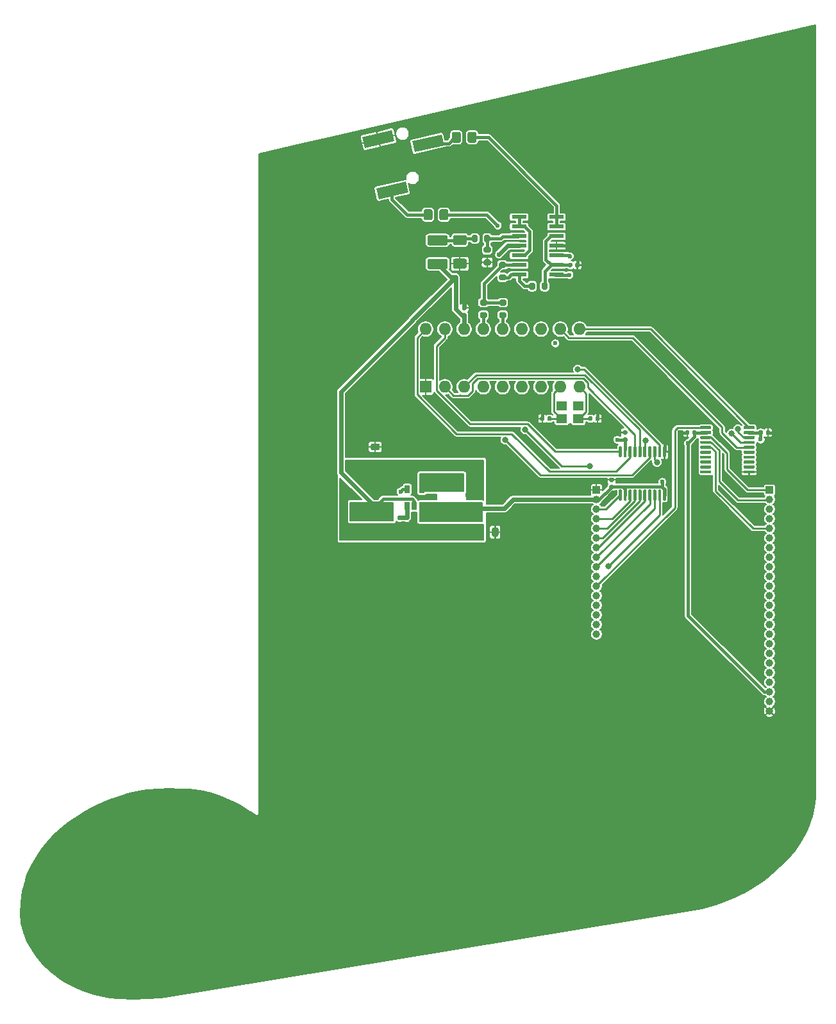
<source format=gbr>
%TF.GenerationSoftware,KiCad,Pcbnew,(5.1.8)-1*%
%TF.CreationDate,2020-12-26T14:40:11+03:00*%
%TF.ProjectId,mesp240_opll,6d657370-3234-4305-9f6f-706c6c2e6b69,rev?*%
%TF.SameCoordinates,Original*%
%TF.FileFunction,Copper,L1,Top*%
%TF.FilePolarity,Positive*%
%FSLAX46Y46*%
G04 Gerber Fmt 4.6, Leading zero omitted, Abs format (unit mm)*
G04 Created by KiCad (PCBNEW (5.1.8)-1) date 2020-12-26 14:40:11*
%MOMM*%
%LPD*%
G01*
G04 APERTURE LIST*
%TA.AperFunction,ComponentPad*%
%ADD10C,1.000000*%
%TD*%
%TA.AperFunction,ComponentPad*%
%ADD11R,1.000000X1.000000*%
%TD*%
%TA.AperFunction,SMDPad,CuDef*%
%ADD12R,1.400000X1.200000*%
%TD*%
%TA.AperFunction,SMDPad,CuDef*%
%ADD13R,1.981200X0.558800*%
%TD*%
%TA.AperFunction,ComponentPad*%
%ADD14O,1.600000X1.600000*%
%TD*%
%TA.AperFunction,ComponentPad*%
%ADD15R,1.600000X1.600000*%
%TD*%
%TA.AperFunction,SMDPad,CuDef*%
%ADD16R,0.650000X1.060000*%
%TD*%
%TA.AperFunction,SMDPad,CuDef*%
%ADD17C,0.100000*%
%TD*%
%TA.AperFunction,ViaPad*%
%ADD18C,0.600000*%
%TD*%
%TA.AperFunction,ViaPad*%
%ADD19C,0.800000*%
%TD*%
%TA.AperFunction,Conductor*%
%ADD20C,0.400000*%
%TD*%
%TA.AperFunction,Conductor*%
%ADD21C,0.600000*%
%TD*%
%TA.AperFunction,Conductor*%
%ADD22C,0.250000*%
%TD*%
%TA.AperFunction,Conductor*%
%ADD23C,0.200000*%
%TD*%
%TA.AperFunction,Conductor*%
%ADD24C,0.100000*%
%TD*%
G04 APERTURE END LIST*
%TO.P,L4,2*%
%TO.N,GND*%
%TA.AperFunction,SMDPad,CuDef*%
G36*
G01*
X211734650Y-84211000D02*
X210972150Y-84211000D01*
G75*
G02*
X210753400Y-83992250I0J218750D01*
G01*
X210753400Y-83554750D01*
G75*
G02*
X210972150Y-83336000I218750J0D01*
G01*
X211734650Y-83336000D01*
G75*
G02*
X211953400Y-83554750I0J-218750D01*
G01*
X211953400Y-83992250D01*
G75*
G02*
X211734650Y-84211000I-218750J0D01*
G01*
G37*
%TD.AperFunction*%
%TO.P,L4,1*%
%TO.N,GNDA*%
%TA.AperFunction,SMDPad,CuDef*%
G36*
G01*
X211734650Y-86336000D02*
X210972150Y-86336000D01*
G75*
G02*
X210753400Y-86117250I0J218750D01*
G01*
X210753400Y-85679750D01*
G75*
G02*
X210972150Y-85461000I218750J0D01*
G01*
X211734650Y-85461000D01*
G75*
G02*
X211953400Y-85679750I0J-218750D01*
G01*
X211953400Y-86117250D01*
G75*
G02*
X211734650Y-86336000I-218750J0D01*
G01*
G37*
%TD.AperFunction*%
%TD*%
%TO.P,L3,2*%
%TO.N,GND*%
%TA.AperFunction,SMDPad,CuDef*%
G36*
G01*
X226756900Y-95402650D02*
X226756900Y-94640150D01*
G75*
G02*
X226975650Y-94421400I218750J0D01*
G01*
X227413150Y-94421400D01*
G75*
G02*
X227631900Y-94640150I0J-218750D01*
G01*
X227631900Y-95402650D01*
G75*
G02*
X227413150Y-95621400I-218750J0D01*
G01*
X226975650Y-95621400D01*
G75*
G02*
X226756900Y-95402650I0J218750D01*
G01*
G37*
%TD.AperFunction*%
%TO.P,L3,1*%
%TO.N,GNDA*%
%TA.AperFunction,SMDPad,CuDef*%
G36*
G01*
X224631900Y-95402650D02*
X224631900Y-94640150D01*
G75*
G02*
X224850650Y-94421400I218750J0D01*
G01*
X225288150Y-94421400D01*
G75*
G02*
X225506900Y-94640150I0J-218750D01*
G01*
X225506900Y-95402650D01*
G75*
G02*
X225288150Y-95621400I-218750J0D01*
G01*
X224850650Y-95621400D01*
G75*
G02*
X224631900Y-95402650I0J218750D01*
G01*
G37*
%TD.AperFunction*%
%TD*%
D10*
%TO.P,U1,24R*%
%TO.N,GND*%
X263423000Y-118671000D03*
%TO.P,U1,23R*%
%TO.N,N/C*%
X263423000Y-117401000D03*
%TO.P,U1,22R*%
%TO.N,+3V3*%
X263423000Y-116131000D03*
%TO.P,U1,21R*%
%TO.N,N/C*%
X263423000Y-114861000D03*
%TO.P,U1,20R*%
X263423000Y-113591000D03*
%TO.P,U1,19R*%
X263423000Y-112321000D03*
%TO.P,U1,18R*%
X263423000Y-111051000D03*
%TO.P,U1,17R*%
X263423000Y-109781000D03*
%TO.P,U1,16R*%
X263423000Y-108511000D03*
%TO.P,U1,15R*%
X263423000Y-107241000D03*
%TO.P,U1,14R*%
X263423000Y-105971000D03*
%TO.P,U1,13R*%
X263423000Y-104701000D03*
%TO.P,U1,12R*%
X263423000Y-103431000D03*
%TO.P,U1,11R*%
X263423000Y-102161000D03*
%TO.P,U1,10R*%
X263423000Y-100891000D03*
%TO.P,U1,9R*%
X263423000Y-99621000D03*
%TO.P,U1,8R*%
X263423000Y-98351000D03*
%TO.P,U1,7R*%
X263423000Y-97081000D03*
%TO.P,U1,6R*%
X263423000Y-95811000D03*
%TO.P,U1,5R*%
%TO.N,~LWE*%
X263423000Y-94541000D03*
%TO.P,U1,4R*%
%TO.N,N/C*%
X263423000Y-93271000D03*
%TO.P,U1,3R*%
X263423000Y-92001000D03*
%TO.P,U1,2R*%
%TO.N,~LIC*%
X263423000Y-90731000D03*
D11*
%TO.P,U1,1R*%
%TO.N,~LCS*%
X263423000Y-89461000D03*
D10*
%TO.P,U1,16L*%
%TO.N,N/C*%
X240563000Y-108511000D03*
%TO.P,U1,15L*%
X240563000Y-107241000D03*
%TO.P,U1,14L*%
X240563000Y-105971000D03*
%TO.P,U1,13L*%
X240563000Y-104701000D03*
%TO.P,U1,12L*%
X240563000Y-103431000D03*
%TO.P,U1,11L*%
%TO.N,LA0*%
X240563000Y-102161000D03*
%TO.P,U1,10L*%
%TO.N,LD7*%
X240563000Y-100891000D03*
%TO.P,U1,9L*%
%TO.N,LD6*%
X240563000Y-99621000D03*
%TO.P,U1,8L*%
%TO.N,LD5*%
X240563000Y-98351000D03*
%TO.P,U1,7L*%
%TO.N,LD4*%
X240563000Y-97081000D03*
%TO.P,U1,6L*%
%TO.N,LD3*%
X240563000Y-95811000D03*
%TO.P,U1,5L*%
%TO.N,LD2*%
X240563000Y-94541000D03*
%TO.P,U1,4L*%
%TO.N,LD1*%
X240563000Y-93271000D03*
%TO.P,U1,3L*%
%TO.N,LD0*%
X240563000Y-92001000D03*
%TO.P,U1,2L*%
%TO.N,+3V3*%
X240563000Y-90731000D03*
D11*
%TO.P,U1,1L*%
%TO.N,GND*%
X240563000Y-89461000D03*
%TD*%
%TO.P,U6,20*%
%TO.N,/D0*%
%TA.AperFunction,SMDPad,CuDef*%
G36*
G01*
X243809000Y-85149400D02*
X243609000Y-85149400D01*
G75*
G02*
X243509000Y-85049400I0J100000D01*
G01*
X243509000Y-83774400D01*
G75*
G02*
X243609000Y-83674400I100000J0D01*
G01*
X243809000Y-83674400D01*
G75*
G02*
X243909000Y-83774400I0J-100000D01*
G01*
X243909000Y-85049400D01*
G75*
G02*
X243809000Y-85149400I-100000J0D01*
G01*
G37*
%TD.AperFunction*%
%TO.P,U6,19*%
%TO.N,+5V*%
%TA.AperFunction,SMDPad,CuDef*%
G36*
G01*
X244459000Y-85149400D02*
X244259000Y-85149400D01*
G75*
G02*
X244159000Y-85049400I0J100000D01*
G01*
X244159000Y-83774400D01*
G75*
G02*
X244259000Y-83674400I100000J0D01*
G01*
X244459000Y-83674400D01*
G75*
G02*
X244559000Y-83774400I0J-100000D01*
G01*
X244559000Y-85049400D01*
G75*
G02*
X244459000Y-85149400I-100000J0D01*
G01*
G37*
%TD.AperFunction*%
%TO.P,U6,18*%
%TO.N,/D1*%
%TA.AperFunction,SMDPad,CuDef*%
G36*
G01*
X245109000Y-85149400D02*
X244909000Y-85149400D01*
G75*
G02*
X244809000Y-85049400I0J100000D01*
G01*
X244809000Y-83774400D01*
G75*
G02*
X244909000Y-83674400I100000J0D01*
G01*
X245109000Y-83674400D01*
G75*
G02*
X245209000Y-83774400I0J-100000D01*
G01*
X245209000Y-85049400D01*
G75*
G02*
X245109000Y-85149400I-100000J0D01*
G01*
G37*
%TD.AperFunction*%
%TO.P,U6,17*%
%TO.N,/D2*%
%TA.AperFunction,SMDPad,CuDef*%
G36*
G01*
X245759000Y-85149400D02*
X245559000Y-85149400D01*
G75*
G02*
X245459000Y-85049400I0J100000D01*
G01*
X245459000Y-83774400D01*
G75*
G02*
X245559000Y-83674400I100000J0D01*
G01*
X245759000Y-83674400D01*
G75*
G02*
X245859000Y-83774400I0J-100000D01*
G01*
X245859000Y-85049400D01*
G75*
G02*
X245759000Y-85149400I-100000J0D01*
G01*
G37*
%TD.AperFunction*%
%TO.P,U6,16*%
%TO.N,/D3*%
%TA.AperFunction,SMDPad,CuDef*%
G36*
G01*
X246409000Y-85149400D02*
X246209000Y-85149400D01*
G75*
G02*
X246109000Y-85049400I0J100000D01*
G01*
X246109000Y-83774400D01*
G75*
G02*
X246209000Y-83674400I100000J0D01*
G01*
X246409000Y-83674400D01*
G75*
G02*
X246509000Y-83774400I0J-100000D01*
G01*
X246509000Y-85049400D01*
G75*
G02*
X246409000Y-85149400I-100000J0D01*
G01*
G37*
%TD.AperFunction*%
%TO.P,U6,15*%
%TO.N,/D4*%
%TA.AperFunction,SMDPad,CuDef*%
G36*
G01*
X247059000Y-85149400D02*
X246859000Y-85149400D01*
G75*
G02*
X246759000Y-85049400I0J100000D01*
G01*
X246759000Y-83774400D01*
G75*
G02*
X246859000Y-83674400I100000J0D01*
G01*
X247059000Y-83674400D01*
G75*
G02*
X247159000Y-83774400I0J-100000D01*
G01*
X247159000Y-85049400D01*
G75*
G02*
X247059000Y-85149400I-100000J0D01*
G01*
G37*
%TD.AperFunction*%
%TO.P,U6,14*%
%TO.N,/D5*%
%TA.AperFunction,SMDPad,CuDef*%
G36*
G01*
X247709000Y-85149400D02*
X247509000Y-85149400D01*
G75*
G02*
X247409000Y-85049400I0J100000D01*
G01*
X247409000Y-83774400D01*
G75*
G02*
X247509000Y-83674400I100000J0D01*
G01*
X247709000Y-83674400D01*
G75*
G02*
X247809000Y-83774400I0J-100000D01*
G01*
X247809000Y-85049400D01*
G75*
G02*
X247709000Y-85149400I-100000J0D01*
G01*
G37*
%TD.AperFunction*%
%TO.P,U6,13*%
%TO.N,/D6*%
%TA.AperFunction,SMDPad,CuDef*%
G36*
G01*
X248359000Y-85149400D02*
X248159000Y-85149400D01*
G75*
G02*
X248059000Y-85049400I0J100000D01*
G01*
X248059000Y-83774400D01*
G75*
G02*
X248159000Y-83674400I100000J0D01*
G01*
X248359000Y-83674400D01*
G75*
G02*
X248459000Y-83774400I0J-100000D01*
G01*
X248459000Y-85049400D01*
G75*
G02*
X248359000Y-85149400I-100000J0D01*
G01*
G37*
%TD.AperFunction*%
%TO.P,U6,12*%
%TO.N,/D7*%
%TA.AperFunction,SMDPad,CuDef*%
G36*
G01*
X249009000Y-85149400D02*
X248809000Y-85149400D01*
G75*
G02*
X248709000Y-85049400I0J100000D01*
G01*
X248709000Y-83774400D01*
G75*
G02*
X248809000Y-83674400I100000J0D01*
G01*
X249009000Y-83674400D01*
G75*
G02*
X249109000Y-83774400I0J-100000D01*
G01*
X249109000Y-85049400D01*
G75*
G02*
X249009000Y-85149400I-100000J0D01*
G01*
G37*
%TD.AperFunction*%
%TO.P,U6,11*%
%TO.N,GND*%
%TA.AperFunction,SMDPad,CuDef*%
G36*
G01*
X249659000Y-85149400D02*
X249459000Y-85149400D01*
G75*
G02*
X249359000Y-85049400I0J100000D01*
G01*
X249359000Y-83774400D01*
G75*
G02*
X249459000Y-83674400I100000J0D01*
G01*
X249659000Y-83674400D01*
G75*
G02*
X249759000Y-83774400I0J-100000D01*
G01*
X249759000Y-85049400D01*
G75*
G02*
X249659000Y-85149400I-100000J0D01*
G01*
G37*
%TD.AperFunction*%
%TO.P,U6,10*%
%TO.N,+3V3*%
%TA.AperFunction,SMDPad,CuDef*%
G36*
G01*
X249659000Y-90874400D02*
X249459000Y-90874400D01*
G75*
G02*
X249359000Y-90774400I0J100000D01*
G01*
X249359000Y-89499400D01*
G75*
G02*
X249459000Y-89399400I100000J0D01*
G01*
X249659000Y-89399400D01*
G75*
G02*
X249759000Y-89499400I0J-100000D01*
G01*
X249759000Y-90774400D01*
G75*
G02*
X249659000Y-90874400I-100000J0D01*
G01*
G37*
%TD.AperFunction*%
%TO.P,U6,9*%
%TO.N,LD7*%
%TA.AperFunction,SMDPad,CuDef*%
G36*
G01*
X249009000Y-90874400D02*
X248809000Y-90874400D01*
G75*
G02*
X248709000Y-90774400I0J100000D01*
G01*
X248709000Y-89499400D01*
G75*
G02*
X248809000Y-89399400I100000J0D01*
G01*
X249009000Y-89399400D01*
G75*
G02*
X249109000Y-89499400I0J-100000D01*
G01*
X249109000Y-90774400D01*
G75*
G02*
X249009000Y-90874400I-100000J0D01*
G01*
G37*
%TD.AperFunction*%
%TO.P,U6,8*%
%TO.N,LD6*%
%TA.AperFunction,SMDPad,CuDef*%
G36*
G01*
X248359000Y-90874400D02*
X248159000Y-90874400D01*
G75*
G02*
X248059000Y-90774400I0J100000D01*
G01*
X248059000Y-89499400D01*
G75*
G02*
X248159000Y-89399400I100000J0D01*
G01*
X248359000Y-89399400D01*
G75*
G02*
X248459000Y-89499400I0J-100000D01*
G01*
X248459000Y-90774400D01*
G75*
G02*
X248359000Y-90874400I-100000J0D01*
G01*
G37*
%TD.AperFunction*%
%TO.P,U6,7*%
%TO.N,LD5*%
%TA.AperFunction,SMDPad,CuDef*%
G36*
G01*
X247709000Y-90874400D02*
X247509000Y-90874400D01*
G75*
G02*
X247409000Y-90774400I0J100000D01*
G01*
X247409000Y-89499400D01*
G75*
G02*
X247509000Y-89399400I100000J0D01*
G01*
X247709000Y-89399400D01*
G75*
G02*
X247809000Y-89499400I0J-100000D01*
G01*
X247809000Y-90774400D01*
G75*
G02*
X247709000Y-90874400I-100000J0D01*
G01*
G37*
%TD.AperFunction*%
%TO.P,U6,6*%
%TO.N,LD4*%
%TA.AperFunction,SMDPad,CuDef*%
G36*
G01*
X247059000Y-90874400D02*
X246859000Y-90874400D01*
G75*
G02*
X246759000Y-90774400I0J100000D01*
G01*
X246759000Y-89499400D01*
G75*
G02*
X246859000Y-89399400I100000J0D01*
G01*
X247059000Y-89399400D01*
G75*
G02*
X247159000Y-89499400I0J-100000D01*
G01*
X247159000Y-90774400D01*
G75*
G02*
X247059000Y-90874400I-100000J0D01*
G01*
G37*
%TD.AperFunction*%
%TO.P,U6,5*%
%TO.N,LD3*%
%TA.AperFunction,SMDPad,CuDef*%
G36*
G01*
X246409000Y-90874400D02*
X246209000Y-90874400D01*
G75*
G02*
X246109000Y-90774400I0J100000D01*
G01*
X246109000Y-89499400D01*
G75*
G02*
X246209000Y-89399400I100000J0D01*
G01*
X246409000Y-89399400D01*
G75*
G02*
X246509000Y-89499400I0J-100000D01*
G01*
X246509000Y-90774400D01*
G75*
G02*
X246409000Y-90874400I-100000J0D01*
G01*
G37*
%TD.AperFunction*%
%TO.P,U6,4*%
%TO.N,LD2*%
%TA.AperFunction,SMDPad,CuDef*%
G36*
G01*
X245759000Y-90874400D02*
X245559000Y-90874400D01*
G75*
G02*
X245459000Y-90774400I0J100000D01*
G01*
X245459000Y-89499400D01*
G75*
G02*
X245559000Y-89399400I100000J0D01*
G01*
X245759000Y-89399400D01*
G75*
G02*
X245859000Y-89499400I0J-100000D01*
G01*
X245859000Y-90774400D01*
G75*
G02*
X245759000Y-90874400I-100000J0D01*
G01*
G37*
%TD.AperFunction*%
%TO.P,U6,3*%
%TO.N,LD1*%
%TA.AperFunction,SMDPad,CuDef*%
G36*
G01*
X245109000Y-90874400D02*
X244909000Y-90874400D01*
G75*
G02*
X244809000Y-90774400I0J100000D01*
G01*
X244809000Y-89499400D01*
G75*
G02*
X244909000Y-89399400I100000J0D01*
G01*
X245109000Y-89399400D01*
G75*
G02*
X245209000Y-89499400I0J-100000D01*
G01*
X245209000Y-90774400D01*
G75*
G02*
X245109000Y-90874400I-100000J0D01*
G01*
G37*
%TD.AperFunction*%
%TO.P,U6,2*%
%TO.N,+3V3*%
%TA.AperFunction,SMDPad,CuDef*%
G36*
G01*
X244459000Y-90874400D02*
X244259000Y-90874400D01*
G75*
G02*
X244159000Y-90774400I0J100000D01*
G01*
X244159000Y-89499400D01*
G75*
G02*
X244259000Y-89399400I100000J0D01*
G01*
X244459000Y-89399400D01*
G75*
G02*
X244559000Y-89499400I0J-100000D01*
G01*
X244559000Y-90774400D01*
G75*
G02*
X244459000Y-90874400I-100000J0D01*
G01*
G37*
%TD.AperFunction*%
%TO.P,U6,1*%
%TO.N,LD0*%
%TA.AperFunction,SMDPad,CuDef*%
G36*
G01*
X243809000Y-90874400D02*
X243609000Y-90874400D01*
G75*
G02*
X243509000Y-90774400I0J100000D01*
G01*
X243509000Y-89499400D01*
G75*
G02*
X243609000Y-89399400I100000J0D01*
G01*
X243809000Y-89399400D01*
G75*
G02*
X243909000Y-89499400I0J-100000D01*
G01*
X243909000Y-90774400D01*
G75*
G02*
X243809000Y-90874400I-100000J0D01*
G01*
G37*
%TD.AperFunction*%
%TD*%
%TO.P,U5,20*%
%TO.N,A0*%
%TA.AperFunction,SMDPad,CuDef*%
G36*
G01*
X259986000Y-81325200D02*
X259986000Y-81125200D01*
G75*
G02*
X260086000Y-81025200I100000J0D01*
G01*
X261361000Y-81025200D01*
G75*
G02*
X261461000Y-81125200I0J-100000D01*
G01*
X261461000Y-81325200D01*
G75*
G02*
X261361000Y-81425200I-100000J0D01*
G01*
X260086000Y-81425200D01*
G75*
G02*
X259986000Y-81325200I0J100000D01*
G01*
G37*
%TD.AperFunction*%
%TO.P,U5,19*%
%TO.N,+5V*%
%TA.AperFunction,SMDPad,CuDef*%
G36*
G01*
X259986000Y-81975200D02*
X259986000Y-81775200D01*
G75*
G02*
X260086000Y-81675200I100000J0D01*
G01*
X261361000Y-81675200D01*
G75*
G02*
X261461000Y-81775200I0J-100000D01*
G01*
X261461000Y-81975200D01*
G75*
G02*
X261361000Y-82075200I-100000J0D01*
G01*
X260086000Y-82075200D01*
G75*
G02*
X259986000Y-81975200I0J100000D01*
G01*
G37*
%TD.AperFunction*%
%TO.P,U5,18*%
%TO.N,~CS*%
%TA.AperFunction,SMDPad,CuDef*%
G36*
G01*
X259986000Y-82625200D02*
X259986000Y-82425200D01*
G75*
G02*
X260086000Y-82325200I100000J0D01*
G01*
X261361000Y-82325200D01*
G75*
G02*
X261461000Y-82425200I0J-100000D01*
G01*
X261461000Y-82625200D01*
G75*
G02*
X261361000Y-82725200I-100000J0D01*
G01*
X260086000Y-82725200D01*
G75*
G02*
X259986000Y-82625200I0J100000D01*
G01*
G37*
%TD.AperFunction*%
%TO.P,U5,17*%
%TO.N,~IC*%
%TA.AperFunction,SMDPad,CuDef*%
G36*
G01*
X259986000Y-83275200D02*
X259986000Y-83075200D01*
G75*
G02*
X260086000Y-82975200I100000J0D01*
G01*
X261361000Y-82975200D01*
G75*
G02*
X261461000Y-83075200I0J-100000D01*
G01*
X261461000Y-83275200D01*
G75*
G02*
X261361000Y-83375200I-100000J0D01*
G01*
X260086000Y-83375200D01*
G75*
G02*
X259986000Y-83275200I0J100000D01*
G01*
G37*
%TD.AperFunction*%
%TO.P,U5,16*%
%TO.N,~WE*%
%TA.AperFunction,SMDPad,CuDef*%
G36*
G01*
X259986000Y-83925200D02*
X259986000Y-83725200D01*
G75*
G02*
X260086000Y-83625200I100000J0D01*
G01*
X261361000Y-83625200D01*
G75*
G02*
X261461000Y-83725200I0J-100000D01*
G01*
X261461000Y-83925200D01*
G75*
G02*
X261361000Y-84025200I-100000J0D01*
G01*
X260086000Y-84025200D01*
G75*
G02*
X259986000Y-83925200I0J100000D01*
G01*
G37*
%TD.AperFunction*%
%TO.P,U5,15*%
%TO.N,N/C*%
%TA.AperFunction,SMDPad,CuDef*%
G36*
G01*
X259986000Y-84575200D02*
X259986000Y-84375200D01*
G75*
G02*
X260086000Y-84275200I100000J0D01*
G01*
X261361000Y-84275200D01*
G75*
G02*
X261461000Y-84375200I0J-100000D01*
G01*
X261461000Y-84575200D01*
G75*
G02*
X261361000Y-84675200I-100000J0D01*
G01*
X260086000Y-84675200D01*
G75*
G02*
X259986000Y-84575200I0J100000D01*
G01*
G37*
%TD.AperFunction*%
%TO.P,U5,14*%
%TA.AperFunction,SMDPad,CuDef*%
G36*
G01*
X259986000Y-85225200D02*
X259986000Y-85025200D01*
G75*
G02*
X260086000Y-84925200I100000J0D01*
G01*
X261361000Y-84925200D01*
G75*
G02*
X261461000Y-85025200I0J-100000D01*
G01*
X261461000Y-85225200D01*
G75*
G02*
X261361000Y-85325200I-100000J0D01*
G01*
X260086000Y-85325200D01*
G75*
G02*
X259986000Y-85225200I0J100000D01*
G01*
G37*
%TD.AperFunction*%
%TO.P,U5,13*%
%TA.AperFunction,SMDPad,CuDef*%
G36*
G01*
X259986000Y-85875200D02*
X259986000Y-85675200D01*
G75*
G02*
X260086000Y-85575200I100000J0D01*
G01*
X261361000Y-85575200D01*
G75*
G02*
X261461000Y-85675200I0J-100000D01*
G01*
X261461000Y-85875200D01*
G75*
G02*
X261361000Y-85975200I-100000J0D01*
G01*
X260086000Y-85975200D01*
G75*
G02*
X259986000Y-85875200I0J100000D01*
G01*
G37*
%TD.AperFunction*%
%TO.P,U5,12*%
%TA.AperFunction,SMDPad,CuDef*%
G36*
G01*
X259986000Y-86525200D02*
X259986000Y-86325200D01*
G75*
G02*
X260086000Y-86225200I100000J0D01*
G01*
X261361000Y-86225200D01*
G75*
G02*
X261461000Y-86325200I0J-100000D01*
G01*
X261461000Y-86525200D01*
G75*
G02*
X261361000Y-86625200I-100000J0D01*
G01*
X260086000Y-86625200D01*
G75*
G02*
X259986000Y-86525200I0J100000D01*
G01*
G37*
%TD.AperFunction*%
%TO.P,U5,11*%
%TO.N,GND*%
%TA.AperFunction,SMDPad,CuDef*%
G36*
G01*
X259986000Y-87175200D02*
X259986000Y-86975200D01*
G75*
G02*
X260086000Y-86875200I100000J0D01*
G01*
X261361000Y-86875200D01*
G75*
G02*
X261461000Y-86975200I0J-100000D01*
G01*
X261461000Y-87175200D01*
G75*
G02*
X261361000Y-87275200I-100000J0D01*
G01*
X260086000Y-87275200D01*
G75*
G02*
X259986000Y-87175200I0J100000D01*
G01*
G37*
%TD.AperFunction*%
%TO.P,U5,10*%
%TO.N,N/C*%
%TA.AperFunction,SMDPad,CuDef*%
G36*
G01*
X254261000Y-87175200D02*
X254261000Y-86975200D01*
G75*
G02*
X254361000Y-86875200I100000J0D01*
G01*
X255636000Y-86875200D01*
G75*
G02*
X255736000Y-86975200I0J-100000D01*
G01*
X255736000Y-87175200D01*
G75*
G02*
X255636000Y-87275200I-100000J0D01*
G01*
X254361000Y-87275200D01*
G75*
G02*
X254261000Y-87175200I0J100000D01*
G01*
G37*
%TD.AperFunction*%
%TO.P,U5,9*%
%TA.AperFunction,SMDPad,CuDef*%
G36*
G01*
X254261000Y-86525200D02*
X254261000Y-86325200D01*
G75*
G02*
X254361000Y-86225200I100000J0D01*
G01*
X255636000Y-86225200D01*
G75*
G02*
X255736000Y-86325200I0J-100000D01*
G01*
X255736000Y-86525200D01*
G75*
G02*
X255636000Y-86625200I-100000J0D01*
G01*
X254361000Y-86625200D01*
G75*
G02*
X254261000Y-86525200I0J100000D01*
G01*
G37*
%TD.AperFunction*%
%TO.P,U5,8*%
%TA.AperFunction,SMDPad,CuDef*%
G36*
G01*
X254261000Y-85875200D02*
X254261000Y-85675200D01*
G75*
G02*
X254361000Y-85575200I100000J0D01*
G01*
X255636000Y-85575200D01*
G75*
G02*
X255736000Y-85675200I0J-100000D01*
G01*
X255736000Y-85875200D01*
G75*
G02*
X255636000Y-85975200I-100000J0D01*
G01*
X254361000Y-85975200D01*
G75*
G02*
X254261000Y-85875200I0J100000D01*
G01*
G37*
%TD.AperFunction*%
%TO.P,U5,7*%
%TA.AperFunction,SMDPad,CuDef*%
G36*
G01*
X254261000Y-85225200D02*
X254261000Y-85025200D01*
G75*
G02*
X254361000Y-84925200I100000J0D01*
G01*
X255636000Y-84925200D01*
G75*
G02*
X255736000Y-85025200I0J-100000D01*
G01*
X255736000Y-85225200D01*
G75*
G02*
X255636000Y-85325200I-100000J0D01*
G01*
X254361000Y-85325200D01*
G75*
G02*
X254261000Y-85225200I0J100000D01*
G01*
G37*
%TD.AperFunction*%
%TO.P,U5,6*%
%TA.AperFunction,SMDPad,CuDef*%
G36*
G01*
X254261000Y-84575200D02*
X254261000Y-84375200D01*
G75*
G02*
X254361000Y-84275200I100000J0D01*
G01*
X255636000Y-84275200D01*
G75*
G02*
X255736000Y-84375200I0J-100000D01*
G01*
X255736000Y-84575200D01*
G75*
G02*
X255636000Y-84675200I-100000J0D01*
G01*
X254361000Y-84675200D01*
G75*
G02*
X254261000Y-84575200I0J100000D01*
G01*
G37*
%TD.AperFunction*%
%TO.P,U5,5*%
%TO.N,~LWE*%
%TA.AperFunction,SMDPad,CuDef*%
G36*
G01*
X254261000Y-83925200D02*
X254261000Y-83725200D01*
G75*
G02*
X254361000Y-83625200I100000J0D01*
G01*
X255636000Y-83625200D01*
G75*
G02*
X255736000Y-83725200I0J-100000D01*
G01*
X255736000Y-83925200D01*
G75*
G02*
X255636000Y-84025200I-100000J0D01*
G01*
X254361000Y-84025200D01*
G75*
G02*
X254261000Y-83925200I0J100000D01*
G01*
G37*
%TD.AperFunction*%
%TO.P,U5,4*%
%TO.N,~LIC*%
%TA.AperFunction,SMDPad,CuDef*%
G36*
G01*
X254261000Y-83275200D02*
X254261000Y-83075200D01*
G75*
G02*
X254361000Y-82975200I100000J0D01*
G01*
X255636000Y-82975200D01*
G75*
G02*
X255736000Y-83075200I0J-100000D01*
G01*
X255736000Y-83275200D01*
G75*
G02*
X255636000Y-83375200I-100000J0D01*
G01*
X254361000Y-83375200D01*
G75*
G02*
X254261000Y-83275200I0J100000D01*
G01*
G37*
%TD.AperFunction*%
%TO.P,U5,3*%
%TO.N,~LCS*%
%TA.AperFunction,SMDPad,CuDef*%
G36*
G01*
X254261000Y-82625200D02*
X254261000Y-82425200D01*
G75*
G02*
X254361000Y-82325200I100000J0D01*
G01*
X255636000Y-82325200D01*
G75*
G02*
X255736000Y-82425200I0J-100000D01*
G01*
X255736000Y-82625200D01*
G75*
G02*
X255636000Y-82725200I-100000J0D01*
G01*
X254361000Y-82725200D01*
G75*
G02*
X254261000Y-82625200I0J100000D01*
G01*
G37*
%TD.AperFunction*%
%TO.P,U5,2*%
%TO.N,+3V3*%
%TA.AperFunction,SMDPad,CuDef*%
G36*
G01*
X254261000Y-81975200D02*
X254261000Y-81775200D01*
G75*
G02*
X254361000Y-81675200I100000J0D01*
G01*
X255636000Y-81675200D01*
G75*
G02*
X255736000Y-81775200I0J-100000D01*
G01*
X255736000Y-81975200D01*
G75*
G02*
X255636000Y-82075200I-100000J0D01*
G01*
X254361000Y-82075200D01*
G75*
G02*
X254261000Y-81975200I0J100000D01*
G01*
G37*
%TD.AperFunction*%
%TO.P,U5,1*%
%TO.N,LA0*%
%TA.AperFunction,SMDPad,CuDef*%
G36*
G01*
X254261000Y-81325200D02*
X254261000Y-81125200D01*
G75*
G02*
X254361000Y-81025200I100000J0D01*
G01*
X255636000Y-81025200D01*
G75*
G02*
X255736000Y-81125200I0J-100000D01*
G01*
X255736000Y-81325200D01*
G75*
G02*
X255636000Y-81425200I-100000J0D01*
G01*
X254361000Y-81425200D01*
G75*
G02*
X254261000Y-81325200I0J100000D01*
G01*
G37*
%TD.AperFunction*%
%TD*%
%TO.P,C13,2*%
%TO.N,+5V*%
%TA.AperFunction,SMDPad,CuDef*%
G36*
G01*
X244178000Y-82549400D02*
X244518000Y-82549400D01*
G75*
G02*
X244658000Y-82689400I0J-140000D01*
G01*
X244658000Y-82969400D01*
G75*
G02*
X244518000Y-83109400I-140000J0D01*
G01*
X244178000Y-83109400D01*
G75*
G02*
X244038000Y-82969400I0J140000D01*
G01*
X244038000Y-82689400D01*
G75*
G02*
X244178000Y-82549400I140000J0D01*
G01*
G37*
%TD.AperFunction*%
%TO.P,C13,1*%
%TO.N,GND*%
%TA.AperFunction,SMDPad,CuDef*%
G36*
G01*
X244178000Y-81589400D02*
X244518000Y-81589400D01*
G75*
G02*
X244658000Y-81729400I0J-140000D01*
G01*
X244658000Y-82009400D01*
G75*
G02*
X244518000Y-82149400I-140000J0D01*
G01*
X244178000Y-82149400D01*
G75*
G02*
X244038000Y-82009400I0J140000D01*
G01*
X244038000Y-81729400D01*
G75*
G02*
X244178000Y-81589400I140000J0D01*
G01*
G37*
%TD.AperFunction*%
%TD*%
%TO.P,C12,2*%
%TO.N,+5V*%
%TA.AperFunction,SMDPad,CuDef*%
G36*
G01*
X262535000Y-81719600D02*
X262535000Y-82059600D01*
G75*
G02*
X262395000Y-82199600I-140000J0D01*
G01*
X262115000Y-82199600D01*
G75*
G02*
X261975000Y-82059600I0J140000D01*
G01*
X261975000Y-81719600D01*
G75*
G02*
X262115000Y-81579600I140000J0D01*
G01*
X262395000Y-81579600D01*
G75*
G02*
X262535000Y-81719600I0J-140000D01*
G01*
G37*
%TD.AperFunction*%
%TO.P,C12,1*%
%TO.N,GND*%
%TA.AperFunction,SMDPad,CuDef*%
G36*
G01*
X263495000Y-81719600D02*
X263495000Y-82059600D01*
G75*
G02*
X263355000Y-82199600I-140000J0D01*
G01*
X263075000Y-82199600D01*
G75*
G02*
X262935000Y-82059600I0J140000D01*
G01*
X262935000Y-81719600D01*
G75*
G02*
X263075000Y-81579600I140000J0D01*
G01*
X263355000Y-81579600D01*
G75*
G02*
X263495000Y-81719600I0J-140000D01*
G01*
G37*
%TD.AperFunction*%
%TD*%
%TO.P,C11,2*%
%TO.N,+3V3*%
%TA.AperFunction,SMDPad,CuDef*%
G36*
G01*
X242400000Y-88795200D02*
X242740000Y-88795200D01*
G75*
G02*
X242880000Y-88935200I0J-140000D01*
G01*
X242880000Y-89215200D01*
G75*
G02*
X242740000Y-89355200I-140000J0D01*
G01*
X242400000Y-89355200D01*
G75*
G02*
X242260000Y-89215200I0J140000D01*
G01*
X242260000Y-88935200D01*
G75*
G02*
X242400000Y-88795200I140000J0D01*
G01*
G37*
%TD.AperFunction*%
%TO.P,C11,1*%
%TO.N,GND*%
%TA.AperFunction,SMDPad,CuDef*%
G36*
G01*
X242400000Y-87835200D02*
X242740000Y-87835200D01*
G75*
G02*
X242880000Y-87975200I0J-140000D01*
G01*
X242880000Y-88255200D01*
G75*
G02*
X242740000Y-88395200I-140000J0D01*
G01*
X242400000Y-88395200D01*
G75*
G02*
X242260000Y-88255200I0J140000D01*
G01*
X242260000Y-87975200D01*
G75*
G02*
X242400000Y-87835200I140000J0D01*
G01*
G37*
%TD.AperFunction*%
%TD*%
%TO.P,C10,2*%
%TO.N,+3V3*%
%TA.AperFunction,SMDPad,CuDef*%
G36*
G01*
X253237000Y-82059600D02*
X253237000Y-81719600D01*
G75*
G02*
X253377000Y-81579600I140000J0D01*
G01*
X253657000Y-81579600D01*
G75*
G02*
X253797000Y-81719600I0J-140000D01*
G01*
X253797000Y-82059600D01*
G75*
G02*
X253657000Y-82199600I-140000J0D01*
G01*
X253377000Y-82199600D01*
G75*
G02*
X253237000Y-82059600I0J140000D01*
G01*
G37*
%TD.AperFunction*%
%TO.P,C10,1*%
%TO.N,GND*%
%TA.AperFunction,SMDPad,CuDef*%
G36*
G01*
X252277000Y-82059600D02*
X252277000Y-81719600D01*
G75*
G02*
X252417000Y-81579600I140000J0D01*
G01*
X252697000Y-81579600D01*
G75*
G02*
X252837000Y-81719600I0J-140000D01*
G01*
X252837000Y-82059600D01*
G75*
G02*
X252697000Y-82199600I-140000J0D01*
G01*
X252417000Y-82199600D01*
G75*
G02*
X252277000Y-82059600I0J140000D01*
G01*
G37*
%TD.AperFunction*%
%TD*%
D12*
%TO.P,Y1,4*%
%TO.N,N/C*%
X235983600Y-78347200D03*
%TO.P,Y1,3*%
X238183600Y-78347200D03*
%TO.P,Y1,2*%
%TO.N,Net-(C3-Pad1)*%
X238183600Y-80047200D03*
%TO.P,Y1,1*%
%TO.N,Net-(C2-Pad1)*%
X235983600Y-80047200D03*
%TD*%
D13*
%TO.P,U4,14*%
%TO.N,Net-(C8-Pad2)*%
X235280800Y-53416200D03*
%TO.P,U4,13*%
X235280800Y-54686200D03*
%TO.P,U4,12*%
%TO.N,Net-(C7-Pad1)*%
X235280800Y-55956200D03*
%TO.P,U4,11*%
%TO.N,GND*%
X235280800Y-57226200D03*
%TO.P,U4,10*%
%TO.N,Net-(C9-Pad2)*%
X235280800Y-58496200D03*
%TO.P,U4,9*%
%TO.N,Net-(C7-Pad1)*%
X235280800Y-59766200D03*
%TO.P,U4,8*%
%TO.N,Net-(C9-Pad2)*%
X235280800Y-61036200D03*
%TO.P,U4,7*%
%TO.N,Net-(R23-Pad1)*%
X230353200Y-61036200D03*
%TO.P,U4,6*%
%TO.N,Net-(R17-Pad1)*%
X230353200Y-59766200D03*
%TO.P,U4,5*%
%TO.N,Net-(U4-Pad1)*%
X230353200Y-58496200D03*
%TO.P,U4,4*%
%TO.N,+5V*%
X230353200Y-57226200D03*
%TO.P,U4,3*%
%TO.N,Net-(R19-Pad1)*%
X230353200Y-55956200D03*
%TO.P,U4,2*%
%TO.N,Net-(U4-Pad1)*%
X230353200Y-54686200D03*
%TO.P,U4,1*%
X230353200Y-53416200D03*
%TD*%
D14*
%TO.P,U3,18*%
%TO.N,/D1*%
X218008000Y-68224400D03*
%TO.P,U3,9*%
%TO.N,Net-(C3-Pad1)*%
X238328000Y-75844400D03*
%TO.P,U3,17*%
%TO.N,/D0*%
X220548000Y-68224400D03*
%TO.P,U3,8*%
%TO.N,Net-(C2-Pad1)*%
X235788000Y-75844400D03*
%TO.P,U3,16*%
%TO.N,+5V*%
X223088000Y-68224400D03*
%TO.P,U3,7*%
%TO.N,/D7*%
X233248000Y-75844400D03*
%TO.P,U3,15*%
%TO.N,Net-(R17-Pad2)*%
X225628000Y-68224400D03*
%TO.P,U3,6*%
%TO.N,/D6*%
X230708000Y-75844400D03*
%TO.P,U3,14*%
%TO.N,Net-(R18-Pad2)*%
X228168000Y-68224400D03*
%TO.P,U3,5*%
%TO.N,/D5*%
X228168000Y-75844400D03*
%TO.P,U3,13*%
%TO.N,~IC*%
X230708000Y-68224400D03*
%TO.P,U3,4*%
%TO.N,/D4*%
X225628000Y-75844400D03*
%TO.P,U3,12*%
%TO.N,~CS*%
X233248000Y-68224400D03*
%TO.P,U3,3*%
%TO.N,/D3*%
X223088000Y-75844400D03*
%TO.P,U3,11*%
%TO.N,~WE*%
X235788000Y-68224400D03*
%TO.P,U3,2*%
%TO.N,/D2*%
X220548000Y-75844400D03*
%TO.P,U3,10*%
%TO.N,A0*%
X238328000Y-68224400D03*
D15*
%TO.P,U3,1*%
%TO.N,GND*%
X218008000Y-75844400D03*
%TD*%
D16*
%TO.P,U2,5*%
%TO.N,+5V*%
X216534600Y-91574800D03*
%TO.P,U2,6*%
%TO.N,+3V3*%
X217484600Y-91574800D03*
%TO.P,U2,4*%
%TO.N,Net-(R11-Pad2)*%
X215584600Y-91574800D03*
%TO.P,U2,3*%
%TO.N,+3V3*%
X215584600Y-89374800D03*
%TO.P,U2,2*%
%TO.N,GNDA*%
X216534600Y-89374800D03*
%TO.P,U2,1*%
%TO.N,Net-(L1-Pad2)*%
X217484600Y-89374800D03*
%TD*%
%TO.P,R26,2*%
%TO.N,Net-(R23-Pad1)*%
%TA.AperFunction,SMDPad,CuDef*%
G36*
G01*
X232468000Y-62285200D02*
X232468000Y-62835200D01*
G75*
G02*
X232268000Y-63035200I-200000J0D01*
G01*
X231868000Y-63035200D01*
G75*
G02*
X231668000Y-62835200I0J200000D01*
G01*
X231668000Y-62285200D01*
G75*
G02*
X231868000Y-62085200I200000J0D01*
G01*
X232268000Y-62085200D01*
G75*
G02*
X232468000Y-62285200I0J-200000D01*
G01*
G37*
%TD.AperFunction*%
%TO.P,R26,1*%
%TO.N,Net-(C7-Pad1)*%
%TA.AperFunction,SMDPad,CuDef*%
G36*
G01*
X234118000Y-62285200D02*
X234118000Y-62835200D01*
G75*
G02*
X233918000Y-63035200I-200000J0D01*
G01*
X233518000Y-63035200D01*
G75*
G02*
X233318000Y-62835200I0J200000D01*
G01*
X233318000Y-62285200D01*
G75*
G02*
X233518000Y-62085200I200000J0D01*
G01*
X233918000Y-62085200D01*
G75*
G02*
X234118000Y-62285200I0J-200000D01*
G01*
G37*
%TD.AperFunction*%
%TD*%
%TO.P,R23,2*%
%TO.N,Net-(R17-Pad1)*%
%TA.AperFunction,SMDPad,CuDef*%
G36*
G01*
X228443000Y-60140800D02*
X227893000Y-60140800D01*
G75*
G02*
X227693000Y-59940800I0J200000D01*
G01*
X227693000Y-59540800D01*
G75*
G02*
X227893000Y-59340800I200000J0D01*
G01*
X228443000Y-59340800D01*
G75*
G02*
X228643000Y-59540800I0J-200000D01*
G01*
X228643000Y-59940800D01*
G75*
G02*
X228443000Y-60140800I-200000J0D01*
G01*
G37*
%TD.AperFunction*%
%TO.P,R23,1*%
%TO.N,Net-(R23-Pad1)*%
%TA.AperFunction,SMDPad,CuDef*%
G36*
G01*
X228443000Y-61790800D02*
X227893000Y-61790800D01*
G75*
G02*
X227693000Y-61590800I0J200000D01*
G01*
X227693000Y-61190800D01*
G75*
G02*
X227893000Y-60990800I200000J0D01*
G01*
X228443000Y-60990800D01*
G75*
G02*
X228643000Y-61190800I0J-200000D01*
G01*
X228643000Y-61590800D01*
G75*
G02*
X228443000Y-61790800I-200000J0D01*
G01*
G37*
%TD.AperFunction*%
%TD*%
%TO.P,R20,2*%
%TO.N,Net-(R19-Pad1)*%
%TA.AperFunction,SMDPad,CuDef*%
G36*
G01*
X226411000Y-58159600D02*
X225861000Y-58159600D01*
G75*
G02*
X225661000Y-57959600I0J200000D01*
G01*
X225661000Y-57559600D01*
G75*
G02*
X225861000Y-57359600I200000J0D01*
G01*
X226411000Y-57359600D01*
G75*
G02*
X226611000Y-57559600I0J-200000D01*
G01*
X226611000Y-57959600D01*
G75*
G02*
X226411000Y-58159600I-200000J0D01*
G01*
G37*
%TD.AperFunction*%
%TO.P,R20,1*%
%TO.N,GND*%
%TA.AperFunction,SMDPad,CuDef*%
G36*
G01*
X226411000Y-59809600D02*
X225861000Y-59809600D01*
G75*
G02*
X225661000Y-59609600I0J200000D01*
G01*
X225661000Y-59209600D01*
G75*
G02*
X225861000Y-59009600I200000J0D01*
G01*
X226411000Y-59009600D01*
G75*
G02*
X226611000Y-59209600I0J-200000D01*
G01*
X226611000Y-59609600D01*
G75*
G02*
X226411000Y-59809600I-200000J0D01*
G01*
G37*
%TD.AperFunction*%
%TD*%
%TO.P,R19,2*%
%TO.N,Net-(C5-Pad1)*%
%TA.AperFunction,SMDPad,CuDef*%
G36*
G01*
X224885000Y-55986000D02*
X224885000Y-56536000D01*
G75*
G02*
X224685000Y-56736000I-200000J0D01*
G01*
X224285000Y-56736000D01*
G75*
G02*
X224085000Y-56536000I0J200000D01*
G01*
X224085000Y-55986000D01*
G75*
G02*
X224285000Y-55786000I200000J0D01*
G01*
X224685000Y-55786000D01*
G75*
G02*
X224885000Y-55986000I0J-200000D01*
G01*
G37*
%TD.AperFunction*%
%TO.P,R19,1*%
%TO.N,Net-(R19-Pad1)*%
%TA.AperFunction,SMDPad,CuDef*%
G36*
G01*
X226535000Y-55986000D02*
X226535000Y-56536000D01*
G75*
G02*
X226335000Y-56736000I-200000J0D01*
G01*
X225935000Y-56736000D01*
G75*
G02*
X225735000Y-56536000I0J200000D01*
G01*
X225735000Y-55986000D01*
G75*
G02*
X225935000Y-55786000I200000J0D01*
G01*
X226335000Y-55786000D01*
G75*
G02*
X226535000Y-55986000I0J-200000D01*
G01*
G37*
%TD.AperFunction*%
%TD*%
%TO.P,R18,2*%
%TO.N,Net-(R18-Pad2)*%
%TA.AperFunction,SMDPad,CuDef*%
G36*
G01*
X227919000Y-65970200D02*
X228469000Y-65970200D01*
G75*
G02*
X228669000Y-66170200I0J-200000D01*
G01*
X228669000Y-66570200D01*
G75*
G02*
X228469000Y-66770200I-200000J0D01*
G01*
X227919000Y-66770200D01*
G75*
G02*
X227719000Y-66570200I0J200000D01*
G01*
X227719000Y-66170200D01*
G75*
G02*
X227919000Y-65970200I200000J0D01*
G01*
G37*
%TD.AperFunction*%
%TO.P,R18,1*%
%TO.N,Net-(R17-Pad1)*%
%TA.AperFunction,SMDPad,CuDef*%
G36*
G01*
X227919000Y-64320200D02*
X228469000Y-64320200D01*
G75*
G02*
X228669000Y-64520200I0J-200000D01*
G01*
X228669000Y-64920200D01*
G75*
G02*
X228469000Y-65120200I-200000J0D01*
G01*
X227919000Y-65120200D01*
G75*
G02*
X227719000Y-64920200I0J200000D01*
G01*
X227719000Y-64520200D01*
G75*
G02*
X227919000Y-64320200I200000J0D01*
G01*
G37*
%TD.AperFunction*%
%TD*%
%TO.P,R17,2*%
%TO.N,Net-(R17-Pad2)*%
%TA.AperFunction,SMDPad,CuDef*%
G36*
G01*
X225379000Y-65970200D02*
X225929000Y-65970200D01*
G75*
G02*
X226129000Y-66170200I0J-200000D01*
G01*
X226129000Y-66570200D01*
G75*
G02*
X225929000Y-66770200I-200000J0D01*
G01*
X225379000Y-66770200D01*
G75*
G02*
X225179000Y-66570200I0J200000D01*
G01*
X225179000Y-66170200D01*
G75*
G02*
X225379000Y-65970200I200000J0D01*
G01*
G37*
%TD.AperFunction*%
%TO.P,R17,1*%
%TO.N,Net-(R17-Pad1)*%
%TA.AperFunction,SMDPad,CuDef*%
G36*
G01*
X225379000Y-64320200D02*
X225929000Y-64320200D01*
G75*
G02*
X226129000Y-64520200I0J-200000D01*
G01*
X226129000Y-64920200D01*
G75*
G02*
X225929000Y-65120200I-200000J0D01*
G01*
X225379000Y-65120200D01*
G75*
G02*
X225179000Y-64920200I0J200000D01*
G01*
X225179000Y-64520200D01*
G75*
G02*
X225379000Y-64320200I200000J0D01*
G01*
G37*
%TD.AperFunction*%
%TD*%
%TO.P,R12,2*%
%TO.N,GNDA*%
%TA.AperFunction,SMDPad,CuDef*%
G36*
G01*
X216243600Y-93301400D02*
X216243600Y-92931400D01*
G75*
G02*
X216378600Y-92796400I135000J0D01*
G01*
X216648600Y-92796400D01*
G75*
G02*
X216783600Y-92931400I0J-135000D01*
G01*
X216783600Y-93301400D01*
G75*
G02*
X216648600Y-93436400I-135000J0D01*
G01*
X216378600Y-93436400D01*
G75*
G02*
X216243600Y-93301400I0J135000D01*
G01*
G37*
%TD.AperFunction*%
%TO.P,R12,1*%
%TO.N,Net-(R11-Pad2)*%
%TA.AperFunction,SMDPad,CuDef*%
G36*
G01*
X215223600Y-93301400D02*
X215223600Y-92931400D01*
G75*
G02*
X215358600Y-92796400I135000J0D01*
G01*
X215628600Y-92796400D01*
G75*
G02*
X215763600Y-92931400I0J-135000D01*
G01*
X215763600Y-93301400D01*
G75*
G02*
X215628600Y-93436400I-135000J0D01*
G01*
X215358600Y-93436400D01*
G75*
G02*
X215223600Y-93301400I0J135000D01*
G01*
G37*
%TD.AperFunction*%
%TD*%
%TO.P,R11,2*%
%TO.N,Net-(R11-Pad2)*%
%TA.AperFunction,SMDPad,CuDef*%
G36*
G01*
X214287800Y-93301400D02*
X214287800Y-92931400D01*
G75*
G02*
X214422800Y-92796400I135000J0D01*
G01*
X214692800Y-92796400D01*
G75*
G02*
X214827800Y-92931400I0J-135000D01*
G01*
X214827800Y-93301400D01*
G75*
G02*
X214692800Y-93436400I-135000J0D01*
G01*
X214422800Y-93436400D01*
G75*
G02*
X214287800Y-93301400I0J135000D01*
G01*
G37*
%TD.AperFunction*%
%TO.P,R11,1*%
%TO.N,+5V*%
%TA.AperFunction,SMDPad,CuDef*%
G36*
G01*
X213267800Y-93301400D02*
X213267800Y-92931400D01*
G75*
G02*
X213402800Y-92796400I135000J0D01*
G01*
X213672800Y-92796400D01*
G75*
G02*
X213807800Y-92931400I0J-135000D01*
G01*
X213807800Y-93301400D01*
G75*
G02*
X213672800Y-93436400I-135000J0D01*
G01*
X213402800Y-93436400D01*
G75*
G02*
X213267800Y-93301400I0J135000D01*
G01*
G37*
%TD.AperFunction*%
%TD*%
%TO.P,L2,2*%
%TO.N,Net-(C5-Pad1)*%
%TA.AperFunction,SMDPad,CuDef*%
G36*
G01*
X220683001Y-57164400D02*
X218482999Y-57164400D01*
G75*
G02*
X218233000Y-56914401I0J249999D01*
G01*
X218233000Y-56089399D01*
G75*
G02*
X218482999Y-55839400I249999J0D01*
G01*
X220683001Y-55839400D01*
G75*
G02*
X220933000Y-56089399I0J-249999D01*
G01*
X220933000Y-56914401D01*
G75*
G02*
X220683001Y-57164400I-249999J0D01*
G01*
G37*
%TD.AperFunction*%
%TO.P,L2,1*%
%TO.N,+5V*%
%TA.AperFunction,SMDPad,CuDef*%
G36*
G01*
X220683001Y-60289400D02*
X218482999Y-60289400D01*
G75*
G02*
X218233000Y-60039401I0J249999D01*
G01*
X218233000Y-59214399D01*
G75*
G02*
X218482999Y-58964400I249999J0D01*
G01*
X220683001Y-58964400D01*
G75*
G02*
X220933000Y-59214399I0J-249999D01*
G01*
X220933000Y-60039401D01*
G75*
G02*
X220683001Y-60289400I-249999J0D01*
G01*
G37*
%TD.AperFunction*%
%TD*%
%TO.P,L1,2*%
%TO.N,Net-(L1-Pad2)*%
%TA.AperFunction,SMDPad,CuDef*%
G36*
G01*
X222689601Y-89358500D02*
X220489599Y-89358500D01*
G75*
G02*
X220239600Y-89108501I0J249999D01*
G01*
X220239600Y-88283499D01*
G75*
G02*
X220489599Y-88033500I249999J0D01*
G01*
X222689601Y-88033500D01*
G75*
G02*
X222939600Y-88283499I0J-249999D01*
G01*
X222939600Y-89108501D01*
G75*
G02*
X222689601Y-89358500I-249999J0D01*
G01*
G37*
%TD.AperFunction*%
%TO.P,L1,1*%
%TO.N,+3V3*%
%TA.AperFunction,SMDPad,CuDef*%
G36*
G01*
X222689601Y-92483500D02*
X220489599Y-92483500D01*
G75*
G02*
X220239600Y-92233501I0J249999D01*
G01*
X220239600Y-91408499D01*
G75*
G02*
X220489599Y-91158500I249999J0D01*
G01*
X222689601Y-91158500D01*
G75*
G02*
X222939600Y-91408499I0J-249999D01*
G01*
X222939600Y-92233501D01*
G75*
G02*
X222689601Y-92483500I-249999J0D01*
G01*
G37*
%TD.AperFunction*%
%TD*%
%TA.AperFunction,SMDPad,CuDef*%
D17*
%TO.P,J1,T*%
%TO.N,Net-(C9-Pad1)*%
G36*
X211480241Y-49630458D02*
G01*
X215377721Y-48730653D01*
X215715147Y-50192208D01*
X211817667Y-51092013D01*
X211480241Y-49630458D01*
G37*
%TD.AperFunction*%
%TA.AperFunction,SMDPad,CuDef*%
%TO.P,J1,R*%
%TO.N,Net-(C8-Pad1)*%
G36*
X216201706Y-43408902D02*
G01*
X220099186Y-42509097D01*
X220436612Y-43970652D01*
X216539132Y-44870457D01*
X216201706Y-43408902D01*
G37*
%TD.AperFunction*%
%TA.AperFunction,SMDPad,CuDef*%
%TO.P,J1,S*%
%TO.N,GND*%
G36*
X209661991Y-42866106D02*
G01*
X213559471Y-41966301D01*
X213896897Y-43427856D01*
X209999417Y-44327661D01*
X209661991Y-42866106D01*
G37*
%TD.AperFunction*%
%TD*%
%TO.P,C9,2*%
%TO.N,Net-(C9-Pad2)*%
%TA.AperFunction,SMDPad,CuDef*%
G36*
G01*
X219826000Y-53586200D02*
X219826000Y-52636200D01*
G75*
G02*
X220076000Y-52386200I250000J0D01*
G01*
X220751000Y-52386200D01*
G75*
G02*
X221001000Y-52636200I0J-250000D01*
G01*
X221001000Y-53586200D01*
G75*
G02*
X220751000Y-53836200I-250000J0D01*
G01*
X220076000Y-53836200D01*
G75*
G02*
X219826000Y-53586200I0J250000D01*
G01*
G37*
%TD.AperFunction*%
%TO.P,C9,1*%
%TO.N,Net-(C9-Pad1)*%
%TA.AperFunction,SMDPad,CuDef*%
G36*
G01*
X217751000Y-53586200D02*
X217751000Y-52636200D01*
G75*
G02*
X218001000Y-52386200I250000J0D01*
G01*
X218676000Y-52386200D01*
G75*
G02*
X218926000Y-52636200I0J-250000D01*
G01*
X218926000Y-53586200D01*
G75*
G02*
X218676000Y-53836200I-250000J0D01*
G01*
X218001000Y-53836200D01*
G75*
G02*
X217751000Y-53586200I0J250000D01*
G01*
G37*
%TD.AperFunction*%
%TD*%
%TO.P,C8,2*%
%TO.N,Net-(C8-Pad2)*%
%TA.AperFunction,SMDPad,CuDef*%
G36*
G01*
X223560000Y-43375600D02*
X223560000Y-42425600D01*
G75*
G02*
X223810000Y-42175600I250000J0D01*
G01*
X224485000Y-42175600D01*
G75*
G02*
X224735000Y-42425600I0J-250000D01*
G01*
X224735000Y-43375600D01*
G75*
G02*
X224485000Y-43625600I-250000J0D01*
G01*
X223810000Y-43625600D01*
G75*
G02*
X223560000Y-43375600I0J250000D01*
G01*
G37*
%TD.AperFunction*%
%TO.P,C8,1*%
%TO.N,Net-(C8-Pad1)*%
%TA.AperFunction,SMDPad,CuDef*%
G36*
G01*
X221485000Y-43375600D02*
X221485000Y-42425600D01*
G75*
G02*
X221735000Y-42175600I250000J0D01*
G01*
X222410000Y-42175600D01*
G75*
G02*
X222660000Y-42425600I0J-250000D01*
G01*
X222660000Y-43375600D01*
G75*
G02*
X222410000Y-43625600I-250000J0D01*
G01*
X221735000Y-43625600D01*
G75*
G02*
X221485000Y-43375600I0J250000D01*
G01*
G37*
%TD.AperFunction*%
%TD*%
%TO.P,C7,2*%
%TO.N,GND*%
%TA.AperFunction,SMDPad,CuDef*%
G36*
G01*
X237766200Y-59936200D02*
X237766200Y-59596200D01*
G75*
G02*
X237906200Y-59456200I140000J0D01*
G01*
X238186200Y-59456200D01*
G75*
G02*
X238326200Y-59596200I0J-140000D01*
G01*
X238326200Y-59936200D01*
G75*
G02*
X238186200Y-60076200I-140000J0D01*
G01*
X237906200Y-60076200D01*
G75*
G02*
X237766200Y-59936200I0J140000D01*
G01*
G37*
%TD.AperFunction*%
%TO.P,C7,1*%
%TO.N,Net-(C7-Pad1)*%
%TA.AperFunction,SMDPad,CuDef*%
G36*
G01*
X236806200Y-59936200D02*
X236806200Y-59596200D01*
G75*
G02*
X236946200Y-59456200I140000J0D01*
G01*
X237226200Y-59456200D01*
G75*
G02*
X237366200Y-59596200I0J-140000D01*
G01*
X237366200Y-59936200D01*
G75*
G02*
X237226200Y-60076200I-140000J0D01*
G01*
X236946200Y-60076200D01*
G75*
G02*
X236806200Y-59936200I0J140000D01*
G01*
G37*
%TD.AperFunction*%
%TD*%
%TO.P,C6,2*%
%TO.N,+5V*%
%TA.AperFunction,SMDPad,CuDef*%
G36*
G01*
X222944000Y-66115600D02*
X223284000Y-66115600D01*
G75*
G02*
X223424000Y-66255600I0J-140000D01*
G01*
X223424000Y-66535600D01*
G75*
G02*
X223284000Y-66675600I-140000J0D01*
G01*
X222944000Y-66675600D01*
G75*
G02*
X222804000Y-66535600I0J140000D01*
G01*
X222804000Y-66255600D01*
G75*
G02*
X222944000Y-66115600I140000J0D01*
G01*
G37*
%TD.AperFunction*%
%TO.P,C6,1*%
%TO.N,GND*%
%TA.AperFunction,SMDPad,CuDef*%
G36*
G01*
X222944000Y-65155600D02*
X223284000Y-65155600D01*
G75*
G02*
X223424000Y-65295600I0J-140000D01*
G01*
X223424000Y-65575600D01*
G75*
G02*
X223284000Y-65715600I-140000J0D01*
G01*
X222944000Y-65715600D01*
G75*
G02*
X222804000Y-65575600I0J140000D01*
G01*
X222804000Y-65295600D01*
G75*
G02*
X222944000Y-65155600I140000J0D01*
G01*
G37*
%TD.AperFunction*%
%TD*%
%TO.P,C5,2*%
%TO.N,GND*%
%TA.AperFunction,SMDPad,CuDef*%
G36*
G01*
X221879999Y-58925900D02*
X223180001Y-58925900D01*
G75*
G02*
X223430000Y-59175899I0J-249999D01*
G01*
X223430000Y-60000901D01*
G75*
G02*
X223180001Y-60250900I-249999J0D01*
G01*
X221879999Y-60250900D01*
G75*
G02*
X221630000Y-60000901I0J249999D01*
G01*
X221630000Y-59175899D01*
G75*
G02*
X221879999Y-58925900I249999J0D01*
G01*
G37*
%TD.AperFunction*%
%TO.P,C5,1*%
%TO.N,Net-(C5-Pad1)*%
%TA.AperFunction,SMDPad,CuDef*%
G36*
G01*
X221879999Y-55800900D02*
X223180001Y-55800900D01*
G75*
G02*
X223430000Y-56050899I0J-249999D01*
G01*
X223430000Y-56875901D01*
G75*
G02*
X223180001Y-57125900I-249999J0D01*
G01*
X221879999Y-57125900D01*
G75*
G02*
X221630000Y-56875901I0J249999D01*
G01*
X221630000Y-56050899D01*
G75*
G02*
X221879999Y-55800900I249999J0D01*
G01*
G37*
%TD.AperFunction*%
%TD*%
%TO.P,C4,2*%
%TO.N,GNDA*%
%TA.AperFunction,SMDPad,CuDef*%
G36*
G01*
X212079601Y-89206100D02*
X210779599Y-89206100D01*
G75*
G02*
X210529600Y-88956101I0J249999D01*
G01*
X210529600Y-88131099D01*
G75*
G02*
X210779599Y-87881100I249999J0D01*
G01*
X212079601Y-87881100D01*
G75*
G02*
X212329600Y-88131099I0J-249999D01*
G01*
X212329600Y-88956101D01*
G75*
G02*
X212079601Y-89206100I-249999J0D01*
G01*
G37*
%TD.AperFunction*%
%TO.P,C4,1*%
%TO.N,+5V*%
%TA.AperFunction,SMDPad,CuDef*%
G36*
G01*
X212079601Y-92331100D02*
X210779599Y-92331100D01*
G75*
G02*
X210529600Y-92081101I0J249999D01*
G01*
X210529600Y-91256099D01*
G75*
G02*
X210779599Y-91006100I249999J0D01*
G01*
X212079601Y-91006100D01*
G75*
G02*
X212329600Y-91256099I0J-249999D01*
G01*
X212329600Y-92081101D01*
G75*
G02*
X212079601Y-92331100I-249999J0D01*
G01*
G37*
%TD.AperFunction*%
%TD*%
%TO.P,C3,2*%
%TO.N,GND*%
%TA.AperFunction,SMDPad,CuDef*%
G36*
G01*
X240433200Y-80205400D02*
X240433200Y-79865400D01*
G75*
G02*
X240573200Y-79725400I140000J0D01*
G01*
X240853200Y-79725400D01*
G75*
G02*
X240993200Y-79865400I0J-140000D01*
G01*
X240993200Y-80205400D01*
G75*
G02*
X240853200Y-80345400I-140000J0D01*
G01*
X240573200Y-80345400D01*
G75*
G02*
X240433200Y-80205400I0J140000D01*
G01*
G37*
%TD.AperFunction*%
%TO.P,C3,1*%
%TO.N,Net-(C3-Pad1)*%
%TA.AperFunction,SMDPad,CuDef*%
G36*
G01*
X239473200Y-80205400D02*
X239473200Y-79865400D01*
G75*
G02*
X239613200Y-79725400I140000J0D01*
G01*
X239893200Y-79725400D01*
G75*
G02*
X240033200Y-79865400I0J-140000D01*
G01*
X240033200Y-80205400D01*
G75*
G02*
X239893200Y-80345400I-140000J0D01*
G01*
X239613200Y-80345400D01*
G75*
G02*
X239473200Y-80205400I0J140000D01*
G01*
G37*
%TD.AperFunction*%
%TD*%
%TO.P,C2,2*%
%TO.N,GND*%
%TA.AperFunction,SMDPad,CuDef*%
G36*
G01*
X233680600Y-79865400D02*
X233680600Y-80205400D01*
G75*
G02*
X233540600Y-80345400I-140000J0D01*
G01*
X233260600Y-80345400D01*
G75*
G02*
X233120600Y-80205400I0J140000D01*
G01*
X233120600Y-79865400D01*
G75*
G02*
X233260600Y-79725400I140000J0D01*
G01*
X233540600Y-79725400D01*
G75*
G02*
X233680600Y-79865400I0J-140000D01*
G01*
G37*
%TD.AperFunction*%
%TO.P,C2,1*%
%TO.N,Net-(C2-Pad1)*%
%TA.AperFunction,SMDPad,CuDef*%
G36*
G01*
X234640600Y-79865400D02*
X234640600Y-80205400D01*
G75*
G02*
X234500600Y-80345400I-140000J0D01*
G01*
X234220600Y-80345400D01*
G75*
G02*
X234080600Y-80205400I0J140000D01*
G01*
X234080600Y-79865400D01*
G75*
G02*
X234220600Y-79725400I140000J0D01*
G01*
X234500600Y-79725400D01*
G75*
G02*
X234640600Y-79865400I0J-140000D01*
G01*
G37*
%TD.AperFunction*%
%TD*%
%TO.P,C1,2*%
%TO.N,GNDA*%
%TA.AperFunction,SMDPad,CuDef*%
G36*
G01*
X219295600Y-90683800D02*
X218955600Y-90683800D01*
G75*
G02*
X218815600Y-90543800I0J140000D01*
G01*
X218815600Y-90263800D01*
G75*
G02*
X218955600Y-90123800I140000J0D01*
G01*
X219295600Y-90123800D01*
G75*
G02*
X219435600Y-90263800I0J-140000D01*
G01*
X219435600Y-90543800D01*
G75*
G02*
X219295600Y-90683800I-140000J0D01*
G01*
G37*
%TD.AperFunction*%
%TO.P,C1,1*%
%TO.N,+3V3*%
%TA.AperFunction,SMDPad,CuDef*%
G36*
G01*
X219295600Y-91643800D02*
X218955600Y-91643800D01*
G75*
G02*
X218815600Y-91503800I0J140000D01*
G01*
X218815600Y-91223800D01*
G75*
G02*
X218955600Y-91083800I140000J0D01*
G01*
X219295600Y-91083800D01*
G75*
G02*
X219435600Y-91223800I0J-140000D01*
G01*
X219435600Y-91503800D01*
G75*
G02*
X219295600Y-91643800I-140000J0D01*
G01*
G37*
%TD.AperFunction*%
%TD*%
D18*
%TO.N,GND*%
X238074200Y-58826400D03*
X240690400Y-79121000D03*
X264210800Y-81889600D03*
X233489182Y-79032418D03*
X223113600Y-64541400D03*
X251536200Y-81864200D03*
X249555000Y-82981800D03*
X258927600Y-85420200D03*
X259994400Y-79222600D03*
X256565400Y-94996000D03*
X247929400Y-70078600D03*
X256413000Y-81661000D03*
X261188200Y-92303600D03*
X259181600Y-89382600D03*
X242036600Y-90779600D03*
X227152200Y-90576400D03*
X227761800Y-93192600D03*
X229819200Y-92430600D03*
X229158800Y-89458800D03*
X231394000Y-89509600D03*
X231673400Y-92278200D03*
X233095800Y-89408000D03*
X233502200Y-92252800D03*
X235280200Y-89433400D03*
X235686600Y-92303600D03*
X237439200Y-89230200D03*
X237947200Y-92430600D03*
X239115600Y-89535000D03*
X239064800Y-92329000D03*
X205689200Y-84023200D03*
X207899000Y-84023200D03*
X205714600Y-82753200D03*
X208051400Y-82524600D03*
X205613000Y-80797400D03*
X208229200Y-80340200D03*
X205028800Y-78232000D03*
X208610200Y-77546200D03*
X207086200Y-74472800D03*
X210210400Y-74625200D03*
X209702400Y-71577200D03*
X212699600Y-72618600D03*
X212699600Y-68529200D03*
X215747600Y-68961000D03*
X216230200Y-65151000D03*
X219506800Y-65913000D03*
X218389200Y-62560200D03*
X220522800Y-64236600D03*
X223494600Y-62941200D03*
X216916000Y-59791600D03*
X217449400Y-56337200D03*
X216712800Y-54381400D03*
X214122000Y-53975000D03*
X212191600Y-51968400D03*
X215417400Y-51104800D03*
X218211400Y-51257200D03*
X220776800Y-51435000D03*
X222935800Y-51562000D03*
X225069400Y-51460400D03*
X227584000Y-52400200D03*
X224993200Y-54737000D03*
X221818200Y-54686200D03*
X213106000Y-47955200D03*
X209626200Y-50596800D03*
X217652600Y-41351200D03*
X214172800Y-44983400D03*
X219659200Y-45567600D03*
X222631000Y-40462200D03*
X223189800Y-45593000D03*
X227609400Y-41198800D03*
X226136200Y-45516800D03*
X229666800Y-43992800D03*
X228600000Y-47650400D03*
X232257600Y-46685200D03*
X231419400Y-49860200D03*
X234619800Y-48615600D03*
X232918000Y-51968400D03*
X236982000Y-50952400D03*
X233349800Y-54483000D03*
X237744000Y-54305200D03*
X232816400Y-57429400D03*
X232664000Y-59994800D03*
X238810800Y-61290200D03*
X239674400Y-59283600D03*
X237896400Y-56032400D03*
X239344200Y-57480200D03*
X236296200Y-62712600D03*
X229641400Y-63169800D03*
X227330000Y-63144400D03*
X232003600Y-65405000D03*
X234188000Y-65659000D03*
X238429800Y-65836800D03*
X241223800Y-66090800D03*
X245262400Y-65989200D03*
X247396000Y-66040000D03*
X249631200Y-67208400D03*
X252120400Y-69875400D03*
X254939800Y-72263000D03*
X257505200Y-74574400D03*
X259207000Y-76403200D03*
X241706400Y-70891400D03*
X244678200Y-70993000D03*
X237871000Y-70891400D03*
X242239800Y-74269600D03*
X245999000Y-74371200D03*
X248818400Y-74752200D03*
X251002800Y-76606400D03*
X253492000Y-78917800D03*
X249732800Y-79730600D03*
X246608600Y-79552800D03*
X244373400Y-77495400D03*
X242189000Y-75641200D03*
X242239800Y-81457800D03*
X237871000Y-81889600D03*
X254000000Y-89077800D03*
X257022600Y-92049600D03*
X259638800Y-94234000D03*
X261950200Y-95986600D03*
X261518400Y-88519000D03*
X263753600Y-87630000D03*
X262839200Y-84861400D03*
X247116600Y-87731600D03*
X230174800Y-86410800D03*
X227177600Y-84937600D03*
X251409200Y-93954600D03*
X254381000Y-95681800D03*
X251206000Y-98475800D03*
X254381000Y-100355400D03*
X251612400Y-102489000D03*
X254355600Y-103657400D03*
X251256800Y-105638600D03*
X255016000Y-106705400D03*
X254355600Y-109143800D03*
X257429000Y-109296200D03*
X256692400Y-111683800D03*
X260121400Y-112014000D03*
X259791200Y-114833400D03*
X262128000Y-113817400D03*
X261747000Y-116662200D03*
X261442200Y-99161600D03*
X261188200Y-104394000D03*
X261188200Y-109143800D03*
X266242800Y-114223800D03*
X266471400Y-105054400D03*
X266598400Y-98882200D03*
X266649200Y-91490800D03*
X237947200Y-94894400D03*
X238226600Y-98882200D03*
X238074200Y-103327200D03*
X238226600Y-107797600D03*
X237972600Y-110947200D03*
X241020600Y-111328200D03*
X243636800Y-110744000D03*
X243027200Y-106857800D03*
X243509800Y-101904800D03*
X247726200Y-98501200D03*
X250215400Y-95351600D03*
X221259400Y-72186800D03*
X224688400Y-72288400D03*
X231495600Y-72034400D03*
X223621600Y-78308200D03*
X217449400Y-79959200D03*
X215214200Y-73609200D03*
X220268800Y-82854800D03*
X224231200Y-83515200D03*
X204851000Y-87884000D03*
%TO.N,+3V3*%
X249275600Y-88392000D03*
X217627200Y-92811600D03*
X214680800Y-89687400D03*
X252653800Y-83286598D03*
%TO.N,+5V*%
X262255000Y-82804000D03*
X243332000Y-82829400D03*
X227685600Y-58369200D03*
X221970600Y-61341000D03*
%TO.N,Net-(C9-Pad2)*%
X237058200Y-58597800D03*
X237007400Y-61061600D03*
X227533200Y-54559200D03*
D19*
%TO.N,~IC*%
X258431482Y-82003990D03*
%TO.N,/D7*%
X238091100Y-73544378D03*
%TO.N,LD7*%
X242148300Y-99549100D03*
%TO.N,~CS*%
X259250205Y-81429781D03*
D18*
X235127700Y-70104100D03*
D19*
%TO.N,/D6*%
X248546200Y-85782900D03*
X239664500Y-86297610D03*
X231140000Y-81497010D03*
%TO.N,/D5*%
X228498400Y-82829400D03*
%TO.N,/D4*%
X247029900Y-82892810D03*
D18*
%TO.N,GNDA*%
X216509600Y-93980000D03*
X223926400Y-95046800D03*
X211429600Y-86969600D03*
X217779600Y-94208600D03*
X219202000Y-94208600D03*
X220700600Y-94284800D03*
X222173800Y-94310200D03*
X223545400Y-94284800D03*
X214782400Y-94132400D03*
X212902800Y-94107000D03*
X211150200Y-94132400D03*
X209397600Y-94183200D03*
X208026000Y-94183200D03*
X207314800Y-94030800D03*
X207365600Y-92913200D03*
X207314800Y-91490800D03*
X207340200Y-89941400D03*
X207797400Y-86182200D03*
X209575400Y-86283800D03*
X213766400Y-86131400D03*
X216001600Y-86131400D03*
X217982800Y-86156800D03*
X220116400Y-86182200D03*
X221843600Y-86207600D03*
X223799400Y-86258400D03*
X224358200Y-87960200D03*
X224358200Y-89357200D03*
%TD*%
D20*
%TO.N,GND*%
X238046200Y-58854400D02*
X238074200Y-58826400D01*
X238046200Y-59766200D02*
X238046200Y-58854400D01*
X235280800Y-57226200D02*
X237210600Y-57226200D01*
X238074200Y-58089800D02*
X238074200Y-58826400D01*
X237210600Y-57226200D02*
X238074200Y-58089800D01*
X240713200Y-79143800D02*
X240690400Y-79121000D01*
X240713200Y-80035400D02*
X240713200Y-79143800D01*
X263215000Y-81889600D02*
X264210800Y-81889600D01*
X233400600Y-80035400D02*
X233400600Y-79121000D01*
X233400600Y-79121000D02*
X233489182Y-79032418D01*
D21*
X223114000Y-64541800D02*
X223113600Y-64541400D01*
X223114000Y-65435600D02*
X223114000Y-64541800D01*
D20*
X249559000Y-82985800D02*
X249555000Y-82981800D01*
X249559000Y-84411900D02*
X249559000Y-82985800D01*
X251561600Y-81889600D02*
X251536200Y-81864200D01*
X252557000Y-81889600D02*
X251561600Y-81889600D01*
D22*
%TO.N,+3V3*%
X254991300Y-81889600D02*
X254998500Y-81882400D01*
X254998500Y-81882400D02*
X254998500Y-81875200D01*
D20*
X244359000Y-89342276D02*
X244016114Y-88999390D01*
X244359000Y-90136900D02*
X244359000Y-89342276D01*
X249216114Y-88999390D02*
X243812390Y-88999390D01*
X249559000Y-89342276D02*
X249216114Y-88999390D01*
X249559000Y-90136900D02*
X249559000Y-89342276D01*
X243812390Y-88999390D02*
X242724610Y-88999390D01*
X244016114Y-88999390D02*
X243812390Y-88999390D01*
X249275600Y-88939904D02*
X249216114Y-88999390D01*
X249275600Y-88392000D02*
X249275600Y-88939904D01*
X253517000Y-81889600D02*
X255117600Y-81889600D01*
X242570000Y-89075200D02*
X240814800Y-90830400D01*
X240814800Y-90830400D02*
X240512600Y-90830400D01*
X214993400Y-89374800D02*
X214680800Y-89687400D01*
X215584600Y-89374800D02*
X214993400Y-89374800D01*
X263423000Y-116131000D02*
X262715894Y-116131000D01*
X262715894Y-116131000D02*
X252653800Y-106068906D01*
X252653800Y-106068906D02*
X252653800Y-83286598D01*
X253517000Y-81889600D02*
X253517000Y-82423398D01*
X253517000Y-82423398D02*
X252653800Y-83286598D01*
D21*
X240563000Y-90731000D02*
X229563000Y-90731000D01*
X229563000Y-90731000D02*
X228396800Y-91897200D01*
X228396800Y-91897200D02*
X221589600Y-91897200D01*
D22*
%TO.N,Net-(C2-Pad1)*%
X234958599Y-76673801D02*
X234958599Y-79104199D01*
X235788000Y-75844400D02*
X234958599Y-76673801D01*
X234958599Y-79104199D02*
X235940600Y-80086200D01*
X235940600Y-80086200D02*
X234391200Y-80086200D01*
%TO.N,Net-(C3-Pad1)*%
X239208601Y-76725001D02*
X239208601Y-79104199D01*
X238328000Y-75844400D02*
X239208601Y-76725001D01*
X239208601Y-79104199D02*
X238277400Y-80035400D01*
X238183600Y-80047200D02*
X239738800Y-80047200D01*
D20*
%TO.N,+5V*%
X260723500Y-81875200D02*
X262240600Y-81875200D01*
X262240600Y-81875200D02*
X262255000Y-81889600D01*
X262255000Y-81889600D02*
X262255000Y-82804000D01*
X243332000Y-82829400D02*
X244297200Y-82829400D01*
X244297200Y-82829400D02*
X244322600Y-82854800D01*
X244322600Y-82854800D02*
X244322600Y-84124800D01*
X216229601Y-90644799D02*
X212402601Y-90644799D01*
X216534600Y-90949798D02*
X216229601Y-90644799D01*
X216534600Y-91574800D02*
X216534600Y-90949798D01*
X212402601Y-90644799D02*
X211455000Y-91592400D01*
D21*
X228828600Y-57226200D02*
X227685600Y-58369200D01*
X230353200Y-57226200D02*
X228828600Y-57226200D01*
X221970600Y-61341000D02*
X221335600Y-61341000D01*
X221335600Y-61341000D02*
X219786200Y-59791600D01*
X223114000Y-66395600D02*
X223114000Y-68250200D01*
X221970600Y-65562200D02*
X221970600Y-61341000D01*
X222804000Y-66395600D02*
X221970600Y-65562200D01*
X223114000Y-66395600D02*
X222804000Y-66395600D01*
X216257590Y-67054010D02*
X216257590Y-67079410D01*
X221970600Y-61341000D02*
X216257590Y-67054010D01*
X216257590Y-67079410D02*
X206806800Y-76530200D01*
X206806800Y-76530200D02*
X206806800Y-87147400D01*
X206806800Y-87147400D02*
X211353400Y-91694000D01*
D22*
%TO.N,Net-(C5-Pad1)*%
X222491500Y-56501900D02*
X222530000Y-56463400D01*
X224282600Y-56463400D02*
X224485000Y-56261000D01*
D20*
X219583000Y-56501900D02*
X222593300Y-56501900D01*
X222593300Y-56501900D02*
X222808800Y-56286400D01*
X222808800Y-56286400D02*
X224383600Y-56286400D01*
%TO.N,Net-(C7-Pad1)*%
X237086200Y-59766200D02*
X235229400Y-59766200D01*
X234569600Y-59766200D02*
X233781600Y-60554200D01*
X235280800Y-59766200D02*
X234569600Y-59766200D01*
X233781600Y-60554200D02*
X233781600Y-62509400D01*
X233890199Y-56626799D02*
X234560798Y-55956200D01*
X233890199Y-59086799D02*
X233890199Y-56626799D01*
X234569600Y-59766200D02*
X233890199Y-59086799D01*
X234560798Y-55956200D02*
X235432600Y-55956200D01*
%TO.N,Net-(C8-Pad2)*%
X224147500Y-42900600D02*
X226314000Y-42900600D01*
X226314000Y-42900600D02*
X235331000Y-51917600D01*
X235331000Y-51917600D02*
X235331000Y-53314600D01*
X235280800Y-53416200D02*
X235280800Y-54584000D01*
%TO.N,Net-(C8-Pad1)*%
X218319159Y-43689777D02*
X221079823Y-43689777D01*
X221079823Y-43689777D02*
X221869000Y-42900600D01*
%TO.N,Net-(C9-Pad2)*%
X236956600Y-58496200D02*
X237058200Y-58597800D01*
X235280800Y-58496200D02*
X236956600Y-58496200D01*
X237007400Y-61061600D02*
X235153200Y-61061600D01*
X226085200Y-53111200D02*
X227533200Y-54559200D01*
X220413500Y-53111200D02*
X226085200Y-53111200D01*
%TO.N,Net-(C9-Pad1)*%
X218338500Y-53111200D02*
X215569600Y-53111200D01*
X215569600Y-53111200D02*
X213563200Y-51104800D01*
X213563200Y-51104800D02*
X213563200Y-49961800D01*
D22*
%TO.N,~IC*%
X259602692Y-83175200D02*
X258431482Y-82003990D01*
X260723500Y-83175200D02*
X259602692Y-83175200D01*
%TO.N,~LIC*%
X254998500Y-83175200D02*
X255736000Y-83175200D01*
X255736000Y-83175200D02*
X256768600Y-84207800D01*
X256768600Y-84207800D02*
X256768600Y-88315800D01*
X256768600Y-88315800D02*
X259283200Y-90830400D01*
X259283200Y-90830400D02*
X263220200Y-90830400D01*
X263220200Y-90830400D02*
X263271000Y-90779600D01*
%TO.N,/D7*%
X238965802Y-73544378D02*
X238091100Y-73544378D01*
X248909000Y-83487576D02*
X238965802Y-73544378D01*
X248909000Y-84411900D02*
X248909000Y-83487576D01*
%TO.N,LD7*%
X242148300Y-99549100D02*
X248909000Y-92788400D01*
X248909000Y-92788400D02*
X248909000Y-90136900D01*
%TO.N,A0*%
X238328000Y-68224400D02*
X247722700Y-68224400D01*
X247722700Y-68224400D02*
X260723500Y-81225200D01*
%TO.N,LA0*%
X254998500Y-81225200D02*
X251250196Y-81225200D01*
X251250196Y-81225200D02*
X250911198Y-81564198D01*
X250911198Y-81564198D02*
X250911198Y-91812802D01*
X250911198Y-91812802D02*
X240563000Y-102161000D01*
%TO.N,~CS*%
X259250205Y-81789405D02*
X259250205Y-81429781D01*
X259986000Y-82525200D02*
X259250205Y-81789405D01*
X260723500Y-82525200D02*
X259986000Y-82525200D01*
%TO.N,~LCS*%
X255736000Y-82525200D02*
X257835400Y-84624600D01*
X254998500Y-82525200D02*
X255736000Y-82525200D01*
X257835400Y-84624600D02*
X257835400Y-86766400D01*
X257835400Y-86766400D02*
X260553200Y-89484200D01*
X260553200Y-89484200D02*
X263423400Y-89484200D01*
%TO.N,/D6*%
X248546200Y-85782900D02*
X248259000Y-85495700D01*
X248259000Y-85495700D02*
X248259000Y-84411900D01*
X239664500Y-86297610D02*
X235940600Y-86297610D01*
X235940600Y-86297610D02*
X231140000Y-81497010D01*
%TO.N,LD6*%
X248259000Y-90136900D02*
X248259000Y-91925000D01*
X248259000Y-91925000D02*
X240563000Y-99621000D01*
%TO.N,~WE*%
X236913300Y-69349700D02*
X235788000Y-68224400D01*
X245334300Y-69349700D02*
X236913300Y-69349700D01*
X257175000Y-81901931D02*
X257175000Y-81190400D01*
X259098269Y-83825200D02*
X257175000Y-81901931D01*
X257175000Y-81190400D02*
X245334300Y-69349700D01*
X260723500Y-83825200D02*
X259098269Y-83825200D01*
%TO.N,~LWE*%
X256318589Y-89594400D02*
X261288389Y-94564200D01*
X256318589Y-84407789D02*
X256318589Y-89594400D01*
X254998500Y-83825200D02*
X255736000Y-83825200D01*
X255736000Y-83825200D02*
X256318589Y-84407789D01*
X261288389Y-94564200D02*
X263448800Y-94564200D01*
%TO.N,/D5*%
X247609000Y-85149400D02*
X245285778Y-87472622D01*
X247609000Y-84411900D02*
X247609000Y-85149400D01*
X233141622Y-87472622D02*
X228498400Y-82829400D01*
X245285778Y-87472622D02*
X233141622Y-87472622D01*
%TO.N,LD5*%
X247609000Y-90136900D02*
X247609000Y-91305000D01*
X247609000Y-91305000D02*
X240563000Y-98351000D01*
%TO.N,/D4*%
X246959000Y-84411900D02*
X246959000Y-82963710D01*
X246959000Y-82963710D02*
X247029900Y-82892810D01*
%TO.N,LD4*%
X246959000Y-90136900D02*
X246959000Y-90885800D01*
X246959000Y-90885800D02*
X240763800Y-97081000D01*
X240763800Y-97081000D02*
X240563000Y-97081000D01*
%TO.N,/D0*%
X235135500Y-84411900D02*
X243709000Y-84411900D01*
X231495600Y-80772000D02*
X235135500Y-84411900D01*
X223882100Y-80772000D02*
X231495600Y-80772000D01*
X219416700Y-76306600D02*
X223882100Y-80772000D01*
X219416700Y-70481000D02*
X219416700Y-76306600D01*
X220548000Y-69349700D02*
X219416700Y-70481000D01*
X220548000Y-68224400D02*
X220548000Y-69349700D01*
%TO.N,LD0*%
X243709000Y-90136900D02*
X241844900Y-92001000D01*
X241844900Y-92001000D02*
X240563000Y-92001000D01*
%TO.N,/D3*%
X246304600Y-81519587D02*
X239054401Y-74269388D01*
X239054401Y-74269388D02*
X224714012Y-74269388D01*
X246304600Y-84407500D02*
X246304600Y-81519587D01*
X246309000Y-84411900D02*
X246304600Y-84407500D01*
X224714012Y-74269388D02*
X223139000Y-75844400D01*
%TO.N,LD3*%
X246309000Y-90136900D02*
X246309000Y-90871300D01*
X246309000Y-90871300D02*
X241369300Y-95811000D01*
X241369300Y-95811000D02*
X240563000Y-95811000D01*
%TO.N,/D1*%
X245009000Y-85149400D02*
X245009000Y-84411900D01*
X234361809Y-87022611D02*
X243135789Y-87022611D01*
X222099201Y-82059801D02*
X229398999Y-82059801D01*
X216882600Y-76843200D02*
X222099201Y-82059801D01*
X229398999Y-82059801D02*
X234361809Y-87022611D01*
X216882600Y-69349800D02*
X216882600Y-76843200D01*
X218008000Y-68224400D02*
X216882600Y-69349800D01*
X243135789Y-87022611D02*
X245009000Y-85149400D01*
%TO.N,LD1*%
X245009000Y-90136900D02*
X245009000Y-90883400D01*
X245009000Y-90883400D02*
X242621400Y-93271000D01*
X242621400Y-93271000D02*
X240563000Y-93271000D01*
%TO.N,/D2*%
X245659000Y-82144100D02*
X245659000Y-84411900D01*
X239453001Y-75938101D02*
X245659000Y-82144100D01*
X222517200Y-76969700D02*
X222532749Y-76954151D01*
X220548200Y-75844400D02*
X221673500Y-76969700D01*
X222547999Y-76969401D02*
X223628001Y-76969401D01*
X223628001Y-76969401D02*
X224213001Y-76384401D01*
X239453001Y-75304399D02*
X239453001Y-75938101D01*
X221673500Y-76969700D02*
X222517200Y-76969700D01*
X222532749Y-76954151D02*
X222547999Y-76969401D01*
X224213001Y-76384401D02*
X224213001Y-75406809D01*
X224213001Y-75406809D02*
X224900412Y-74719398D01*
X224900412Y-74719398D02*
X238868001Y-74719399D01*
X238868001Y-74719399D02*
X239453001Y-75304399D01*
%TO.N,LD2*%
X245659000Y-90136900D02*
X245659000Y-90880300D01*
X245659000Y-90880300D02*
X241998300Y-94541000D01*
X241998300Y-94541000D02*
X240563000Y-94541000D01*
D21*
%TO.N,Net-(R11-Pad2)*%
X215584600Y-91574800D02*
X215584600Y-93076200D01*
X214557800Y-93116400D02*
X215544400Y-93116400D01*
D20*
%TO.N,Net-(R17-Pad2)*%
X225628000Y-68224400D02*
X225628000Y-66344600D01*
%TO.N,Net-(R17-Pad1)*%
X225654000Y-64720200D02*
X228116400Y-64720200D01*
X228116400Y-64720200D02*
X228193600Y-64643000D01*
X228168000Y-59740800D02*
X225704400Y-62204400D01*
X225704400Y-62204400D02*
X225704400Y-64770000D01*
X228168000Y-59740800D02*
X230428800Y-59740800D01*
%TO.N,Net-(R18-Pad2)*%
X228168000Y-68224400D02*
X228168000Y-66421200D01*
X228168000Y-66421200D02*
X228244400Y-66344800D01*
D22*
%TO.N,Net-(R19-Pad1)*%
X226136000Y-56262000D02*
X226135000Y-56261000D01*
D20*
X226135000Y-56261000D02*
X227888800Y-56261000D01*
X227888800Y-56261000D02*
X228142800Y-56007000D01*
X228142800Y-56007000D02*
X230251000Y-56007000D01*
X226136000Y-57759600D02*
X226136000Y-56260800D01*
%TO.N,Net-(R23-Pad1)*%
X230353200Y-61036200D02*
X229311200Y-61036200D01*
X229311200Y-61036200D02*
X228955600Y-61391800D01*
X228955600Y-61391800D02*
X228269800Y-61391800D01*
X232068000Y-62560200D02*
X231089200Y-62560200D01*
X231089200Y-62560200D02*
X230378000Y-61849000D01*
X230378000Y-61849000D02*
X230378000Y-61061600D01*
%TO.N,Net-(U4-Pad1)*%
X230353200Y-53416200D02*
X230353200Y-54686800D01*
X231743801Y-57825601D02*
X231073202Y-58496200D01*
X231743801Y-55356799D02*
X231743801Y-57825601D01*
X231073802Y-54686800D02*
X231743801Y-55356799D01*
X230353200Y-54686800D02*
X231073802Y-54686800D01*
X231073202Y-58496200D02*
X230276400Y-58496200D01*
D21*
%TO.N,GNDA*%
X216513600Y-93976000D02*
X216509600Y-93980000D01*
X216513600Y-93116400D02*
X216513600Y-93976000D01*
D20*
X216938598Y-90403800D02*
X216585800Y-90051002D01*
X219125600Y-90403800D02*
X216938598Y-90403800D01*
X216585800Y-90051002D02*
X216585800Y-89408000D01*
X223951800Y-95021400D02*
X223926400Y-95046800D01*
X225069400Y-95021400D02*
X223951800Y-95021400D01*
X211429600Y-86944200D02*
X211429600Y-86969600D01*
X211429600Y-86969600D02*
X211429600Y-86055200D01*
X211429600Y-88543600D02*
X211429600Y-86944200D01*
%TD*%
D23*
%TO.N,GND*%
X269491981Y-130117879D02*
X269297403Y-131388790D01*
X269034317Y-132515593D01*
X268570360Y-133981900D01*
X268229694Y-134709466D01*
X267561708Y-135910847D01*
X266673610Y-137244240D01*
X266044638Y-137991146D01*
X265387310Y-138660876D01*
X264110341Y-139832270D01*
X262712343Y-140988888D01*
X262057217Y-141473434D01*
X260875872Y-142219547D01*
X259984183Y-142669077D01*
X259984081Y-142669116D01*
X259968078Y-142677196D01*
X259953575Y-142684507D01*
X259953491Y-142684560D01*
X258940422Y-143196037D01*
X257650403Y-143717054D01*
X256290238Y-144223046D01*
X254471066Y-144722133D01*
X183634383Y-156426689D01*
X182852130Y-156503673D01*
X181294060Y-156599477D01*
X179440512Y-156657321D01*
X177549817Y-156574351D01*
X176238404Y-156469638D01*
X174338682Y-156114527D01*
X172512417Y-155485895D01*
X170912970Y-154752297D01*
X169980524Y-154228561D01*
X168573211Y-153133985D01*
X167434230Y-152074239D01*
X166671120Y-151131430D01*
X166018405Y-150179554D01*
X165383470Y-149017969D01*
X164959439Y-147886400D01*
X164611283Y-146725069D01*
X164528297Y-145338712D01*
X164570496Y-143946148D01*
X164753497Y-142492036D01*
X165058354Y-141332097D01*
X165382332Y-140266187D01*
X165856689Y-139228993D01*
X166446120Y-138181944D01*
X167115187Y-137149741D01*
X167700665Y-136398047D01*
X168283735Y-135712817D01*
X168937461Y-135026655D01*
X169607854Y-134378693D01*
X170275488Y-133807854D01*
X171025569Y-133236603D01*
X172117534Y-132512801D01*
X173123355Y-131903290D01*
X174250642Y-131287041D01*
X175355382Y-130763350D01*
X176377641Y-130365945D01*
X177675669Y-129905599D01*
X178611585Y-129621837D01*
X179781102Y-129351948D01*
X181204690Y-129090167D01*
X182776396Y-128977724D01*
X184138118Y-128932501D01*
X185576283Y-128952615D01*
X186660915Y-129007980D01*
X187420703Y-129062605D01*
X188606366Y-129242925D01*
X189331459Y-129440014D01*
X189335456Y-129441425D01*
X189348007Y-129444512D01*
X189360523Y-129447914D01*
X189364717Y-129448622D01*
X190122323Y-129634959D01*
X190882374Y-129893229D01*
X191678862Y-130221342D01*
X192286572Y-130476430D01*
X192837842Y-130742222D01*
X193404466Y-131058939D01*
X194168476Y-131524860D01*
X194848263Y-131971436D01*
X194851195Y-131973703D01*
X194862579Y-131980841D01*
X194873876Y-131988262D01*
X194877177Y-131989993D01*
X195486959Y-132372318D01*
X195496371Y-132380042D01*
X195516083Y-132390578D01*
X195520400Y-132393285D01*
X195531256Y-132398688D01*
X195557174Y-132412542D01*
X195562077Y-132414029D01*
X195566659Y-132416310D01*
X195595018Y-132424022D01*
X195623149Y-132432555D01*
X195628244Y-132433057D01*
X195633187Y-132434401D01*
X195662499Y-132436431D01*
X195691760Y-132439313D01*
X195696862Y-132438811D01*
X195701966Y-132439164D01*
X195731111Y-132435437D01*
X195760372Y-132432555D01*
X195765271Y-132431069D01*
X195770353Y-132430419D01*
X195798217Y-132421075D01*
X195826347Y-132412542D01*
X195830867Y-132410126D01*
X195835719Y-132408499D01*
X195861212Y-132393906D01*
X195887150Y-132380042D01*
X195891111Y-132376791D01*
X195895554Y-132374248D01*
X195917704Y-132354968D01*
X195940445Y-132336305D01*
X195943698Y-132332341D01*
X195947556Y-132328983D01*
X195965526Y-132305743D01*
X195984182Y-132283010D01*
X195986596Y-132278494D01*
X195989729Y-132274442D01*
X196002822Y-132248138D01*
X196016682Y-132222207D01*
X196018170Y-132217302D01*
X196020450Y-132212721D01*
X196028159Y-132184372D01*
X196036695Y-132156232D01*
X196037197Y-132151135D01*
X196038541Y-132146193D01*
X196040572Y-132116869D01*
X196041760Y-132104809D01*
X196041760Y-132099720D01*
X196043305Y-132077414D01*
X196041760Y-132065333D01*
X196041760Y-119204089D01*
X262904054Y-119204089D01*
X262946810Y-119343432D01*
X263087145Y-119423412D01*
X263240386Y-119474476D01*
X263400646Y-119494663D01*
X263561764Y-119483198D01*
X263717550Y-119440520D01*
X263862016Y-119368271D01*
X263899190Y-119343432D01*
X263941946Y-119204089D01*
X263423000Y-118685142D01*
X262904054Y-119204089D01*
X196041760Y-119204089D01*
X196041760Y-118648646D01*
X262599337Y-118648646D01*
X262610802Y-118809764D01*
X262653480Y-118965550D01*
X262725729Y-119110016D01*
X262750568Y-119147190D01*
X262889911Y-119189946D01*
X263408858Y-118671000D01*
X263437142Y-118671000D01*
X263956089Y-119189946D01*
X264095432Y-119147190D01*
X264175412Y-119006855D01*
X264226476Y-118853614D01*
X264246663Y-118693354D01*
X264235198Y-118532236D01*
X264192520Y-118376450D01*
X264120271Y-118231984D01*
X264095432Y-118194810D01*
X263956089Y-118152054D01*
X263437142Y-118671000D01*
X263408858Y-118671000D01*
X262889911Y-118152054D01*
X262750568Y-118194810D01*
X262670588Y-118335145D01*
X262619524Y-118488386D01*
X262599337Y-118648646D01*
X196041760Y-118648646D01*
X196041760Y-76530200D01*
X206203897Y-76530200D01*
X206206800Y-76559674D01*
X206206801Y-87117916D01*
X206203897Y-87147400D01*
X206215482Y-87265020D01*
X206241891Y-87352078D01*
X206249791Y-87378121D01*
X206303600Y-87478791D01*
X206303600Y-96164400D01*
X206309364Y-96222927D01*
X206326436Y-96279205D01*
X206354159Y-96331071D01*
X206391468Y-96376532D01*
X206436929Y-96413841D01*
X206488795Y-96441564D01*
X206545073Y-96458636D01*
X206603600Y-96464400D01*
X225729800Y-96464400D01*
X225788327Y-96458636D01*
X225844605Y-96441564D01*
X225896471Y-96413841D01*
X225941932Y-96376532D01*
X225979241Y-96331071D01*
X226006964Y-96279205D01*
X226024036Y-96222927D01*
X226029800Y-96164400D01*
X226029800Y-95621400D01*
X226435352Y-95621400D01*
X226441530Y-95684131D01*
X226459828Y-95744451D01*
X226489543Y-95800042D01*
X226529531Y-95848769D01*
X226578258Y-95888757D01*
X226633849Y-95918472D01*
X226694169Y-95936770D01*
X226756900Y-95942948D01*
X227104400Y-95941400D01*
X227184400Y-95861400D01*
X227184400Y-95031400D01*
X227204400Y-95031400D01*
X227204400Y-95861400D01*
X227284400Y-95941400D01*
X227631900Y-95942948D01*
X227694631Y-95936770D01*
X227754951Y-95918472D01*
X227810542Y-95888757D01*
X227859269Y-95848769D01*
X227899257Y-95800042D01*
X227928972Y-95744451D01*
X227947270Y-95684131D01*
X227953448Y-95621400D01*
X227951900Y-95111400D01*
X227871900Y-95031400D01*
X227204400Y-95031400D01*
X227184400Y-95031400D01*
X226516900Y-95031400D01*
X226436900Y-95111400D01*
X226435352Y-95621400D01*
X226029800Y-95621400D01*
X226029800Y-94421400D01*
X226435352Y-94421400D01*
X226436900Y-94931400D01*
X226516900Y-95011400D01*
X227184400Y-95011400D01*
X227184400Y-94181400D01*
X227204400Y-94181400D01*
X227204400Y-95011400D01*
X227871900Y-95011400D01*
X227951900Y-94931400D01*
X227953448Y-94421400D01*
X227947270Y-94358669D01*
X227928972Y-94298349D01*
X227899257Y-94242758D01*
X227859269Y-94194031D01*
X227810542Y-94154043D01*
X227754951Y-94124328D01*
X227694631Y-94106030D01*
X227631900Y-94099852D01*
X227284400Y-94101400D01*
X227204400Y-94181400D01*
X227184400Y-94181400D01*
X227104400Y-94101400D01*
X226756900Y-94099852D01*
X226694169Y-94106030D01*
X226633849Y-94124328D01*
X226578258Y-94154043D01*
X226529531Y-94194031D01*
X226489543Y-94242758D01*
X226459828Y-94298349D01*
X226441530Y-94358669D01*
X226435352Y-94421400D01*
X226029800Y-94421400D01*
X226029800Y-92497200D01*
X228367326Y-92497200D01*
X228396800Y-92500103D01*
X228426274Y-92497200D01*
X228514421Y-92488518D01*
X228627521Y-92454210D01*
X228731755Y-92398496D01*
X228823117Y-92323517D01*
X228841913Y-92300614D01*
X229811528Y-91331000D01*
X240031629Y-91331000D01*
X240053030Y-91352401D01*
X240073382Y-91366000D01*
X240053030Y-91379599D01*
X239941599Y-91491030D01*
X239854049Y-91622058D01*
X239793743Y-91767649D01*
X239763000Y-91922207D01*
X239763000Y-92079793D01*
X239793743Y-92234351D01*
X239854049Y-92379942D01*
X239941599Y-92510970D01*
X240053030Y-92622401D01*
X240073382Y-92636000D01*
X240053030Y-92649599D01*
X239941599Y-92761030D01*
X239854049Y-92892058D01*
X239793743Y-93037649D01*
X239763000Y-93192207D01*
X239763000Y-93349793D01*
X239793743Y-93504351D01*
X239854049Y-93649942D01*
X239941599Y-93780970D01*
X240053030Y-93892401D01*
X240073382Y-93906000D01*
X240053030Y-93919599D01*
X239941599Y-94031030D01*
X239854049Y-94162058D01*
X239793743Y-94307649D01*
X239763000Y-94462207D01*
X239763000Y-94619793D01*
X239793743Y-94774351D01*
X239854049Y-94919942D01*
X239941599Y-95050970D01*
X240053030Y-95162401D01*
X240073382Y-95176000D01*
X240053030Y-95189599D01*
X239941599Y-95301030D01*
X239854049Y-95432058D01*
X239793743Y-95577649D01*
X239763000Y-95732207D01*
X239763000Y-95889793D01*
X239793743Y-96044351D01*
X239854049Y-96189942D01*
X239941599Y-96320970D01*
X240053030Y-96432401D01*
X240073382Y-96446000D01*
X240053030Y-96459599D01*
X239941599Y-96571030D01*
X239854049Y-96702058D01*
X239793743Y-96847649D01*
X239763000Y-97002207D01*
X239763000Y-97159793D01*
X239793743Y-97314351D01*
X239854049Y-97459942D01*
X239941599Y-97590970D01*
X240053030Y-97702401D01*
X240073382Y-97716000D01*
X240053030Y-97729599D01*
X239941599Y-97841030D01*
X239854049Y-97972058D01*
X239793743Y-98117649D01*
X239763000Y-98272207D01*
X239763000Y-98429793D01*
X239793743Y-98584351D01*
X239854049Y-98729942D01*
X239941599Y-98860970D01*
X240053030Y-98972401D01*
X240073382Y-98986000D01*
X240053030Y-98999599D01*
X239941599Y-99111030D01*
X239854049Y-99242058D01*
X239793743Y-99387649D01*
X239763000Y-99542207D01*
X239763000Y-99699793D01*
X239793743Y-99854351D01*
X239854049Y-99999942D01*
X239941599Y-100130970D01*
X240053030Y-100242401D01*
X240073382Y-100256000D01*
X240053030Y-100269599D01*
X239941599Y-100381030D01*
X239854049Y-100512058D01*
X239793743Y-100657649D01*
X239763000Y-100812207D01*
X239763000Y-100969793D01*
X239793743Y-101124351D01*
X239854049Y-101269942D01*
X239941599Y-101400970D01*
X240053030Y-101512401D01*
X240073382Y-101526000D01*
X240053030Y-101539599D01*
X239941599Y-101651030D01*
X239854049Y-101782058D01*
X239793743Y-101927649D01*
X239763000Y-102082207D01*
X239763000Y-102239793D01*
X239793743Y-102394351D01*
X239854049Y-102539942D01*
X239941599Y-102670970D01*
X240053030Y-102782401D01*
X240073382Y-102796000D01*
X240053030Y-102809599D01*
X239941599Y-102921030D01*
X239854049Y-103052058D01*
X239793743Y-103197649D01*
X239763000Y-103352207D01*
X239763000Y-103509793D01*
X239793743Y-103664351D01*
X239854049Y-103809942D01*
X239941599Y-103940970D01*
X240053030Y-104052401D01*
X240073382Y-104066000D01*
X240053030Y-104079599D01*
X239941599Y-104191030D01*
X239854049Y-104322058D01*
X239793743Y-104467649D01*
X239763000Y-104622207D01*
X239763000Y-104779793D01*
X239793743Y-104934351D01*
X239854049Y-105079942D01*
X239941599Y-105210970D01*
X240053030Y-105322401D01*
X240073382Y-105336000D01*
X240053030Y-105349599D01*
X239941599Y-105461030D01*
X239854049Y-105592058D01*
X239793743Y-105737649D01*
X239763000Y-105892207D01*
X239763000Y-106049793D01*
X239793743Y-106204351D01*
X239854049Y-106349942D01*
X239941599Y-106480970D01*
X240053030Y-106592401D01*
X240073382Y-106606000D01*
X240053030Y-106619599D01*
X239941599Y-106731030D01*
X239854049Y-106862058D01*
X239793743Y-107007649D01*
X239763000Y-107162207D01*
X239763000Y-107319793D01*
X239793743Y-107474351D01*
X239854049Y-107619942D01*
X239941599Y-107750970D01*
X240053030Y-107862401D01*
X240073382Y-107876000D01*
X240053030Y-107889599D01*
X239941599Y-108001030D01*
X239854049Y-108132058D01*
X239793743Y-108277649D01*
X239763000Y-108432207D01*
X239763000Y-108589793D01*
X239793743Y-108744351D01*
X239854049Y-108889942D01*
X239941599Y-109020970D01*
X240053030Y-109132401D01*
X240184058Y-109219951D01*
X240329649Y-109280257D01*
X240484207Y-109311000D01*
X240641793Y-109311000D01*
X240796351Y-109280257D01*
X240941942Y-109219951D01*
X241072970Y-109132401D01*
X241184401Y-109020970D01*
X241271951Y-108889942D01*
X241332257Y-108744351D01*
X241363000Y-108589793D01*
X241363000Y-108432207D01*
X241332257Y-108277649D01*
X241271951Y-108132058D01*
X241184401Y-108001030D01*
X241072970Y-107889599D01*
X241052618Y-107876000D01*
X241072970Y-107862401D01*
X241184401Y-107750970D01*
X241271951Y-107619942D01*
X241332257Y-107474351D01*
X241363000Y-107319793D01*
X241363000Y-107162207D01*
X241332257Y-107007649D01*
X241271951Y-106862058D01*
X241184401Y-106731030D01*
X241072970Y-106619599D01*
X241052618Y-106606000D01*
X241072970Y-106592401D01*
X241184401Y-106480970D01*
X241271951Y-106349942D01*
X241332257Y-106204351D01*
X241363000Y-106049793D01*
X241363000Y-105892207D01*
X241332257Y-105737649D01*
X241271951Y-105592058D01*
X241184401Y-105461030D01*
X241072970Y-105349599D01*
X241052618Y-105336000D01*
X241072970Y-105322401D01*
X241184401Y-105210970D01*
X241271951Y-105079942D01*
X241332257Y-104934351D01*
X241363000Y-104779793D01*
X241363000Y-104622207D01*
X241332257Y-104467649D01*
X241271951Y-104322058D01*
X241184401Y-104191030D01*
X241072970Y-104079599D01*
X241052618Y-104066000D01*
X241072970Y-104052401D01*
X241184401Y-103940970D01*
X241271951Y-103809942D01*
X241332257Y-103664351D01*
X241363000Y-103509793D01*
X241363000Y-103352207D01*
X241332257Y-103197649D01*
X241271951Y-103052058D01*
X241184401Y-102921030D01*
X241072970Y-102809599D01*
X241052618Y-102796000D01*
X241072970Y-102782401D01*
X241184401Y-102670970D01*
X241271951Y-102539942D01*
X241332257Y-102394351D01*
X241363000Y-102239793D01*
X241363000Y-102082207D01*
X241343063Y-101981977D01*
X251196960Y-92128081D01*
X251213172Y-92114776D01*
X251229551Y-92094819D01*
X251238172Y-92084314D01*
X251266282Y-92050062D01*
X251305746Y-91976229D01*
X251323505Y-91917686D01*
X251330048Y-91896117D01*
X251334203Y-91853929D01*
X251336198Y-91833676D01*
X251336198Y-91833669D01*
X251338253Y-91812802D01*
X251336198Y-91791935D01*
X251336198Y-82199600D01*
X251955452Y-82199600D01*
X251961630Y-82262331D01*
X251979928Y-82322651D01*
X252009643Y-82378242D01*
X252049631Y-82426969D01*
X252098358Y-82466957D01*
X252153949Y-82496672D01*
X252214269Y-82514970D01*
X252277000Y-82521148D01*
X252467000Y-82519600D01*
X252547000Y-82439600D01*
X252547000Y-81899600D01*
X252037000Y-81899600D01*
X251957000Y-81979600D01*
X251955452Y-82199600D01*
X251336198Y-82199600D01*
X251336198Y-81740238D01*
X251426236Y-81650200D01*
X251955949Y-81650200D01*
X251957000Y-81799600D01*
X252037000Y-81879600D01*
X252547000Y-81879600D01*
X252547000Y-81859600D01*
X252567000Y-81859600D01*
X252567000Y-81879600D01*
X252587000Y-81879600D01*
X252587000Y-81899600D01*
X252567000Y-81899600D01*
X252567000Y-82439600D01*
X252647000Y-82519600D01*
X252713154Y-82520139D01*
X252534773Y-82698519D01*
X252478786Y-82709656D01*
X252369593Y-82754885D01*
X252271322Y-82820548D01*
X252187750Y-82904120D01*
X252122087Y-83002391D01*
X252076858Y-83111584D01*
X252053800Y-83227503D01*
X252053800Y-83345693D01*
X252076858Y-83461612D01*
X252122087Y-83570805D01*
X252153801Y-83618268D01*
X252153800Y-106044346D01*
X252151381Y-106068906D01*
X252153800Y-106093465D01*
X252161035Y-106166922D01*
X252189625Y-106261172D01*
X252236054Y-106348035D01*
X252298536Y-106424170D01*
X252317624Y-106439835D01*
X262344974Y-116467187D01*
X262360630Y-116486264D01*
X262436765Y-116548746D01*
X262523627Y-116595175D01*
X262617877Y-116623765D01*
X262715894Y-116633419D01*
X262740454Y-116631000D01*
X262794937Y-116631000D01*
X262801599Y-116640970D01*
X262913030Y-116752401D01*
X262933382Y-116766000D01*
X262913030Y-116779599D01*
X262801599Y-116891030D01*
X262714049Y-117022058D01*
X262653743Y-117167649D01*
X262623000Y-117322207D01*
X262623000Y-117479793D01*
X262653743Y-117634351D01*
X262714049Y-117779942D01*
X262801599Y-117910970D01*
X262913030Y-118022401D01*
X262934994Y-118037077D01*
X262904054Y-118137911D01*
X263423000Y-118656858D01*
X263941946Y-118137911D01*
X263911006Y-118037077D01*
X263932970Y-118022401D01*
X264044401Y-117910970D01*
X264131951Y-117779942D01*
X264192257Y-117634351D01*
X264223000Y-117479793D01*
X264223000Y-117322207D01*
X264192257Y-117167649D01*
X264131951Y-117022058D01*
X264044401Y-116891030D01*
X263932970Y-116779599D01*
X263912618Y-116766000D01*
X263932970Y-116752401D01*
X264044401Y-116640970D01*
X264131951Y-116509942D01*
X264192257Y-116364351D01*
X264223000Y-116209793D01*
X264223000Y-116052207D01*
X264192257Y-115897649D01*
X264131951Y-115752058D01*
X264044401Y-115621030D01*
X263932970Y-115509599D01*
X263912618Y-115496000D01*
X263932970Y-115482401D01*
X264044401Y-115370970D01*
X264131951Y-115239942D01*
X264192257Y-115094351D01*
X264223000Y-114939793D01*
X264223000Y-114782207D01*
X264192257Y-114627649D01*
X264131951Y-114482058D01*
X264044401Y-114351030D01*
X263932970Y-114239599D01*
X263912618Y-114226000D01*
X263932970Y-114212401D01*
X264044401Y-114100970D01*
X264131951Y-113969942D01*
X264192257Y-113824351D01*
X264223000Y-113669793D01*
X264223000Y-113512207D01*
X264192257Y-113357649D01*
X264131951Y-113212058D01*
X264044401Y-113081030D01*
X263932970Y-112969599D01*
X263912618Y-112956000D01*
X263932970Y-112942401D01*
X264044401Y-112830970D01*
X264131951Y-112699942D01*
X264192257Y-112554351D01*
X264223000Y-112399793D01*
X264223000Y-112242207D01*
X264192257Y-112087649D01*
X264131951Y-111942058D01*
X264044401Y-111811030D01*
X263932970Y-111699599D01*
X263912618Y-111686000D01*
X263932970Y-111672401D01*
X264044401Y-111560970D01*
X264131951Y-111429942D01*
X264192257Y-111284351D01*
X264223000Y-111129793D01*
X264223000Y-110972207D01*
X264192257Y-110817649D01*
X264131951Y-110672058D01*
X264044401Y-110541030D01*
X263932970Y-110429599D01*
X263912618Y-110416000D01*
X263932970Y-110402401D01*
X264044401Y-110290970D01*
X264131951Y-110159942D01*
X264192257Y-110014351D01*
X264223000Y-109859793D01*
X264223000Y-109702207D01*
X264192257Y-109547649D01*
X264131951Y-109402058D01*
X264044401Y-109271030D01*
X263932970Y-109159599D01*
X263912618Y-109146000D01*
X263932970Y-109132401D01*
X264044401Y-109020970D01*
X264131951Y-108889942D01*
X264192257Y-108744351D01*
X264223000Y-108589793D01*
X264223000Y-108432207D01*
X264192257Y-108277649D01*
X264131951Y-108132058D01*
X264044401Y-108001030D01*
X263932970Y-107889599D01*
X263912618Y-107876000D01*
X263932970Y-107862401D01*
X264044401Y-107750970D01*
X264131951Y-107619942D01*
X264192257Y-107474351D01*
X264223000Y-107319793D01*
X264223000Y-107162207D01*
X264192257Y-107007649D01*
X264131951Y-106862058D01*
X264044401Y-106731030D01*
X263932970Y-106619599D01*
X263912618Y-106606000D01*
X263932970Y-106592401D01*
X264044401Y-106480970D01*
X264131951Y-106349942D01*
X264192257Y-106204351D01*
X264223000Y-106049793D01*
X264223000Y-105892207D01*
X264192257Y-105737649D01*
X264131951Y-105592058D01*
X264044401Y-105461030D01*
X263932970Y-105349599D01*
X263912618Y-105336000D01*
X263932970Y-105322401D01*
X264044401Y-105210970D01*
X264131951Y-105079942D01*
X264192257Y-104934351D01*
X264223000Y-104779793D01*
X264223000Y-104622207D01*
X264192257Y-104467649D01*
X264131951Y-104322058D01*
X264044401Y-104191030D01*
X263932970Y-104079599D01*
X263912618Y-104066000D01*
X263932970Y-104052401D01*
X264044401Y-103940970D01*
X264131951Y-103809942D01*
X264192257Y-103664351D01*
X264223000Y-103509793D01*
X264223000Y-103352207D01*
X264192257Y-103197649D01*
X264131951Y-103052058D01*
X264044401Y-102921030D01*
X263932970Y-102809599D01*
X263912618Y-102796000D01*
X263932970Y-102782401D01*
X264044401Y-102670970D01*
X264131951Y-102539942D01*
X264192257Y-102394351D01*
X264223000Y-102239793D01*
X264223000Y-102082207D01*
X264192257Y-101927649D01*
X264131951Y-101782058D01*
X264044401Y-101651030D01*
X263932970Y-101539599D01*
X263912618Y-101526000D01*
X263932970Y-101512401D01*
X264044401Y-101400970D01*
X264131951Y-101269942D01*
X264192257Y-101124351D01*
X264223000Y-100969793D01*
X264223000Y-100812207D01*
X264192257Y-100657649D01*
X264131951Y-100512058D01*
X264044401Y-100381030D01*
X263932970Y-100269599D01*
X263912618Y-100256000D01*
X263932970Y-100242401D01*
X264044401Y-100130970D01*
X264131951Y-99999942D01*
X264192257Y-99854351D01*
X264223000Y-99699793D01*
X264223000Y-99542207D01*
X264192257Y-99387649D01*
X264131951Y-99242058D01*
X264044401Y-99111030D01*
X263932970Y-98999599D01*
X263912618Y-98986000D01*
X263932970Y-98972401D01*
X264044401Y-98860970D01*
X264131951Y-98729942D01*
X264192257Y-98584351D01*
X264223000Y-98429793D01*
X264223000Y-98272207D01*
X264192257Y-98117649D01*
X264131951Y-97972058D01*
X264044401Y-97841030D01*
X263932970Y-97729599D01*
X263912618Y-97716000D01*
X263932970Y-97702401D01*
X264044401Y-97590970D01*
X264131951Y-97459942D01*
X264192257Y-97314351D01*
X264223000Y-97159793D01*
X264223000Y-97002207D01*
X264192257Y-96847649D01*
X264131951Y-96702058D01*
X264044401Y-96571030D01*
X263932970Y-96459599D01*
X263912618Y-96446000D01*
X263932970Y-96432401D01*
X264044401Y-96320970D01*
X264131951Y-96189942D01*
X264192257Y-96044351D01*
X264223000Y-95889793D01*
X264223000Y-95732207D01*
X264192257Y-95577649D01*
X264131951Y-95432058D01*
X264044401Y-95301030D01*
X263932970Y-95189599D01*
X263912618Y-95176000D01*
X263932970Y-95162401D01*
X264044401Y-95050970D01*
X264131951Y-94919942D01*
X264192257Y-94774351D01*
X264223000Y-94619793D01*
X264223000Y-94462207D01*
X264192257Y-94307649D01*
X264131951Y-94162058D01*
X264044401Y-94031030D01*
X263932970Y-93919599D01*
X263912618Y-93906000D01*
X263932970Y-93892401D01*
X264044401Y-93780970D01*
X264131951Y-93649942D01*
X264192257Y-93504351D01*
X264223000Y-93349793D01*
X264223000Y-93192207D01*
X264192257Y-93037649D01*
X264131951Y-92892058D01*
X264044401Y-92761030D01*
X263932970Y-92649599D01*
X263912618Y-92636000D01*
X263932970Y-92622401D01*
X264044401Y-92510970D01*
X264131951Y-92379942D01*
X264192257Y-92234351D01*
X264223000Y-92079793D01*
X264223000Y-91922207D01*
X264192257Y-91767649D01*
X264131951Y-91622058D01*
X264044401Y-91491030D01*
X263932970Y-91379599D01*
X263912618Y-91366000D01*
X263932970Y-91352401D01*
X264044401Y-91240970D01*
X264131951Y-91109942D01*
X264192257Y-90964351D01*
X264223000Y-90809793D01*
X264223000Y-90652207D01*
X264192257Y-90497649D01*
X264131951Y-90352058D01*
X264051907Y-90232263D01*
X264090477Y-90211647D01*
X264136158Y-90174158D01*
X264173647Y-90128477D01*
X264201504Y-90076360D01*
X264218659Y-90019810D01*
X264224451Y-89961000D01*
X264224451Y-88961000D01*
X264218659Y-88902190D01*
X264201504Y-88845640D01*
X264173647Y-88793523D01*
X264136158Y-88747842D01*
X264090477Y-88710353D01*
X264038360Y-88682496D01*
X263981810Y-88665341D01*
X263923000Y-88659549D01*
X262923000Y-88659549D01*
X262864190Y-88665341D01*
X262807640Y-88682496D01*
X262755523Y-88710353D01*
X262709842Y-88747842D01*
X262672353Y-88793523D01*
X262644496Y-88845640D01*
X262627341Y-88902190D01*
X262621549Y-88961000D01*
X262621549Y-89059200D01*
X260729240Y-89059200D01*
X258945240Y-87275200D01*
X259664452Y-87275200D01*
X259670630Y-87337931D01*
X259688928Y-87398251D01*
X259718643Y-87453842D01*
X259758631Y-87502569D01*
X259807358Y-87542557D01*
X259862949Y-87572272D01*
X259923269Y-87590570D01*
X259986000Y-87596748D01*
X260633500Y-87595200D01*
X260713500Y-87515200D01*
X260713500Y-87085200D01*
X260733500Y-87085200D01*
X260733500Y-87515200D01*
X260813500Y-87595200D01*
X261461000Y-87596748D01*
X261523731Y-87590570D01*
X261584051Y-87572272D01*
X261639642Y-87542557D01*
X261688369Y-87502569D01*
X261728357Y-87453842D01*
X261758072Y-87398251D01*
X261776370Y-87337931D01*
X261782548Y-87275200D01*
X261781000Y-87165200D01*
X261701000Y-87085200D01*
X260733500Y-87085200D01*
X260713500Y-87085200D01*
X259746000Y-87085200D01*
X259666000Y-87165200D01*
X259664452Y-87275200D01*
X258945240Y-87275200D01*
X258260400Y-86590360D01*
X258260400Y-84645467D01*
X258262455Y-84624600D01*
X258260400Y-84603733D01*
X258260400Y-84603726D01*
X258254250Y-84541286D01*
X258251600Y-84532548D01*
X258238939Y-84490813D01*
X258229948Y-84461173D01*
X258190484Y-84387340D01*
X258137374Y-84322626D01*
X258121163Y-84309322D01*
X256051283Y-82239443D01*
X256037974Y-82223226D01*
X255981298Y-82176712D01*
X256006892Y-82128829D01*
X256029737Y-82053519D01*
X256037451Y-81975200D01*
X256037451Y-81775200D01*
X256029737Y-81696881D01*
X256006892Y-81621571D01*
X255969794Y-81552166D01*
X255968181Y-81550200D01*
X255969794Y-81548234D01*
X256006892Y-81478829D01*
X256029737Y-81403519D01*
X256037451Y-81325200D01*
X256037451Y-81125200D01*
X256029737Y-81046881D01*
X256006892Y-80971571D01*
X255969794Y-80902166D01*
X255919869Y-80841331D01*
X255859034Y-80791406D01*
X255789629Y-80754308D01*
X255714319Y-80731463D01*
X255636000Y-80723749D01*
X254361000Y-80723749D01*
X254282681Y-80731463D01*
X254207371Y-80754308D01*
X254137966Y-80791406D01*
X254127250Y-80800200D01*
X251271070Y-80800200D01*
X251250196Y-80798144D01*
X251229322Y-80800200D01*
X251166882Y-80806350D01*
X251086769Y-80830652D01*
X251012936Y-80870116D01*
X250948222Y-80923226D01*
X250934912Y-80939444D01*
X250625442Y-81248914D01*
X250609224Y-81262224D01*
X250556114Y-81326939D01*
X250516650Y-81400772D01*
X250506473Y-81434322D01*
X250492419Y-81480652D01*
X250492348Y-81480885D01*
X250486198Y-81543325D01*
X250486198Y-81543331D01*
X250484143Y-81564198D01*
X250486198Y-81585065D01*
X250486199Y-91636760D01*
X249335921Y-92787038D01*
X249334000Y-92767533D01*
X249334000Y-91153976D01*
X249380681Y-91168137D01*
X249459000Y-91175851D01*
X249659000Y-91175851D01*
X249737319Y-91168137D01*
X249812629Y-91145292D01*
X249882034Y-91108194D01*
X249942869Y-91058269D01*
X249992794Y-90997434D01*
X250029892Y-90928029D01*
X250052737Y-90852719D01*
X250060451Y-90774400D01*
X250060451Y-89499400D01*
X250059000Y-89484668D01*
X250059000Y-89366835D01*
X250061419Y-89342275D01*
X250051765Y-89244258D01*
X250032948Y-89182226D01*
X250023175Y-89150009D01*
X249976746Y-89063147D01*
X249914264Y-88987012D01*
X249895181Y-88971351D01*
X249775600Y-88851770D01*
X249775600Y-88723669D01*
X249807313Y-88676207D01*
X249852542Y-88567014D01*
X249875600Y-88451095D01*
X249875600Y-88332905D01*
X249852542Y-88216986D01*
X249807313Y-88107793D01*
X249741650Y-88009522D01*
X249658078Y-87925950D01*
X249559807Y-87860287D01*
X249450614Y-87815058D01*
X249334695Y-87792000D01*
X249216505Y-87792000D01*
X249100586Y-87815058D01*
X248991393Y-87860287D01*
X248893122Y-87925950D01*
X248809550Y-88009522D01*
X248743887Y-88107793D01*
X248698658Y-88216986D01*
X248675600Y-88332905D01*
X248675600Y-88451095D01*
X248685207Y-88499390D01*
X244040674Y-88499390D01*
X244016114Y-88496971D01*
X243991554Y-88499390D01*
X243182793Y-88499390D01*
X243195370Y-88457931D01*
X243201548Y-88395200D01*
X243200000Y-88205200D01*
X243120000Y-88125200D01*
X242580000Y-88125200D01*
X242580000Y-88145200D01*
X242560000Y-88145200D01*
X242560000Y-88125200D01*
X242020000Y-88125200D01*
X241940000Y-88205200D01*
X241938452Y-88395200D01*
X241944630Y-88457931D01*
X241962928Y-88518251D01*
X241992643Y-88573842D01*
X242032631Y-88622569D01*
X242065860Y-88649838D01*
X242032947Y-88689943D01*
X241992152Y-88766264D01*
X241967031Y-88849077D01*
X241958549Y-88935200D01*
X241958549Y-88979544D01*
X241383015Y-89555079D01*
X241383000Y-89551000D01*
X241303000Y-89471000D01*
X240573000Y-89471000D01*
X240573000Y-89491000D01*
X240553000Y-89491000D01*
X240553000Y-89471000D01*
X239823000Y-89471000D01*
X239743000Y-89551000D01*
X239741452Y-89961000D01*
X239747630Y-90023731D01*
X239765928Y-90084051D01*
X239791024Y-90131000D01*
X229592474Y-90131000D01*
X229563000Y-90128097D01*
X229445379Y-90139682D01*
X229332278Y-90173990D01*
X229302665Y-90189819D01*
X229228045Y-90229704D01*
X229136683Y-90304683D01*
X229117891Y-90327581D01*
X228148273Y-91297200D01*
X226029800Y-91297200D01*
X226029800Y-88961000D01*
X239741452Y-88961000D01*
X239743000Y-89371000D01*
X239823000Y-89451000D01*
X240553000Y-89451000D01*
X240553000Y-88721000D01*
X240573000Y-88721000D01*
X240573000Y-89451000D01*
X241303000Y-89451000D01*
X241383000Y-89371000D01*
X241384548Y-88961000D01*
X241378370Y-88898269D01*
X241360072Y-88837949D01*
X241330357Y-88782358D01*
X241290369Y-88733631D01*
X241241642Y-88693643D01*
X241186051Y-88663928D01*
X241125731Y-88645630D01*
X241063000Y-88639452D01*
X240653000Y-88641000D01*
X240573000Y-88721000D01*
X240553000Y-88721000D01*
X240473000Y-88641000D01*
X240063000Y-88639452D01*
X240000269Y-88645630D01*
X239939949Y-88663928D01*
X239884358Y-88693643D01*
X239835631Y-88733631D01*
X239795643Y-88782358D01*
X239765928Y-88837949D01*
X239747630Y-88898269D01*
X239741452Y-88961000D01*
X226029800Y-88961000D01*
X226029800Y-85420200D01*
X226024036Y-85361673D01*
X226006964Y-85305395D01*
X225979241Y-85253529D01*
X225941932Y-85208068D01*
X225896471Y-85170759D01*
X225844605Y-85143036D01*
X225788327Y-85125964D01*
X225729800Y-85120200D01*
X207406800Y-85120200D01*
X207406800Y-84211000D01*
X210431852Y-84211000D01*
X210438030Y-84273731D01*
X210456328Y-84334051D01*
X210486043Y-84389642D01*
X210526031Y-84438369D01*
X210574758Y-84478357D01*
X210630349Y-84508072D01*
X210690669Y-84526370D01*
X210753400Y-84532548D01*
X211263400Y-84531000D01*
X211343400Y-84451000D01*
X211343400Y-83783500D01*
X211363400Y-83783500D01*
X211363400Y-84451000D01*
X211443400Y-84531000D01*
X211953400Y-84532548D01*
X212016131Y-84526370D01*
X212076451Y-84508072D01*
X212132042Y-84478357D01*
X212180769Y-84438369D01*
X212220757Y-84389642D01*
X212250472Y-84334051D01*
X212268770Y-84273731D01*
X212274948Y-84211000D01*
X212273400Y-83863500D01*
X212193400Y-83783500D01*
X211363400Y-83783500D01*
X211343400Y-83783500D01*
X210513400Y-83783500D01*
X210433400Y-83863500D01*
X210431852Y-84211000D01*
X207406800Y-84211000D01*
X207406800Y-83336000D01*
X210431852Y-83336000D01*
X210433400Y-83683500D01*
X210513400Y-83763500D01*
X211343400Y-83763500D01*
X211343400Y-83096000D01*
X211363400Y-83096000D01*
X211363400Y-83763500D01*
X212193400Y-83763500D01*
X212273400Y-83683500D01*
X212274948Y-83336000D01*
X212268770Y-83273269D01*
X212250472Y-83212949D01*
X212220757Y-83157358D01*
X212180769Y-83108631D01*
X212132042Y-83068643D01*
X212076451Y-83038928D01*
X212016131Y-83020630D01*
X211953400Y-83014452D01*
X211443400Y-83016000D01*
X211363400Y-83096000D01*
X211343400Y-83096000D01*
X211263400Y-83016000D01*
X210753400Y-83014452D01*
X210690669Y-83020630D01*
X210630349Y-83038928D01*
X210574758Y-83068643D01*
X210526031Y-83108631D01*
X210486043Y-83157358D01*
X210456328Y-83212949D01*
X210438030Y-83273269D01*
X210431852Y-83336000D01*
X207406800Y-83336000D01*
X207406800Y-76778727D01*
X214835728Y-69349800D01*
X216455545Y-69349800D01*
X216457600Y-69370667D01*
X216457601Y-76822323D01*
X216455545Y-76843200D01*
X216463750Y-76926514D01*
X216478694Y-76975775D01*
X216488053Y-77006627D01*
X216527517Y-77080460D01*
X216580627Y-77145174D01*
X216596839Y-77158479D01*
X221783920Y-82345561D01*
X221797227Y-82361775D01*
X221861941Y-82414885D01*
X221935774Y-82454349D01*
X221978956Y-82467448D01*
X222015886Y-82478651D01*
X222023528Y-82479404D01*
X222078327Y-82484801D01*
X222078334Y-82484801D01*
X222099201Y-82486856D01*
X222120068Y-82484801D01*
X227886771Y-82484801D01*
X227878068Y-82497826D01*
X227825301Y-82625218D01*
X227798400Y-82760456D01*
X227798400Y-82898344D01*
X227825301Y-83033582D01*
X227878068Y-83160974D01*
X227954674Y-83275624D01*
X228052176Y-83373126D01*
X228166826Y-83449732D01*
X228294218Y-83502499D01*
X228429456Y-83529400D01*
X228567344Y-83529400D01*
X228592380Y-83524420D01*
X232826338Y-87758378D01*
X232839648Y-87774596D01*
X232904362Y-87827706D01*
X232965318Y-87860287D01*
X232978195Y-87867170D01*
X233058308Y-87891472D01*
X233141622Y-87899678D01*
X233162496Y-87897622D01*
X241938961Y-87897622D01*
X241940000Y-88025200D01*
X242020000Y-88105200D01*
X242560000Y-88105200D01*
X242560000Y-88085200D01*
X242580000Y-88085200D01*
X242580000Y-88105200D01*
X243120000Y-88105200D01*
X243200000Y-88025200D01*
X243201039Y-87897622D01*
X245264911Y-87897622D01*
X245285778Y-87899677D01*
X245306645Y-87897622D01*
X245306652Y-87897622D01*
X245369092Y-87891472D01*
X245449205Y-87867170D01*
X245523038Y-87827706D01*
X245587752Y-87774596D01*
X245601061Y-87758379D01*
X247834795Y-85524646D01*
X247840150Y-85579013D01*
X247860016Y-85644501D01*
X247846200Y-85713956D01*
X247846200Y-85851844D01*
X247873101Y-85987082D01*
X247925868Y-86114474D01*
X248002474Y-86229124D01*
X248099976Y-86326626D01*
X248214626Y-86403232D01*
X248342018Y-86455999D01*
X248477256Y-86482900D01*
X248615144Y-86482900D01*
X248750382Y-86455999D01*
X248877774Y-86403232D01*
X248992424Y-86326626D01*
X249089926Y-86229124D01*
X249166532Y-86114474D01*
X249219299Y-85987082D01*
X249246200Y-85851844D01*
X249246200Y-85713956D01*
X249219299Y-85578718D01*
X249166532Y-85451326D01*
X249148633Y-85424538D01*
X249162629Y-85420292D01*
X249175974Y-85413159D01*
X249180358Y-85416757D01*
X249235949Y-85446472D01*
X249296269Y-85464770D01*
X249359000Y-85470948D01*
X249469000Y-85469400D01*
X249549000Y-85389400D01*
X249549000Y-84421900D01*
X249569000Y-84421900D01*
X249569000Y-85389400D01*
X249649000Y-85469400D01*
X249759000Y-85470948D01*
X249821731Y-85464770D01*
X249882051Y-85446472D01*
X249937642Y-85416757D01*
X249986369Y-85376769D01*
X250026357Y-85328042D01*
X250056072Y-85272451D01*
X250074370Y-85212131D01*
X250080548Y-85149400D01*
X250079000Y-84501900D01*
X249999000Y-84421900D01*
X249569000Y-84421900D01*
X249549000Y-84421900D01*
X249529000Y-84421900D01*
X249529000Y-84401900D01*
X249549000Y-84401900D01*
X249549000Y-83434400D01*
X249569000Y-83434400D01*
X249569000Y-84401900D01*
X249999000Y-84401900D01*
X250079000Y-84321900D01*
X250080548Y-83674400D01*
X250074370Y-83611669D01*
X250056072Y-83551349D01*
X250026357Y-83495758D01*
X249986369Y-83447031D01*
X249937642Y-83407043D01*
X249882051Y-83377328D01*
X249821731Y-83359030D01*
X249759000Y-83352852D01*
X249649000Y-83354400D01*
X249569000Y-83434400D01*
X249549000Y-83434400D01*
X249469000Y-83354400D01*
X249359000Y-83352852D01*
X249313611Y-83357322D01*
X249303548Y-83324149D01*
X249264084Y-83250316D01*
X249233417Y-83212949D01*
X249224280Y-83201815D01*
X249224279Y-83201814D01*
X249210974Y-83185602D01*
X249194762Y-83172297D01*
X239281086Y-73258622D01*
X239267776Y-73242404D01*
X239203062Y-73189294D01*
X239129229Y-73149830D01*
X239049116Y-73125528D01*
X238986676Y-73119378D01*
X238986669Y-73119378D01*
X238965802Y-73117323D01*
X238944935Y-73119378D01*
X238649007Y-73119378D01*
X238634826Y-73098154D01*
X238537324Y-73000652D01*
X238422674Y-72924046D01*
X238295282Y-72871279D01*
X238160044Y-72844378D01*
X238022156Y-72844378D01*
X237886918Y-72871279D01*
X237759526Y-72924046D01*
X237644876Y-73000652D01*
X237547374Y-73098154D01*
X237470768Y-73212804D01*
X237418001Y-73340196D01*
X237391100Y-73475434D01*
X237391100Y-73613322D01*
X237418001Y-73748560D01*
X237457694Y-73844388D01*
X224734878Y-73844388D01*
X224714011Y-73842333D01*
X224693144Y-73844388D01*
X224693138Y-73844388D01*
X224639110Y-73849709D01*
X224630697Y-73850538D01*
X224606395Y-73857910D01*
X224550585Y-73874840D01*
X224476752Y-73914304D01*
X224412038Y-73967414D01*
X224398733Y-73983626D01*
X223540966Y-74841394D01*
X223408858Y-74786673D01*
X223196341Y-74744400D01*
X222979659Y-74744400D01*
X222767142Y-74786673D01*
X222566955Y-74869593D01*
X222386791Y-74989975D01*
X222233575Y-75143191D01*
X222113193Y-75323355D01*
X222030273Y-75523542D01*
X221988000Y-75736059D01*
X221988000Y-75952741D01*
X222030273Y-76165258D01*
X222113193Y-76365445D01*
X222232968Y-76544700D01*
X221849540Y-76544700D01*
X221566002Y-76261162D01*
X221605727Y-76165258D01*
X221648000Y-75952741D01*
X221648000Y-75736059D01*
X221605727Y-75523542D01*
X221522807Y-75323355D01*
X221402425Y-75143191D01*
X221249209Y-74989975D01*
X221069045Y-74869593D01*
X220868858Y-74786673D01*
X220656341Y-74744400D01*
X220439659Y-74744400D01*
X220227142Y-74786673D01*
X220026955Y-74869593D01*
X219846791Y-74989975D01*
X219841700Y-74995066D01*
X219841700Y-70657040D01*
X220453735Y-70045005D01*
X234527700Y-70045005D01*
X234527700Y-70163195D01*
X234550758Y-70279114D01*
X234595987Y-70388307D01*
X234661650Y-70486578D01*
X234745222Y-70570150D01*
X234843493Y-70635813D01*
X234952686Y-70681042D01*
X235068605Y-70704100D01*
X235186795Y-70704100D01*
X235302714Y-70681042D01*
X235411907Y-70635813D01*
X235510178Y-70570150D01*
X235593750Y-70486578D01*
X235659413Y-70388307D01*
X235704642Y-70279114D01*
X235727700Y-70163195D01*
X235727700Y-70045005D01*
X235704642Y-69929086D01*
X235659413Y-69819893D01*
X235593750Y-69721622D01*
X235510178Y-69638050D01*
X235411907Y-69572387D01*
X235302714Y-69527158D01*
X235186795Y-69504100D01*
X235068605Y-69504100D01*
X234952686Y-69527158D01*
X234843493Y-69572387D01*
X234745222Y-69638050D01*
X234661650Y-69721622D01*
X234595987Y-69819893D01*
X234550758Y-69929086D01*
X234527700Y-70045005D01*
X220453735Y-70045005D01*
X220833762Y-69664979D01*
X220849974Y-69651674D01*
X220903084Y-69586960D01*
X220928801Y-69538845D01*
X220942548Y-69513128D01*
X220966850Y-69433015D01*
X220967603Y-69425373D01*
X220973000Y-69370574D01*
X220973000Y-69370567D01*
X220975055Y-69349700D01*
X220973000Y-69328833D01*
X220973000Y-69238990D01*
X221069045Y-69199207D01*
X221249209Y-69078825D01*
X221402425Y-68925609D01*
X221522807Y-68745445D01*
X221605727Y-68545258D01*
X221648000Y-68332741D01*
X221648000Y-68116059D01*
X221605727Y-67903542D01*
X221522807Y-67703355D01*
X221402425Y-67523191D01*
X221249209Y-67369975D01*
X221069045Y-67249593D01*
X220868858Y-67166673D01*
X220656341Y-67124400D01*
X220439659Y-67124400D01*
X220227142Y-67166673D01*
X220026955Y-67249593D01*
X219846791Y-67369975D01*
X219693575Y-67523191D01*
X219573193Y-67703355D01*
X219490273Y-67903542D01*
X219448000Y-68116059D01*
X219448000Y-68332741D01*
X219490273Y-68545258D01*
X219573193Y-68745445D01*
X219693575Y-68925609D01*
X219846791Y-69078825D01*
X220026955Y-69199207D01*
X220076804Y-69219855D01*
X219130943Y-70165717D01*
X219114726Y-70179026D01*
X219061616Y-70243741D01*
X219022152Y-70317574D01*
X218997850Y-70397687D01*
X218991700Y-70460127D01*
X218991700Y-70460133D01*
X218989645Y-70481000D01*
X218991700Y-70501867D01*
X218991701Y-74781194D01*
X218986642Y-74777043D01*
X218931051Y-74747328D01*
X218870731Y-74729030D01*
X218808000Y-74722852D01*
X218098000Y-74724400D01*
X218018000Y-74804400D01*
X218018000Y-75834400D01*
X218038000Y-75834400D01*
X218038000Y-75854400D01*
X218018000Y-75854400D01*
X218018000Y-76884400D01*
X218098000Y-76964400D01*
X218808000Y-76965948D01*
X218870731Y-76959770D01*
X218931051Y-76941472D01*
X218986642Y-76911757D01*
X219035369Y-76871769D01*
X219075357Y-76823042D01*
X219105072Y-76767451D01*
X219123370Y-76707131D01*
X219129548Y-76644400D01*
X219129496Y-76620695D01*
X219130939Y-76621879D01*
X223566819Y-81057760D01*
X223580126Y-81073974D01*
X223596338Y-81087279D01*
X223596339Y-81087280D01*
X223603955Y-81093530D01*
X223644840Y-81127084D01*
X223718673Y-81166548D01*
X223774483Y-81183478D01*
X223798785Y-81190850D01*
X223807198Y-81191679D01*
X223861226Y-81197000D01*
X223861232Y-81197000D01*
X223882099Y-81199055D01*
X223902966Y-81197000D01*
X230506594Y-81197000D01*
X230466901Y-81292828D01*
X230440000Y-81428066D01*
X230440000Y-81565954D01*
X230466901Y-81701192D01*
X230519668Y-81828584D01*
X230596274Y-81943234D01*
X230693776Y-82040736D01*
X230808426Y-82117342D01*
X230935818Y-82170109D01*
X231071056Y-82197010D01*
X231208944Y-82197010D01*
X231233980Y-82192030D01*
X235625316Y-86583366D01*
X235637007Y-86597611D01*
X234537850Y-86597611D01*
X229714283Y-81774045D01*
X229700973Y-81757827D01*
X229636259Y-81704717D01*
X229562426Y-81665253D01*
X229482313Y-81640951D01*
X229419873Y-81634801D01*
X229419866Y-81634801D01*
X229398999Y-81632746D01*
X229378132Y-81634801D01*
X222275242Y-81634801D01*
X217605521Y-76965081D01*
X217918000Y-76964400D01*
X217998000Y-76884400D01*
X217998000Y-75854400D01*
X217978000Y-75854400D01*
X217978000Y-75834400D01*
X217998000Y-75834400D01*
X217998000Y-74804400D01*
X217918000Y-74724400D01*
X217307600Y-74723069D01*
X217307600Y-69525840D01*
X217591097Y-69242344D01*
X217687142Y-69282127D01*
X217899659Y-69324400D01*
X218116341Y-69324400D01*
X218328858Y-69282127D01*
X218529045Y-69199207D01*
X218709209Y-69078825D01*
X218862425Y-68925609D01*
X218982807Y-68745445D01*
X219065727Y-68545258D01*
X219108000Y-68332741D01*
X219108000Y-68116059D01*
X219065727Y-67903542D01*
X218982807Y-67703355D01*
X218862425Y-67523191D01*
X218709209Y-67369975D01*
X218529045Y-67249593D01*
X218328858Y-67166673D01*
X218116341Y-67124400D01*
X217899659Y-67124400D01*
X217687142Y-67166673D01*
X217486955Y-67249593D01*
X217306791Y-67369975D01*
X217153575Y-67523191D01*
X217033193Y-67703355D01*
X216950273Y-67903542D01*
X216908000Y-68116059D01*
X216908000Y-68332741D01*
X216950273Y-68545258D01*
X216990056Y-68641303D01*
X216596843Y-69034517D01*
X216580626Y-69047826D01*
X216527516Y-69112541D01*
X216488052Y-69186374D01*
X216471122Y-69242184D01*
X216463781Y-69266386D01*
X216463750Y-69266487D01*
X216457600Y-69328927D01*
X216457600Y-69328933D01*
X216455545Y-69349800D01*
X214835728Y-69349800D01*
X216661015Y-67524514D01*
X216683907Y-67505727D01*
X216758886Y-67414364D01*
X216773955Y-67386172D01*
X221370601Y-62789527D01*
X221370600Y-65532726D01*
X221367697Y-65562200D01*
X221370600Y-65591673D01*
X221379282Y-65679820D01*
X221413590Y-65792920D01*
X221469304Y-65897154D01*
X221544283Y-65988517D01*
X221567186Y-66007313D01*
X222358891Y-66799019D01*
X222377683Y-66821917D01*
X222469045Y-66896896D01*
X222514000Y-66920925D01*
X222514000Y-67284976D01*
X222386791Y-67369975D01*
X222233575Y-67523191D01*
X222113193Y-67703355D01*
X222030273Y-67903542D01*
X221988000Y-68116059D01*
X221988000Y-68332741D01*
X222030273Y-68545258D01*
X222113193Y-68745445D01*
X222233575Y-68925609D01*
X222386791Y-69078825D01*
X222566955Y-69199207D01*
X222767142Y-69282127D01*
X222979659Y-69324400D01*
X223196341Y-69324400D01*
X223408858Y-69282127D01*
X223609045Y-69199207D01*
X223789209Y-69078825D01*
X223942425Y-68925609D01*
X224062807Y-68745445D01*
X224145727Y-68545258D01*
X224188000Y-68332741D01*
X224188000Y-68116059D01*
X224528000Y-68116059D01*
X224528000Y-68332741D01*
X224570273Y-68545258D01*
X224653193Y-68745445D01*
X224773575Y-68925609D01*
X224926791Y-69078825D01*
X225106955Y-69199207D01*
X225307142Y-69282127D01*
X225519659Y-69324400D01*
X225736341Y-69324400D01*
X225948858Y-69282127D01*
X226149045Y-69199207D01*
X226329209Y-69078825D01*
X226482425Y-68925609D01*
X226602807Y-68745445D01*
X226685727Y-68545258D01*
X226728000Y-68332741D01*
X226728000Y-68116059D01*
X227068000Y-68116059D01*
X227068000Y-68332741D01*
X227110273Y-68545258D01*
X227193193Y-68745445D01*
X227313575Y-68925609D01*
X227466791Y-69078825D01*
X227646955Y-69199207D01*
X227847142Y-69282127D01*
X228059659Y-69324400D01*
X228276341Y-69324400D01*
X228488858Y-69282127D01*
X228689045Y-69199207D01*
X228869209Y-69078825D01*
X229022425Y-68925609D01*
X229142807Y-68745445D01*
X229225727Y-68545258D01*
X229268000Y-68332741D01*
X229268000Y-68116059D01*
X229608000Y-68116059D01*
X229608000Y-68332741D01*
X229650273Y-68545258D01*
X229733193Y-68745445D01*
X229853575Y-68925609D01*
X230006791Y-69078825D01*
X230186955Y-69199207D01*
X230387142Y-69282127D01*
X230599659Y-69324400D01*
X230816341Y-69324400D01*
X231028858Y-69282127D01*
X231229045Y-69199207D01*
X231409209Y-69078825D01*
X231562425Y-68925609D01*
X231682807Y-68745445D01*
X231765727Y-68545258D01*
X231808000Y-68332741D01*
X231808000Y-68116059D01*
X232148000Y-68116059D01*
X232148000Y-68332741D01*
X232190273Y-68545258D01*
X232273193Y-68745445D01*
X232393575Y-68925609D01*
X232546791Y-69078825D01*
X232726955Y-69199207D01*
X232927142Y-69282127D01*
X233139659Y-69324400D01*
X233356341Y-69324400D01*
X233568858Y-69282127D01*
X233769045Y-69199207D01*
X233949209Y-69078825D01*
X234102425Y-68925609D01*
X234222807Y-68745445D01*
X234305727Y-68545258D01*
X234348000Y-68332741D01*
X234348000Y-68116059D01*
X234688000Y-68116059D01*
X234688000Y-68332741D01*
X234730273Y-68545258D01*
X234813193Y-68745445D01*
X234933575Y-68925609D01*
X235086791Y-69078825D01*
X235266955Y-69199207D01*
X235467142Y-69282127D01*
X235679659Y-69324400D01*
X235896341Y-69324400D01*
X236108858Y-69282127D01*
X236204904Y-69242344D01*
X236598016Y-69635456D01*
X236611326Y-69651674D01*
X236676040Y-69704784D01*
X236749873Y-69744248D01*
X236829986Y-69768550D01*
X236913300Y-69776756D01*
X236934174Y-69774700D01*
X245158260Y-69774700D01*
X256750001Y-81366441D01*
X256750000Y-81881064D01*
X256747945Y-81901931D01*
X256750000Y-81922798D01*
X256750000Y-81922804D01*
X256754936Y-81972914D01*
X256756150Y-81985245D01*
X256762341Y-82005653D01*
X256780452Y-82065357D01*
X256819916Y-82139190D01*
X256873026Y-82203905D01*
X256889243Y-82217214D01*
X258782988Y-84110960D01*
X258796295Y-84127174D01*
X258861009Y-84180284D01*
X258934842Y-84219748D01*
X258990652Y-84236678D01*
X259014954Y-84244050D01*
X259023367Y-84244879D01*
X259077395Y-84250200D01*
X259077401Y-84250200D01*
X259098268Y-84252255D01*
X259119135Y-84250200D01*
X259706424Y-84250200D01*
X259692263Y-84296881D01*
X259684549Y-84375200D01*
X259684549Y-84575200D01*
X259692263Y-84653519D01*
X259715108Y-84728829D01*
X259752206Y-84798234D01*
X259753819Y-84800200D01*
X259752206Y-84802166D01*
X259715108Y-84871571D01*
X259692263Y-84946881D01*
X259684549Y-85025200D01*
X259684549Y-85225200D01*
X259692263Y-85303519D01*
X259715108Y-85378829D01*
X259752206Y-85448234D01*
X259753819Y-85450200D01*
X259752206Y-85452166D01*
X259715108Y-85521571D01*
X259692263Y-85596881D01*
X259684549Y-85675200D01*
X259684549Y-85875200D01*
X259692263Y-85953519D01*
X259715108Y-86028829D01*
X259752206Y-86098234D01*
X259753819Y-86100200D01*
X259752206Y-86102166D01*
X259715108Y-86171571D01*
X259692263Y-86246881D01*
X259684549Y-86325200D01*
X259684549Y-86525200D01*
X259692263Y-86603519D01*
X259715108Y-86678829D01*
X259722241Y-86692174D01*
X259718643Y-86696558D01*
X259688928Y-86752149D01*
X259670630Y-86812469D01*
X259664452Y-86875200D01*
X259666000Y-86985200D01*
X259746000Y-87065200D01*
X260713500Y-87065200D01*
X260713500Y-87045200D01*
X260733500Y-87045200D01*
X260733500Y-87065200D01*
X261701000Y-87065200D01*
X261781000Y-86985200D01*
X261782548Y-86875200D01*
X261776370Y-86812469D01*
X261758072Y-86752149D01*
X261728357Y-86696558D01*
X261724759Y-86692174D01*
X261731892Y-86678829D01*
X261754737Y-86603519D01*
X261762451Y-86525200D01*
X261762451Y-86325200D01*
X261754737Y-86246881D01*
X261731892Y-86171571D01*
X261694794Y-86102166D01*
X261693181Y-86100200D01*
X261694794Y-86098234D01*
X261731892Y-86028829D01*
X261754737Y-85953519D01*
X261762451Y-85875200D01*
X261762451Y-85675200D01*
X261754737Y-85596881D01*
X261731892Y-85521571D01*
X261694794Y-85452166D01*
X261693181Y-85450200D01*
X261694794Y-85448234D01*
X261731892Y-85378829D01*
X261754737Y-85303519D01*
X261762451Y-85225200D01*
X261762451Y-85025200D01*
X261754737Y-84946881D01*
X261731892Y-84871571D01*
X261694794Y-84802166D01*
X261693181Y-84800200D01*
X261694794Y-84798234D01*
X261731892Y-84728829D01*
X261754737Y-84653519D01*
X261762451Y-84575200D01*
X261762451Y-84375200D01*
X261754737Y-84296881D01*
X261731892Y-84221571D01*
X261694794Y-84152166D01*
X261693181Y-84150200D01*
X261694794Y-84148234D01*
X261731892Y-84078829D01*
X261754737Y-84003519D01*
X261762451Y-83925200D01*
X261762451Y-83725200D01*
X261754737Y-83646881D01*
X261731892Y-83571571D01*
X261694794Y-83502166D01*
X261693181Y-83500200D01*
X261694794Y-83498234D01*
X261731892Y-83428829D01*
X261754737Y-83353519D01*
X261762451Y-83275200D01*
X261762451Y-83146820D01*
X261788950Y-83186478D01*
X261872522Y-83270050D01*
X261970793Y-83335713D01*
X262079986Y-83380942D01*
X262195905Y-83404000D01*
X262314095Y-83404000D01*
X262430014Y-83380942D01*
X262539207Y-83335713D01*
X262637478Y-83270050D01*
X262721050Y-83186478D01*
X262786713Y-83088207D01*
X262831942Y-82979014D01*
X262855000Y-82863095D01*
X262855000Y-82744905D01*
X262831942Y-82628986D01*
X262786713Y-82519793D01*
X262755000Y-82472331D01*
X262755000Y-82465843D01*
X262756358Y-82466957D01*
X262811949Y-82496672D01*
X262872269Y-82514970D01*
X262935000Y-82521148D01*
X263125000Y-82519600D01*
X263205000Y-82439600D01*
X263205000Y-81899600D01*
X263225000Y-81899600D01*
X263225000Y-82439600D01*
X263305000Y-82519600D01*
X263495000Y-82521148D01*
X263557731Y-82514970D01*
X263618051Y-82496672D01*
X263673642Y-82466957D01*
X263722369Y-82426969D01*
X263762357Y-82378242D01*
X263792072Y-82322651D01*
X263810370Y-82262331D01*
X263816548Y-82199600D01*
X263815000Y-81979600D01*
X263735000Y-81899600D01*
X263225000Y-81899600D01*
X263205000Y-81899600D01*
X263185000Y-81899600D01*
X263185000Y-81879600D01*
X263205000Y-81879600D01*
X263205000Y-81339600D01*
X263225000Y-81339600D01*
X263225000Y-81879600D01*
X263735000Y-81879600D01*
X263815000Y-81799600D01*
X263816548Y-81579600D01*
X263810370Y-81516869D01*
X263792072Y-81456549D01*
X263762357Y-81400958D01*
X263722369Y-81352231D01*
X263673642Y-81312243D01*
X263618051Y-81282528D01*
X263557731Y-81264230D01*
X263495000Y-81258052D01*
X263305000Y-81259600D01*
X263225000Y-81339600D01*
X263205000Y-81339600D01*
X263125000Y-81259600D01*
X262935000Y-81258052D01*
X262872269Y-81264230D01*
X262811949Y-81282528D01*
X262756358Y-81312243D01*
X262707631Y-81352231D01*
X262680362Y-81385460D01*
X262640257Y-81352547D01*
X262563936Y-81311752D01*
X262481123Y-81286631D01*
X262395000Y-81278149D01*
X262115000Y-81278149D01*
X262028877Y-81286631D01*
X261946064Y-81311752D01*
X261869743Y-81352547D01*
X261842140Y-81375200D01*
X261757526Y-81375200D01*
X261762451Y-81325200D01*
X261762451Y-81125200D01*
X261754737Y-81046881D01*
X261731892Y-80971571D01*
X261694794Y-80902166D01*
X261644869Y-80841331D01*
X261584034Y-80791406D01*
X261514629Y-80754308D01*
X261439319Y-80731463D01*
X261361000Y-80723749D01*
X260823090Y-80723749D01*
X248037984Y-67938644D01*
X248024674Y-67922426D01*
X247959960Y-67869316D01*
X247886127Y-67829852D01*
X247806014Y-67805550D01*
X247743574Y-67799400D01*
X247743567Y-67799400D01*
X247722700Y-67797345D01*
X247701833Y-67799400D01*
X239342590Y-67799400D01*
X239302807Y-67703355D01*
X239182425Y-67523191D01*
X239029209Y-67369975D01*
X238849045Y-67249593D01*
X238648858Y-67166673D01*
X238436341Y-67124400D01*
X238219659Y-67124400D01*
X238007142Y-67166673D01*
X237806955Y-67249593D01*
X237626791Y-67369975D01*
X237473575Y-67523191D01*
X237353193Y-67703355D01*
X237270273Y-67903542D01*
X237228000Y-68116059D01*
X237228000Y-68332741D01*
X237270273Y-68545258D01*
X237353193Y-68745445D01*
X237472968Y-68924700D01*
X237089340Y-68924700D01*
X236805944Y-68641304D01*
X236845727Y-68545258D01*
X236888000Y-68332741D01*
X236888000Y-68116059D01*
X236845727Y-67903542D01*
X236762807Y-67703355D01*
X236642425Y-67523191D01*
X236489209Y-67369975D01*
X236309045Y-67249593D01*
X236108858Y-67166673D01*
X235896341Y-67124400D01*
X235679659Y-67124400D01*
X235467142Y-67166673D01*
X235266955Y-67249593D01*
X235086791Y-67369975D01*
X234933575Y-67523191D01*
X234813193Y-67703355D01*
X234730273Y-67903542D01*
X234688000Y-68116059D01*
X234348000Y-68116059D01*
X234305727Y-67903542D01*
X234222807Y-67703355D01*
X234102425Y-67523191D01*
X233949209Y-67369975D01*
X233769045Y-67249593D01*
X233568858Y-67166673D01*
X233356341Y-67124400D01*
X233139659Y-67124400D01*
X232927142Y-67166673D01*
X232726955Y-67249593D01*
X232546791Y-67369975D01*
X232393575Y-67523191D01*
X232273193Y-67703355D01*
X232190273Y-67903542D01*
X232148000Y-68116059D01*
X231808000Y-68116059D01*
X231765727Y-67903542D01*
X231682807Y-67703355D01*
X231562425Y-67523191D01*
X231409209Y-67369975D01*
X231229045Y-67249593D01*
X231028858Y-67166673D01*
X230816341Y-67124400D01*
X230599659Y-67124400D01*
X230387142Y-67166673D01*
X230186955Y-67249593D01*
X230006791Y-67369975D01*
X229853575Y-67523191D01*
X229733193Y-67703355D01*
X229650273Y-67903542D01*
X229608000Y-68116059D01*
X229268000Y-68116059D01*
X229225727Y-67903542D01*
X229142807Y-67703355D01*
X229022425Y-67523191D01*
X228869209Y-67369975D01*
X228689045Y-67249593D01*
X228668000Y-67240876D01*
X228668000Y-67029683D01*
X228747591Y-66987141D01*
X228823579Y-66924779D01*
X228885941Y-66848791D01*
X228932280Y-66762097D01*
X228960816Y-66668028D01*
X228970451Y-66570200D01*
X228970451Y-66170200D01*
X228960816Y-66072372D01*
X228932280Y-65978303D01*
X228885941Y-65891609D01*
X228823579Y-65815621D01*
X228747591Y-65753259D01*
X228660897Y-65706920D01*
X228566828Y-65678384D01*
X228469000Y-65668749D01*
X227919000Y-65668749D01*
X227821172Y-65678384D01*
X227727103Y-65706920D01*
X227640409Y-65753259D01*
X227564421Y-65815621D01*
X227502059Y-65891609D01*
X227455720Y-65978303D01*
X227427184Y-66072372D01*
X227417549Y-66170200D01*
X227417549Y-66570200D01*
X227427184Y-66668028D01*
X227455720Y-66762097D01*
X227502059Y-66848791D01*
X227564421Y-66924779D01*
X227640409Y-66987141D01*
X227668001Y-67001889D01*
X227668001Y-67240876D01*
X227646955Y-67249593D01*
X227466791Y-67369975D01*
X227313575Y-67523191D01*
X227193193Y-67703355D01*
X227110273Y-67903542D01*
X227068000Y-68116059D01*
X226728000Y-68116059D01*
X226685727Y-67903542D01*
X226602807Y-67703355D01*
X226482425Y-67523191D01*
X226329209Y-67369975D01*
X226149045Y-67249593D01*
X226128000Y-67240876D01*
X226128000Y-67029683D01*
X226207591Y-66987141D01*
X226283579Y-66924779D01*
X226345941Y-66848791D01*
X226392280Y-66762097D01*
X226420816Y-66668028D01*
X226430451Y-66570200D01*
X226430451Y-66170200D01*
X226420816Y-66072372D01*
X226392280Y-65978303D01*
X226345941Y-65891609D01*
X226283579Y-65815621D01*
X226207591Y-65753259D01*
X226120897Y-65706920D01*
X226026828Y-65678384D01*
X225929000Y-65668749D01*
X225379000Y-65668749D01*
X225281172Y-65678384D01*
X225187103Y-65706920D01*
X225100409Y-65753259D01*
X225024421Y-65815621D01*
X224962059Y-65891609D01*
X224915720Y-65978303D01*
X224887184Y-66072372D01*
X224877549Y-66170200D01*
X224877549Y-66570200D01*
X224887184Y-66668028D01*
X224915720Y-66762097D01*
X224962059Y-66848791D01*
X225024421Y-66924779D01*
X225100409Y-66987141D01*
X225128001Y-67001889D01*
X225128001Y-67240876D01*
X225106955Y-67249593D01*
X224926791Y-67369975D01*
X224773575Y-67523191D01*
X224653193Y-67703355D01*
X224570273Y-67903542D01*
X224528000Y-68116059D01*
X224188000Y-68116059D01*
X224145727Y-67903542D01*
X224062807Y-67703355D01*
X223942425Y-67523191D01*
X223789209Y-67369975D01*
X223714000Y-67319722D01*
X223714000Y-66631511D01*
X223716969Y-66621723D01*
X223725451Y-66535600D01*
X223725451Y-66255600D01*
X223716969Y-66169477D01*
X223691848Y-66086664D01*
X223651053Y-66010343D01*
X223618140Y-65970238D01*
X223651369Y-65942969D01*
X223691357Y-65894242D01*
X223721072Y-65838651D01*
X223739370Y-65778331D01*
X223745548Y-65715600D01*
X223744000Y-65525600D01*
X223664000Y-65445600D01*
X223124000Y-65445600D01*
X223124000Y-65465600D01*
X223104000Y-65465600D01*
X223104000Y-65445600D01*
X223084000Y-65445600D01*
X223084000Y-65425600D01*
X223104000Y-65425600D01*
X223104000Y-64915600D01*
X223124000Y-64915600D01*
X223124000Y-65425600D01*
X223664000Y-65425600D01*
X223744000Y-65345600D01*
X223745548Y-65155600D01*
X223739370Y-65092869D01*
X223721072Y-65032549D01*
X223691357Y-64976958D01*
X223651369Y-64928231D01*
X223602642Y-64888243D01*
X223547051Y-64858528D01*
X223486731Y-64840230D01*
X223424000Y-64834052D01*
X223204000Y-64835600D01*
X223124000Y-64915600D01*
X223104000Y-64915600D01*
X223024000Y-64835600D01*
X222804000Y-64834052D01*
X222741269Y-64840230D01*
X222680949Y-64858528D01*
X222625358Y-64888243D01*
X222576631Y-64928231D01*
X222570600Y-64935580D01*
X222570600Y-64520200D01*
X224877549Y-64520200D01*
X224877549Y-64920200D01*
X224887184Y-65018028D01*
X224915720Y-65112097D01*
X224962059Y-65198791D01*
X225024421Y-65274779D01*
X225100409Y-65337141D01*
X225187103Y-65383480D01*
X225281172Y-65412016D01*
X225379000Y-65421651D01*
X225929000Y-65421651D01*
X226026828Y-65412016D01*
X226120897Y-65383480D01*
X226207591Y-65337141D01*
X226283579Y-65274779D01*
X226328371Y-65220200D01*
X227519629Y-65220200D01*
X227564421Y-65274779D01*
X227640409Y-65337141D01*
X227727103Y-65383480D01*
X227821172Y-65412016D01*
X227919000Y-65421651D01*
X228469000Y-65421651D01*
X228566828Y-65412016D01*
X228660897Y-65383480D01*
X228747591Y-65337141D01*
X228823579Y-65274779D01*
X228885941Y-65198791D01*
X228932280Y-65112097D01*
X228960816Y-65018028D01*
X228970451Y-64920200D01*
X228970451Y-64520200D01*
X228960816Y-64422372D01*
X228932280Y-64328303D01*
X228885941Y-64241609D01*
X228823579Y-64165621D01*
X228747591Y-64103259D01*
X228660897Y-64056920D01*
X228566828Y-64028384D01*
X228469000Y-64018749D01*
X227919000Y-64018749D01*
X227821172Y-64028384D01*
X227727103Y-64056920D01*
X227640409Y-64103259D01*
X227564421Y-64165621D01*
X227519629Y-64220200D01*
X226328371Y-64220200D01*
X226283579Y-64165621D01*
X226207591Y-64103259D01*
X226204400Y-64101553D01*
X226204400Y-62411505D01*
X227391549Y-61224357D01*
X227391549Y-61590800D01*
X227401184Y-61688628D01*
X227429720Y-61782697D01*
X227476059Y-61869391D01*
X227538421Y-61945379D01*
X227614409Y-62007741D01*
X227701103Y-62054080D01*
X227795172Y-62082616D01*
X227893000Y-62092251D01*
X228443000Y-62092251D01*
X228540828Y-62082616D01*
X228634897Y-62054080D01*
X228721591Y-62007741D01*
X228797579Y-61945379D01*
X228841550Y-61891800D01*
X228931040Y-61891800D01*
X228955600Y-61894219D01*
X228980160Y-61891800D01*
X229053617Y-61884565D01*
X229147867Y-61855975D01*
X229234729Y-61809546D01*
X229310864Y-61747064D01*
X229326528Y-61727977D01*
X229437455Y-61617051D01*
X229878000Y-61617051D01*
X229878000Y-61824439D01*
X229875581Y-61849000D01*
X229878000Y-61873559D01*
X229885235Y-61947016D01*
X229913825Y-62041266D01*
X229960254Y-62128129D01*
X230022736Y-62204264D01*
X230041824Y-62219929D01*
X230718280Y-62896387D01*
X230733936Y-62915464D01*
X230810071Y-62977946D01*
X230896933Y-63024375D01*
X230991183Y-63052965D01*
X231089200Y-63062619D01*
X231113760Y-63060200D01*
X231422414Y-63060200D01*
X231451059Y-63113791D01*
X231513421Y-63189779D01*
X231589409Y-63252141D01*
X231676103Y-63298480D01*
X231770172Y-63327016D01*
X231868000Y-63336651D01*
X232268000Y-63336651D01*
X232365828Y-63327016D01*
X232459897Y-63298480D01*
X232546591Y-63252141D01*
X232622579Y-63189779D01*
X232684941Y-63113791D01*
X232731280Y-63027097D01*
X232759816Y-62933028D01*
X232769451Y-62835200D01*
X232769451Y-62285200D01*
X233016549Y-62285200D01*
X233016549Y-62835200D01*
X233026184Y-62933028D01*
X233054720Y-63027097D01*
X233101059Y-63113791D01*
X233163421Y-63189779D01*
X233239409Y-63252141D01*
X233326103Y-63298480D01*
X233420172Y-63327016D01*
X233518000Y-63336651D01*
X233918000Y-63336651D01*
X234015828Y-63327016D01*
X234109897Y-63298480D01*
X234196591Y-63252141D01*
X234272579Y-63189779D01*
X234334941Y-63113791D01*
X234381280Y-63027097D01*
X234409816Y-62933028D01*
X234419451Y-62835200D01*
X234419451Y-62285200D01*
X234409816Y-62187372D01*
X234381280Y-62093303D01*
X234334941Y-62006609D01*
X234281600Y-61941613D01*
X234281600Y-61616204D01*
X234290200Y-61617051D01*
X236271400Y-61617051D01*
X236330210Y-61611259D01*
X236386760Y-61594104D01*
X236438877Y-61566247D01*
X236444539Y-61561600D01*
X236675731Y-61561600D01*
X236723193Y-61593313D01*
X236832386Y-61638542D01*
X236948305Y-61661600D01*
X237066495Y-61661600D01*
X237182414Y-61638542D01*
X237291607Y-61593313D01*
X237389878Y-61527650D01*
X237473450Y-61444078D01*
X237539113Y-61345807D01*
X237584342Y-61236614D01*
X237607400Y-61120695D01*
X237607400Y-61002505D01*
X237584342Y-60886586D01*
X237539113Y-60777393D01*
X237473450Y-60679122D01*
X237389878Y-60595550D01*
X237291607Y-60529887D01*
X237182414Y-60484658D01*
X237066495Y-60461600D01*
X236948305Y-60461600D01*
X236832386Y-60484658D01*
X236723193Y-60529887D01*
X236675731Y-60561600D01*
X236499296Y-60561600D01*
X236484558Y-60543642D01*
X236438877Y-60506153D01*
X236386760Y-60478296D01*
X236330210Y-60461141D01*
X236271400Y-60455349D01*
X234587557Y-60455349D01*
X234695855Y-60347051D01*
X236271400Y-60347051D01*
X236330210Y-60341259D01*
X236386760Y-60324104D01*
X236438877Y-60296247D01*
X236475490Y-60266200D01*
X236655794Y-60266200D01*
X236700943Y-60303253D01*
X236777264Y-60344048D01*
X236860077Y-60369169D01*
X236946200Y-60377651D01*
X237226200Y-60377651D01*
X237312323Y-60369169D01*
X237395136Y-60344048D01*
X237471457Y-60303253D01*
X237511562Y-60270340D01*
X237538831Y-60303569D01*
X237587558Y-60343557D01*
X237643149Y-60373272D01*
X237703469Y-60391570D01*
X237766200Y-60397748D01*
X237956200Y-60396200D01*
X238036200Y-60316200D01*
X238036200Y-59776200D01*
X238056200Y-59776200D01*
X238056200Y-60316200D01*
X238136200Y-60396200D01*
X238326200Y-60397748D01*
X238388931Y-60391570D01*
X238449251Y-60373272D01*
X238504842Y-60343557D01*
X238553569Y-60303569D01*
X238593557Y-60254842D01*
X238623272Y-60199251D01*
X238641570Y-60138931D01*
X238647748Y-60076200D01*
X238646200Y-59856200D01*
X238566200Y-59776200D01*
X238056200Y-59776200D01*
X238036200Y-59776200D01*
X238016200Y-59776200D01*
X238016200Y-59756200D01*
X238036200Y-59756200D01*
X238036200Y-59216200D01*
X238056200Y-59216200D01*
X238056200Y-59756200D01*
X238566200Y-59756200D01*
X238646200Y-59676200D01*
X238647748Y-59456200D01*
X238641570Y-59393469D01*
X238623272Y-59333149D01*
X238593557Y-59277558D01*
X238553569Y-59228831D01*
X238504842Y-59188843D01*
X238449251Y-59159128D01*
X238388931Y-59140830D01*
X238326200Y-59134652D01*
X238136200Y-59136200D01*
X238056200Y-59216200D01*
X238036200Y-59216200D01*
X237956200Y-59136200D01*
X237766200Y-59134652D01*
X237703469Y-59140830D01*
X237643149Y-59159128D01*
X237587558Y-59188843D01*
X237538831Y-59228831D01*
X237511562Y-59262060D01*
X237471457Y-59229147D01*
X237395136Y-59188352D01*
X237312323Y-59163231D01*
X237270862Y-59159148D01*
X237342407Y-59129513D01*
X237440678Y-59063850D01*
X237524250Y-58980278D01*
X237589913Y-58882007D01*
X237635142Y-58772814D01*
X237658200Y-58656895D01*
X237658200Y-58538705D01*
X237635142Y-58422786D01*
X237589913Y-58313593D01*
X237524250Y-58215322D01*
X237440678Y-58131750D01*
X237342407Y-58066087D01*
X237233214Y-58020858D01*
X237117295Y-57997800D01*
X236999105Y-57997800D01*
X236998542Y-57997912D01*
X236981160Y-57996200D01*
X236956600Y-57993781D01*
X236932040Y-57996200D01*
X236475490Y-57996200D01*
X236438877Y-57966153D01*
X236386760Y-57938296D01*
X236330210Y-57921141D01*
X236271400Y-57915349D01*
X234390199Y-57915349D01*
X234390199Y-57826976D01*
X235190800Y-57825600D01*
X235270800Y-57745600D01*
X235270800Y-57236200D01*
X235290800Y-57236200D01*
X235290800Y-57745600D01*
X235370800Y-57825600D01*
X236271400Y-57827148D01*
X236334131Y-57820970D01*
X236394451Y-57802672D01*
X236450042Y-57772957D01*
X236498769Y-57732969D01*
X236538757Y-57684242D01*
X236568472Y-57628651D01*
X236586770Y-57568331D01*
X236592948Y-57505600D01*
X236591400Y-57316200D01*
X236511400Y-57236200D01*
X235290800Y-57236200D01*
X235270800Y-57236200D01*
X235250800Y-57236200D01*
X235250800Y-57216200D01*
X235270800Y-57216200D01*
X235270800Y-56706800D01*
X235290800Y-56706800D01*
X235290800Y-57216200D01*
X236511400Y-57216200D01*
X236591400Y-57136200D01*
X236592948Y-56946800D01*
X236586770Y-56884069D01*
X236568472Y-56823749D01*
X236538757Y-56768158D01*
X236498769Y-56719431D01*
X236450042Y-56679443D01*
X236394451Y-56649728D01*
X236334131Y-56631430D01*
X236271400Y-56625252D01*
X235370800Y-56626800D01*
X235290800Y-56706800D01*
X235270800Y-56706800D01*
X235190800Y-56626800D01*
X234598322Y-56625782D01*
X234687053Y-56537051D01*
X236271400Y-56537051D01*
X236330210Y-56531259D01*
X236386760Y-56514104D01*
X236438877Y-56486247D01*
X236484558Y-56448758D01*
X236522047Y-56403077D01*
X236549904Y-56350960D01*
X236567059Y-56294410D01*
X236572851Y-56235600D01*
X236572851Y-55676800D01*
X236567059Y-55617990D01*
X236549904Y-55561440D01*
X236522047Y-55509323D01*
X236484558Y-55463642D01*
X236438877Y-55426153D01*
X236386760Y-55398296D01*
X236330210Y-55381141D01*
X236271400Y-55375349D01*
X234290200Y-55375349D01*
X234231390Y-55381141D01*
X234174840Y-55398296D01*
X234122723Y-55426153D01*
X234077042Y-55463642D01*
X234039553Y-55509323D01*
X234011696Y-55561440D01*
X233994541Y-55617990D01*
X233988749Y-55676800D01*
X233988749Y-55821143D01*
X233554018Y-56255875D01*
X233534936Y-56271535D01*
X233472454Y-56347670D01*
X233434548Y-56418586D01*
X233426025Y-56434532D01*
X233397434Y-56528782D01*
X233387780Y-56626799D01*
X233390200Y-56651369D01*
X233390199Y-59062239D01*
X233387780Y-59086799D01*
X233397434Y-59184816D01*
X233398656Y-59188843D01*
X233426024Y-59279065D01*
X233472453Y-59365928D01*
X233534935Y-59442063D01*
X233554023Y-59457728D01*
X233862494Y-59766200D01*
X233445424Y-60183271D01*
X233426336Y-60198936D01*
X233363854Y-60275071D01*
X233317425Y-60361934D01*
X233297508Y-60427593D01*
X233288835Y-60456183D01*
X233279181Y-60554200D01*
X233281600Y-60578760D01*
X233281601Y-61845707D01*
X233239409Y-61868259D01*
X233163421Y-61930621D01*
X233101059Y-62006609D01*
X233054720Y-62093303D01*
X233026184Y-62187372D01*
X233016549Y-62285200D01*
X232769451Y-62285200D01*
X232759816Y-62187372D01*
X232731280Y-62093303D01*
X232684941Y-62006609D01*
X232622579Y-61930621D01*
X232546591Y-61868259D01*
X232459897Y-61821920D01*
X232365828Y-61793384D01*
X232268000Y-61783749D01*
X231868000Y-61783749D01*
X231770172Y-61793384D01*
X231676103Y-61821920D01*
X231589409Y-61868259D01*
X231513421Y-61930621D01*
X231451059Y-62006609D01*
X231422414Y-62060200D01*
X231296307Y-62060200D01*
X230878000Y-61641895D01*
X230878000Y-61617051D01*
X231343800Y-61617051D01*
X231402610Y-61611259D01*
X231459160Y-61594104D01*
X231511277Y-61566247D01*
X231556958Y-61528758D01*
X231594447Y-61483077D01*
X231622304Y-61430960D01*
X231639459Y-61374410D01*
X231645251Y-61315600D01*
X231645251Y-60756800D01*
X231639459Y-60697990D01*
X231622304Y-60641440D01*
X231594447Y-60589323D01*
X231556958Y-60543642D01*
X231511277Y-60506153D01*
X231459160Y-60478296D01*
X231402610Y-60461141D01*
X231343800Y-60455349D01*
X229362600Y-60455349D01*
X229303790Y-60461141D01*
X229247240Y-60478296D01*
X229195123Y-60506153D01*
X229149442Y-60543642D01*
X229128541Y-60569111D01*
X229118933Y-60572025D01*
X229032071Y-60618454D01*
X228955936Y-60680936D01*
X228940279Y-60700014D01*
X228800506Y-60839788D01*
X228797579Y-60836221D01*
X228721591Y-60773859D01*
X228634897Y-60727520D01*
X228540828Y-60698984D01*
X228443000Y-60689349D01*
X227926558Y-60689349D01*
X228173656Y-60442251D01*
X228443000Y-60442251D01*
X228540828Y-60432616D01*
X228634897Y-60404080D01*
X228721591Y-60357741D01*
X228797579Y-60295379D01*
X228842371Y-60240800D01*
X229134704Y-60240800D01*
X229149442Y-60258758D01*
X229195123Y-60296247D01*
X229247240Y-60324104D01*
X229303790Y-60341259D01*
X229362600Y-60347051D01*
X231343800Y-60347051D01*
X231402610Y-60341259D01*
X231459160Y-60324104D01*
X231511277Y-60296247D01*
X231556958Y-60258758D01*
X231594447Y-60213077D01*
X231622304Y-60160960D01*
X231639459Y-60104410D01*
X231645251Y-60045600D01*
X231645251Y-59486800D01*
X231639459Y-59427990D01*
X231622304Y-59371440D01*
X231594447Y-59319323D01*
X231556958Y-59273642D01*
X231511277Y-59236153D01*
X231459160Y-59208296D01*
X231402610Y-59191141D01*
X231343800Y-59185349D01*
X229362600Y-59185349D01*
X229303790Y-59191141D01*
X229247240Y-59208296D01*
X229195123Y-59236153D01*
X229189461Y-59240800D01*
X228842371Y-59240800D01*
X228797579Y-59186221D01*
X228721591Y-59123859D01*
X228634897Y-59077520D01*
X228540828Y-59048984D01*
X228443000Y-59039349D01*
X227893000Y-59039349D01*
X227795172Y-59048984D01*
X227701103Y-59077520D01*
X227614409Y-59123859D01*
X227538421Y-59186221D01*
X227476059Y-59262209D01*
X227429720Y-59348903D01*
X227401184Y-59442972D01*
X227391549Y-59540800D01*
X227391549Y-59810144D01*
X225368224Y-61833471D01*
X225349136Y-61849136D01*
X225286654Y-61925271D01*
X225240225Y-62012134D01*
X225231388Y-62041266D01*
X225211635Y-62106383D01*
X225201981Y-62204400D01*
X225204400Y-62228960D01*
X225204401Y-64051673D01*
X225187103Y-64056920D01*
X225100409Y-64103259D01*
X225024421Y-64165621D01*
X224962059Y-64241609D01*
X224915720Y-64328303D01*
X224887184Y-64422372D01*
X224877549Y-64520200D01*
X222570600Y-64520200D01*
X222570600Y-61370475D01*
X222573503Y-61341001D01*
X222570975Y-61315330D01*
X222570600Y-61311526D01*
X222570600Y-61281905D01*
X222564821Y-61252852D01*
X222561918Y-61223379D01*
X222553321Y-61195037D01*
X222547542Y-61165986D01*
X222536208Y-61138623D01*
X222527610Y-61110279D01*
X222513647Y-61084156D01*
X222502313Y-61056793D01*
X222485859Y-61032168D01*
X222471896Y-61006045D01*
X222453104Y-60983147D01*
X222436650Y-60958522D01*
X222415709Y-60937581D01*
X222396917Y-60914683D01*
X222374019Y-60895891D01*
X222353078Y-60874950D01*
X222328453Y-60858496D01*
X222305555Y-60839704D01*
X222279432Y-60825741D01*
X222254807Y-60809287D01*
X222227444Y-60797953D01*
X222201321Y-60783990D01*
X222172977Y-60775392D01*
X222145614Y-60764058D01*
X222116563Y-60758279D01*
X222088221Y-60749682D01*
X222058748Y-60746779D01*
X222029695Y-60741000D01*
X222000074Y-60741000D01*
X221970600Y-60738097D01*
X221970599Y-60738097D01*
X221941125Y-60741000D01*
X221584128Y-60741000D01*
X221158020Y-60314892D01*
X221192223Y-60250900D01*
X221308452Y-60250900D01*
X221314630Y-60313631D01*
X221332928Y-60373951D01*
X221362643Y-60429542D01*
X221402631Y-60478269D01*
X221451358Y-60518257D01*
X221506949Y-60547972D01*
X221567269Y-60566270D01*
X221630000Y-60572448D01*
X222440000Y-60570900D01*
X222520000Y-60490900D01*
X222520000Y-59598400D01*
X222540000Y-59598400D01*
X222540000Y-60490900D01*
X222620000Y-60570900D01*
X223430000Y-60572448D01*
X223492731Y-60566270D01*
X223553051Y-60547972D01*
X223608642Y-60518257D01*
X223657369Y-60478269D01*
X223697357Y-60429542D01*
X223727072Y-60373951D01*
X223745370Y-60313631D01*
X223751548Y-60250900D01*
X223750355Y-59809600D01*
X225339452Y-59809600D01*
X225345630Y-59872331D01*
X225363928Y-59932651D01*
X225393643Y-59988242D01*
X225433631Y-60036969D01*
X225482358Y-60076957D01*
X225537949Y-60106672D01*
X225598269Y-60124970D01*
X225661000Y-60131148D01*
X226046000Y-60129600D01*
X226126000Y-60049600D01*
X226126000Y-59419600D01*
X226146000Y-59419600D01*
X226146000Y-60049600D01*
X226226000Y-60129600D01*
X226611000Y-60131148D01*
X226673731Y-60124970D01*
X226734051Y-60106672D01*
X226789642Y-60076957D01*
X226838369Y-60036969D01*
X226878357Y-59988242D01*
X226908072Y-59932651D01*
X226926370Y-59872331D01*
X226932548Y-59809600D01*
X226931000Y-59499600D01*
X226851000Y-59419600D01*
X226146000Y-59419600D01*
X226126000Y-59419600D01*
X225421000Y-59419600D01*
X225341000Y-59499600D01*
X225339452Y-59809600D01*
X223750355Y-59809600D01*
X223750000Y-59678400D01*
X223670000Y-59598400D01*
X222540000Y-59598400D01*
X222520000Y-59598400D01*
X221390000Y-59598400D01*
X221310000Y-59678400D01*
X221308452Y-60250900D01*
X221192223Y-60250900D01*
X221192474Y-60250432D01*
X221223855Y-60146984D01*
X221234451Y-60039401D01*
X221234451Y-59214399D01*
X221223855Y-59106816D01*
X221192474Y-59003368D01*
X221151067Y-58925900D01*
X221308452Y-58925900D01*
X221310000Y-59498400D01*
X221390000Y-59578400D01*
X222520000Y-59578400D01*
X222520000Y-58685900D01*
X222540000Y-58685900D01*
X222540000Y-59578400D01*
X223670000Y-59578400D01*
X223750000Y-59498400D01*
X223751321Y-59009600D01*
X225339452Y-59009600D01*
X225341000Y-59319600D01*
X225421000Y-59399600D01*
X226126000Y-59399600D01*
X226126000Y-58769600D01*
X226146000Y-58769600D01*
X226146000Y-59399600D01*
X226851000Y-59399600D01*
X226931000Y-59319600D01*
X226932548Y-59009600D01*
X226926370Y-58946869D01*
X226908072Y-58886549D01*
X226878357Y-58830958D01*
X226838369Y-58782231D01*
X226789642Y-58742243D01*
X226734051Y-58712528D01*
X226673731Y-58694230D01*
X226611000Y-58688052D01*
X226226000Y-58689600D01*
X226146000Y-58769600D01*
X226126000Y-58769600D01*
X226046000Y-58689600D01*
X225661000Y-58688052D01*
X225598269Y-58694230D01*
X225537949Y-58712528D01*
X225482358Y-58742243D01*
X225433631Y-58782231D01*
X225393643Y-58830958D01*
X225363928Y-58886549D01*
X225345630Y-58946869D01*
X225339452Y-59009600D01*
X223751321Y-59009600D01*
X223751548Y-58925900D01*
X223745370Y-58863169D01*
X223727072Y-58802849D01*
X223697357Y-58747258D01*
X223657369Y-58698531D01*
X223608642Y-58658543D01*
X223553051Y-58628828D01*
X223492731Y-58610530D01*
X223430000Y-58604352D01*
X222620000Y-58605900D01*
X222540000Y-58685900D01*
X222520000Y-58685900D01*
X222440000Y-58605900D01*
X221630000Y-58604352D01*
X221567269Y-58610530D01*
X221506949Y-58628828D01*
X221451358Y-58658543D01*
X221402631Y-58698531D01*
X221362643Y-58747258D01*
X221332928Y-58802849D01*
X221314630Y-58863169D01*
X221308452Y-58925900D01*
X221151067Y-58925900D01*
X221141515Y-58908030D01*
X221072935Y-58824465D01*
X220989370Y-58755885D01*
X220894032Y-58704926D01*
X220790584Y-58673545D01*
X220683001Y-58662949D01*
X218482999Y-58662949D01*
X218375416Y-58673545D01*
X218271968Y-58704926D01*
X218176630Y-58755885D01*
X218093065Y-58824465D01*
X218024485Y-58908030D01*
X217973526Y-59003368D01*
X217942145Y-59106816D01*
X217931549Y-59214399D01*
X217931549Y-60039401D01*
X217942145Y-60146984D01*
X217973526Y-60250432D01*
X218024485Y-60345770D01*
X218093065Y-60429335D01*
X218176630Y-60497915D01*
X218271968Y-60548874D01*
X218375416Y-60580255D01*
X218482999Y-60590851D01*
X219736924Y-60590851D01*
X220804572Y-61658500D01*
X215854176Y-66608897D01*
X215831273Y-66627693D01*
X215756294Y-66719056D01*
X215741228Y-66747243D01*
X206403386Y-76085087D01*
X206380483Y-76103883D01*
X206305504Y-76195246D01*
X206249790Y-76299480D01*
X206227844Y-76371827D01*
X206215482Y-76412580D01*
X206203897Y-76530200D01*
X196041760Y-76530200D01*
X196041760Y-57559600D01*
X225359549Y-57559600D01*
X225359549Y-57959600D01*
X225369184Y-58057428D01*
X225397720Y-58151497D01*
X225444059Y-58238191D01*
X225506421Y-58314179D01*
X225582409Y-58376541D01*
X225669103Y-58422880D01*
X225763172Y-58451416D01*
X225861000Y-58461051D01*
X226411000Y-58461051D01*
X226508828Y-58451416D01*
X226602897Y-58422880D01*
X226689591Y-58376541D01*
X226765579Y-58314179D01*
X226827941Y-58238191D01*
X226874280Y-58151497D01*
X226902816Y-58057428D01*
X226912451Y-57959600D01*
X226912451Y-57559600D01*
X226902816Y-57461772D01*
X226874280Y-57367703D01*
X226827941Y-57281009D01*
X226765579Y-57205021D01*
X226689591Y-57142659D01*
X226636000Y-57114014D01*
X226636000Y-56934550D01*
X226689579Y-56890579D01*
X226751941Y-56814591D01*
X226780586Y-56761000D01*
X227864240Y-56761000D01*
X227888800Y-56763419D01*
X227913360Y-56761000D01*
X227986817Y-56753765D01*
X228081067Y-56725175D01*
X228167929Y-56678746D01*
X228244064Y-56616264D01*
X228259729Y-56597177D01*
X228349905Y-56507000D01*
X229233949Y-56507000D01*
X229247240Y-56514104D01*
X229303790Y-56531259D01*
X229362600Y-56537051D01*
X231243801Y-56537051D01*
X231243802Y-56645349D01*
X230505327Y-56645349D01*
X230470821Y-56634882D01*
X230382674Y-56626200D01*
X228858073Y-56626200D01*
X228828599Y-56623297D01*
X228741062Y-56631919D01*
X228710979Y-56634882D01*
X228597879Y-56669190D01*
X228493645Y-56724904D01*
X228402283Y-56799883D01*
X228383491Y-56822781D01*
X227303125Y-57903148D01*
X227303122Y-57903150D01*
X227219550Y-57986722D01*
X227203089Y-58011358D01*
X227184305Y-58034246D01*
X227170348Y-58060357D01*
X227153887Y-58084993D01*
X227142549Y-58112366D01*
X227128591Y-58138479D01*
X227119995Y-58166816D01*
X227108658Y-58194186D01*
X227102878Y-58223242D01*
X227094282Y-58251580D01*
X227091379Y-58281051D01*
X227085600Y-58310105D01*
X227085600Y-58339726D01*
X227082697Y-58369200D01*
X227085600Y-58398674D01*
X227085600Y-58428295D01*
X227091379Y-58457349D01*
X227094282Y-58486820D01*
X227102878Y-58515158D01*
X227108658Y-58544214D01*
X227119995Y-58571584D01*
X227128591Y-58599921D01*
X227142549Y-58626034D01*
X227153887Y-58653407D01*
X227170348Y-58678043D01*
X227184305Y-58704154D01*
X227203088Y-58727041D01*
X227219550Y-58751678D01*
X227240501Y-58772629D01*
X227259284Y-58795516D01*
X227282171Y-58814299D01*
X227303122Y-58835250D01*
X227327759Y-58851712D01*
X227350646Y-58870495D01*
X227376757Y-58884452D01*
X227401393Y-58900913D01*
X227428766Y-58912251D01*
X227454879Y-58926209D01*
X227483216Y-58934805D01*
X227510586Y-58946142D01*
X227539642Y-58951922D01*
X227567980Y-58960518D01*
X227597451Y-58963421D01*
X227626505Y-58969200D01*
X227656126Y-58969200D01*
X227685600Y-58972103D01*
X227715074Y-58969200D01*
X227744695Y-58969200D01*
X227773749Y-58963421D01*
X227803220Y-58960518D01*
X227831558Y-58951922D01*
X227860614Y-58946142D01*
X227887984Y-58934805D01*
X227916321Y-58926209D01*
X227942434Y-58912251D01*
X227969807Y-58900913D01*
X227994443Y-58884452D01*
X228020554Y-58870495D01*
X228043442Y-58851711D01*
X228068078Y-58835250D01*
X228151650Y-58751678D01*
X228151652Y-58751675D01*
X229077128Y-57826200D01*
X230382674Y-57826200D01*
X230470821Y-57817518D01*
X230505327Y-57807051D01*
X231055245Y-57807051D01*
X230946948Y-57915349D01*
X229362600Y-57915349D01*
X229303790Y-57921141D01*
X229247240Y-57938296D01*
X229195123Y-57966153D01*
X229149442Y-58003642D01*
X229111953Y-58049323D01*
X229084096Y-58101440D01*
X229066941Y-58157990D01*
X229061149Y-58216800D01*
X229061149Y-58775600D01*
X229066941Y-58834410D01*
X229084096Y-58890960D01*
X229111953Y-58943077D01*
X229149442Y-58988758D01*
X229195123Y-59026247D01*
X229247240Y-59054104D01*
X229303790Y-59071259D01*
X229362600Y-59077051D01*
X231343800Y-59077051D01*
X231402610Y-59071259D01*
X231459160Y-59054104D01*
X231511277Y-59026247D01*
X231556958Y-58988758D01*
X231594447Y-58943077D01*
X231622304Y-58890960D01*
X231639459Y-58834410D01*
X231645251Y-58775600D01*
X231645251Y-58631256D01*
X232079982Y-58196526D01*
X232099065Y-58180865D01*
X232161547Y-58104730D01*
X232207976Y-58017868D01*
X232236566Y-57923618D01*
X232243801Y-57850161D01*
X232243801Y-57850160D01*
X232246220Y-57825602D01*
X232243801Y-57801044D01*
X232243801Y-55381359D01*
X232246220Y-55356799D01*
X232236566Y-55258782D01*
X232207976Y-55164532D01*
X232161547Y-55077670D01*
X232099065Y-55001535D01*
X232079987Y-54985879D01*
X231645251Y-54551143D01*
X231645251Y-54406800D01*
X231639459Y-54347990D01*
X231622304Y-54291440D01*
X231594447Y-54239323D01*
X231556958Y-54193642D01*
X231511277Y-54156153D01*
X231459160Y-54128296D01*
X231402610Y-54111141D01*
X231343800Y-54105349D01*
X230853200Y-54105349D01*
X230853200Y-53997051D01*
X231343800Y-53997051D01*
X231402610Y-53991259D01*
X231459160Y-53974104D01*
X231511277Y-53946247D01*
X231556958Y-53908758D01*
X231594447Y-53863077D01*
X231622304Y-53810960D01*
X231639459Y-53754410D01*
X231645251Y-53695600D01*
X231645251Y-53136800D01*
X231639459Y-53077990D01*
X231622304Y-53021440D01*
X231594447Y-52969323D01*
X231556958Y-52923642D01*
X231511277Y-52886153D01*
X231459160Y-52858296D01*
X231402610Y-52841141D01*
X231343800Y-52835349D01*
X229362600Y-52835349D01*
X229303790Y-52841141D01*
X229247240Y-52858296D01*
X229195123Y-52886153D01*
X229149442Y-52923642D01*
X229111953Y-52969323D01*
X229084096Y-53021440D01*
X229066941Y-53077990D01*
X229061149Y-53136800D01*
X229061149Y-53695600D01*
X229066941Y-53754410D01*
X229084096Y-53810960D01*
X229111953Y-53863077D01*
X229149442Y-53908758D01*
X229195123Y-53946247D01*
X229247240Y-53974104D01*
X229303790Y-53991259D01*
X229362600Y-53997051D01*
X229853200Y-53997051D01*
X229853201Y-54105349D01*
X229362600Y-54105349D01*
X229303790Y-54111141D01*
X229247240Y-54128296D01*
X229195123Y-54156153D01*
X229149442Y-54193642D01*
X229111953Y-54239323D01*
X229084096Y-54291440D01*
X229066941Y-54347990D01*
X229061149Y-54406800D01*
X229061149Y-54965600D01*
X229066941Y-55024410D01*
X229084096Y-55080960D01*
X229111953Y-55133077D01*
X229149442Y-55178758D01*
X229195123Y-55216247D01*
X229247240Y-55244104D01*
X229303790Y-55261259D01*
X229362600Y-55267051D01*
X230946947Y-55267051D01*
X231055245Y-55375349D01*
X229362600Y-55375349D01*
X229303790Y-55381141D01*
X229247240Y-55398296D01*
X229195123Y-55426153D01*
X229149442Y-55463642D01*
X229113859Y-55507000D01*
X228167349Y-55507000D01*
X228142799Y-55504582D01*
X228118249Y-55507000D01*
X228118240Y-55507000D01*
X228044783Y-55514235D01*
X227950533Y-55542825D01*
X227863671Y-55589254D01*
X227787536Y-55651736D01*
X227771875Y-55670819D01*
X227681694Y-55761000D01*
X226780586Y-55761000D01*
X226751941Y-55707409D01*
X226689579Y-55631421D01*
X226613591Y-55569059D01*
X226526897Y-55522720D01*
X226432828Y-55494184D01*
X226335000Y-55484549D01*
X225935000Y-55484549D01*
X225837172Y-55494184D01*
X225743103Y-55522720D01*
X225656409Y-55569059D01*
X225580421Y-55631421D01*
X225518059Y-55707409D01*
X225471720Y-55794103D01*
X225443184Y-55888172D01*
X225433549Y-55986000D01*
X225433549Y-56536000D01*
X225443184Y-56633828D01*
X225471720Y-56727897D01*
X225518059Y-56814591D01*
X225580421Y-56890579D01*
X225636001Y-56936192D01*
X225636000Y-57114014D01*
X225582409Y-57142659D01*
X225506421Y-57205021D01*
X225444059Y-57281009D01*
X225397720Y-57367703D01*
X225369184Y-57461772D01*
X225359549Y-57559600D01*
X196041760Y-57559600D01*
X196041760Y-56089399D01*
X217931549Y-56089399D01*
X217931549Y-56914401D01*
X217942145Y-57021984D01*
X217973526Y-57125432D01*
X218024485Y-57220770D01*
X218093065Y-57304335D01*
X218176630Y-57372915D01*
X218271968Y-57423874D01*
X218375416Y-57455255D01*
X218482999Y-57465851D01*
X220683001Y-57465851D01*
X220790584Y-57455255D01*
X220894032Y-57423874D01*
X220989370Y-57372915D01*
X221072935Y-57304335D01*
X221141515Y-57220770D01*
X221192474Y-57125432D01*
X221223855Y-57021984D01*
X221225833Y-57001900D01*
X221344732Y-57001900D01*
X221370526Y-57086932D01*
X221421485Y-57182270D01*
X221490065Y-57265835D01*
X221573630Y-57334415D01*
X221668968Y-57385374D01*
X221772416Y-57416755D01*
X221879999Y-57427351D01*
X223180001Y-57427351D01*
X223287584Y-57416755D01*
X223391032Y-57385374D01*
X223486370Y-57334415D01*
X223569935Y-57265835D01*
X223638515Y-57182270D01*
X223689474Y-57086932D01*
X223720855Y-56983484D01*
X223731451Y-56875901D01*
X223731451Y-56786400D01*
X223852991Y-56786400D01*
X223868059Y-56814591D01*
X223930421Y-56890579D01*
X224006409Y-56952941D01*
X224093103Y-56999280D01*
X224187172Y-57027816D01*
X224285000Y-57037451D01*
X224685000Y-57037451D01*
X224782828Y-57027816D01*
X224876897Y-56999280D01*
X224963591Y-56952941D01*
X225039579Y-56890579D01*
X225101941Y-56814591D01*
X225148280Y-56727897D01*
X225176816Y-56633828D01*
X225186451Y-56536000D01*
X225186451Y-55986000D01*
X225176816Y-55888172D01*
X225148280Y-55794103D01*
X225101941Y-55707409D01*
X225039579Y-55631421D01*
X224963591Y-55569059D01*
X224876897Y-55522720D01*
X224782828Y-55494184D01*
X224685000Y-55484549D01*
X224285000Y-55484549D01*
X224187172Y-55494184D01*
X224093103Y-55522720D01*
X224006409Y-55569059D01*
X223930421Y-55631421D01*
X223868059Y-55707409D01*
X223825837Y-55786400D01*
X223660895Y-55786400D01*
X223638515Y-55744530D01*
X223569935Y-55660965D01*
X223486370Y-55592385D01*
X223391032Y-55541426D01*
X223287584Y-55510045D01*
X223180001Y-55499449D01*
X221879999Y-55499449D01*
X221772416Y-55510045D01*
X221668968Y-55541426D01*
X221573630Y-55592385D01*
X221490065Y-55660965D01*
X221421485Y-55744530D01*
X221370526Y-55839868D01*
X221339145Y-55943316D01*
X221333375Y-56001900D01*
X221225833Y-56001900D01*
X221223855Y-55981816D01*
X221192474Y-55878368D01*
X221141515Y-55783030D01*
X221072935Y-55699465D01*
X220989370Y-55630885D01*
X220894032Y-55579926D01*
X220790584Y-55548545D01*
X220683001Y-55537949D01*
X218482999Y-55537949D01*
X218375416Y-55548545D01*
X218271968Y-55579926D01*
X218176630Y-55630885D01*
X218093065Y-55699465D01*
X218024485Y-55783030D01*
X217973526Y-55878368D01*
X217942145Y-55981816D01*
X217931549Y-56089399D01*
X196041760Y-56089399D01*
X196041760Y-49639664D01*
X211178931Y-49639664D01*
X211186516Y-49698270D01*
X211523942Y-51159825D01*
X211542815Y-51215825D01*
X211572251Y-51267067D01*
X211611118Y-51311581D01*
X211657922Y-51347658D01*
X211710866Y-51373910D01*
X211767913Y-51389330D01*
X211826873Y-51393323D01*
X211885479Y-51385738D01*
X213061705Y-51114185D01*
X213063200Y-51129359D01*
X213070435Y-51202816D01*
X213099025Y-51297066D01*
X213145454Y-51383929D01*
X213207936Y-51460064D01*
X213227024Y-51475729D01*
X215198675Y-53447381D01*
X215214336Y-53466464D01*
X215290471Y-53528946D01*
X215377333Y-53575375D01*
X215471583Y-53603965D01*
X215545040Y-53611200D01*
X215545041Y-53611200D01*
X215569599Y-53613619D01*
X215594157Y-53611200D01*
X217452011Y-53611200D01*
X217460145Y-53693783D01*
X217491526Y-53797231D01*
X217542485Y-53892570D01*
X217611065Y-53976135D01*
X217694630Y-54044715D01*
X217789969Y-54095674D01*
X217893417Y-54127055D01*
X218001000Y-54137651D01*
X218676000Y-54137651D01*
X218783583Y-54127055D01*
X218887031Y-54095674D01*
X218982370Y-54044715D01*
X219065935Y-53976135D01*
X219134515Y-53892570D01*
X219185474Y-53797231D01*
X219216855Y-53693783D01*
X219227451Y-53586200D01*
X219227451Y-52636200D01*
X219524549Y-52636200D01*
X219524549Y-53586200D01*
X219535145Y-53693783D01*
X219566526Y-53797231D01*
X219617485Y-53892570D01*
X219686065Y-53976135D01*
X219769630Y-54044715D01*
X219864969Y-54095674D01*
X219968417Y-54127055D01*
X220076000Y-54137651D01*
X220751000Y-54137651D01*
X220858583Y-54127055D01*
X220962031Y-54095674D01*
X221057370Y-54044715D01*
X221140935Y-53976135D01*
X221209515Y-53892570D01*
X221260474Y-53797231D01*
X221291855Y-53693783D01*
X221299989Y-53611200D01*
X225878095Y-53611200D01*
X226945122Y-54678228D01*
X226956258Y-54734214D01*
X227001487Y-54843407D01*
X227067150Y-54941678D01*
X227150722Y-55025250D01*
X227248993Y-55090913D01*
X227358186Y-55136142D01*
X227474105Y-55159200D01*
X227592295Y-55159200D01*
X227708214Y-55136142D01*
X227817407Y-55090913D01*
X227915678Y-55025250D01*
X227999250Y-54941678D01*
X228064913Y-54843407D01*
X228110142Y-54734214D01*
X228133200Y-54618295D01*
X228133200Y-54500105D01*
X228110142Y-54384186D01*
X228064913Y-54274993D01*
X227999250Y-54176722D01*
X227915678Y-54093150D01*
X227817407Y-54027487D01*
X227708214Y-53982258D01*
X227652228Y-53971122D01*
X226456129Y-52775024D01*
X226440464Y-52755936D01*
X226364329Y-52693454D01*
X226277467Y-52647025D01*
X226183217Y-52618435D01*
X226109760Y-52611200D01*
X226085200Y-52608781D01*
X226060640Y-52611200D01*
X221299989Y-52611200D01*
X221291855Y-52528617D01*
X221260474Y-52425169D01*
X221209515Y-52329830D01*
X221140935Y-52246265D01*
X221057370Y-52177685D01*
X220962031Y-52126726D01*
X220858583Y-52095345D01*
X220751000Y-52084749D01*
X220076000Y-52084749D01*
X219968417Y-52095345D01*
X219864969Y-52126726D01*
X219769630Y-52177685D01*
X219686065Y-52246265D01*
X219617485Y-52329830D01*
X219566526Y-52425169D01*
X219535145Y-52528617D01*
X219524549Y-52636200D01*
X219227451Y-52636200D01*
X219216855Y-52528617D01*
X219185474Y-52425169D01*
X219134515Y-52329830D01*
X219065935Y-52246265D01*
X218982370Y-52177685D01*
X218887031Y-52126726D01*
X218783583Y-52095345D01*
X218676000Y-52084749D01*
X218001000Y-52084749D01*
X217893417Y-52095345D01*
X217789969Y-52126726D01*
X217694630Y-52177685D01*
X217611065Y-52246265D01*
X217542485Y-52329830D01*
X217491526Y-52425169D01*
X217460145Y-52528617D01*
X217452011Y-52611200D01*
X215776706Y-52611200D01*
X214063200Y-50897695D01*
X214063200Y-50882971D01*
X215782959Y-50485933D01*
X215838959Y-50467060D01*
X215890200Y-50437624D01*
X215934715Y-50398757D01*
X215970792Y-50351953D01*
X215997044Y-50299009D01*
X216012464Y-50241962D01*
X216016457Y-50183002D01*
X216008872Y-50124396D01*
X215743642Y-48975556D01*
X215869543Y-49059680D01*
X216033333Y-49127524D01*
X216207211Y-49162110D01*
X216384495Y-49162110D01*
X216558373Y-49127524D01*
X216722163Y-49059680D01*
X216869570Y-48961186D01*
X216994929Y-48835827D01*
X217093423Y-48688420D01*
X217161267Y-48524630D01*
X217195853Y-48350752D01*
X217195853Y-48173468D01*
X217161267Y-47999590D01*
X217093423Y-47835800D01*
X216994929Y-47688393D01*
X216869570Y-47563034D01*
X216722163Y-47464540D01*
X216558373Y-47396696D01*
X216384495Y-47362110D01*
X216207211Y-47362110D01*
X216033333Y-47396696D01*
X215869543Y-47464540D01*
X215722136Y-47563034D01*
X215596777Y-47688393D01*
X215498283Y-47835800D01*
X215430439Y-47999590D01*
X215395853Y-48173468D01*
X215395853Y-48350752D01*
X215412072Y-48432293D01*
X215368515Y-48429343D01*
X215309909Y-48436928D01*
X211412429Y-49336733D01*
X211356429Y-49355606D01*
X211305188Y-49385042D01*
X211260673Y-49423909D01*
X211224596Y-49470713D01*
X211198344Y-49523657D01*
X211182924Y-49580704D01*
X211178931Y-49639664D01*
X196041760Y-49639664D01*
X196041760Y-45078651D01*
X201743602Y-43756561D01*
X209539151Y-43756561D01*
X209686110Y-44399993D01*
X209706241Y-44459727D01*
X209737640Y-44514385D01*
X209779098Y-44561866D01*
X209829023Y-44600349D01*
X209885496Y-44628351D01*
X209946347Y-44644799D01*
X210009237Y-44649059D01*
X210071750Y-44640967D01*
X211932448Y-44209803D01*
X211992402Y-44113857D01*
X211771950Y-43158974D01*
X209599105Y-43660615D01*
X209539151Y-43756561D01*
X201743602Y-43756561D01*
X205541564Y-42875925D01*
X209340592Y-42875925D01*
X209348684Y-42938438D01*
X209498660Y-43581174D01*
X209594606Y-43641128D01*
X211702530Y-43154475D01*
X211791437Y-43154475D01*
X212011889Y-44109358D01*
X212107835Y-44169311D01*
X213969230Y-43741163D01*
X214028963Y-43721032D01*
X214083621Y-43689634D01*
X214131103Y-43648175D01*
X214169586Y-43598251D01*
X214197588Y-43541778D01*
X214214036Y-43480927D01*
X214218291Y-43418108D01*
X215900396Y-43418108D01*
X215907981Y-43476714D01*
X216245407Y-44938269D01*
X216264280Y-44994269D01*
X216293716Y-45045511D01*
X216332583Y-45090025D01*
X216379387Y-45126102D01*
X216432331Y-45152354D01*
X216489378Y-45167774D01*
X216548338Y-45171767D01*
X216606944Y-45164182D01*
X220504424Y-44264377D01*
X220560424Y-44245504D01*
X220611665Y-44216068D01*
X220641777Y-44189777D01*
X221055263Y-44189777D01*
X221079823Y-44192196D01*
X221104383Y-44189777D01*
X221177840Y-44182542D01*
X221272090Y-44153952D01*
X221358952Y-44107523D01*
X221435087Y-44045041D01*
X221450752Y-44025953D01*
X221575883Y-43900822D01*
X221627417Y-43916455D01*
X221735000Y-43927051D01*
X222410000Y-43927051D01*
X222517583Y-43916455D01*
X222621031Y-43885074D01*
X222716370Y-43834115D01*
X222799935Y-43765535D01*
X222868515Y-43681970D01*
X222919474Y-43586631D01*
X222950855Y-43483183D01*
X222961451Y-43375600D01*
X222961451Y-42425600D01*
X223258549Y-42425600D01*
X223258549Y-43375600D01*
X223269145Y-43483183D01*
X223300526Y-43586631D01*
X223351485Y-43681970D01*
X223420065Y-43765535D01*
X223503630Y-43834115D01*
X223598969Y-43885074D01*
X223702417Y-43916455D01*
X223810000Y-43927051D01*
X224485000Y-43927051D01*
X224592583Y-43916455D01*
X224696031Y-43885074D01*
X224791370Y-43834115D01*
X224874935Y-43765535D01*
X224943515Y-43681970D01*
X224994474Y-43586631D01*
X225025855Y-43483183D01*
X225033989Y-43400600D01*
X226106895Y-43400600D01*
X234831000Y-52124707D01*
X234831001Y-52835349D01*
X234290200Y-52835349D01*
X234231390Y-52841141D01*
X234174840Y-52858296D01*
X234122723Y-52886153D01*
X234077042Y-52923642D01*
X234039553Y-52969323D01*
X234011696Y-53021440D01*
X233994541Y-53077990D01*
X233988749Y-53136800D01*
X233988749Y-53695600D01*
X233994541Y-53754410D01*
X234011696Y-53810960D01*
X234039553Y-53863077D01*
X234077042Y-53908758D01*
X234122723Y-53946247D01*
X234174840Y-53974104D01*
X234231390Y-53991259D01*
X234290200Y-53997051D01*
X234780800Y-53997051D01*
X234780801Y-54105349D01*
X234290200Y-54105349D01*
X234231390Y-54111141D01*
X234174840Y-54128296D01*
X234122723Y-54156153D01*
X234077042Y-54193642D01*
X234039553Y-54239323D01*
X234011696Y-54291440D01*
X233994541Y-54347990D01*
X233988749Y-54406800D01*
X233988749Y-54965600D01*
X233994541Y-55024410D01*
X234011696Y-55080960D01*
X234039553Y-55133077D01*
X234077042Y-55178758D01*
X234122723Y-55216247D01*
X234174840Y-55244104D01*
X234231390Y-55261259D01*
X234290200Y-55267051D01*
X236271400Y-55267051D01*
X236330210Y-55261259D01*
X236386760Y-55244104D01*
X236438877Y-55216247D01*
X236484558Y-55178758D01*
X236522047Y-55133077D01*
X236549904Y-55080960D01*
X236567059Y-55024410D01*
X236572851Y-54965600D01*
X236572851Y-54406800D01*
X236567059Y-54347990D01*
X236549904Y-54291440D01*
X236522047Y-54239323D01*
X236484558Y-54193642D01*
X236438877Y-54156153D01*
X236386760Y-54128296D01*
X236330210Y-54111141D01*
X236271400Y-54105349D01*
X235780800Y-54105349D01*
X235780800Y-53997051D01*
X236271400Y-53997051D01*
X236330210Y-53991259D01*
X236386760Y-53974104D01*
X236438877Y-53946247D01*
X236484558Y-53908758D01*
X236522047Y-53863077D01*
X236549904Y-53810960D01*
X236567059Y-53754410D01*
X236572851Y-53695600D01*
X236572851Y-53136800D01*
X236567059Y-53077990D01*
X236549904Y-53021440D01*
X236522047Y-52969323D01*
X236484558Y-52923642D01*
X236438877Y-52886153D01*
X236386760Y-52858296D01*
X236330210Y-52841141D01*
X236271400Y-52835349D01*
X235831000Y-52835349D01*
X235831000Y-51942160D01*
X235833419Y-51917600D01*
X235823765Y-51819583D01*
X235795175Y-51725334D01*
X235795175Y-51725333D01*
X235748746Y-51638471D01*
X235686264Y-51562336D01*
X235667187Y-51546680D01*
X226684929Y-42564424D01*
X226669264Y-42545336D01*
X226593129Y-42482854D01*
X226506267Y-42436425D01*
X226412017Y-42407835D01*
X226338560Y-42400600D01*
X226314000Y-42398181D01*
X226289440Y-42400600D01*
X225033989Y-42400600D01*
X225025855Y-42318017D01*
X224994474Y-42214569D01*
X224943515Y-42119230D01*
X224874935Y-42035665D01*
X224791370Y-41967085D01*
X224696031Y-41916126D01*
X224592583Y-41884745D01*
X224485000Y-41874149D01*
X223810000Y-41874149D01*
X223702417Y-41884745D01*
X223598969Y-41916126D01*
X223503630Y-41967085D01*
X223420065Y-42035665D01*
X223351485Y-42119230D01*
X223300526Y-42214569D01*
X223269145Y-42318017D01*
X223258549Y-42425600D01*
X222961451Y-42425600D01*
X222950855Y-42318017D01*
X222919474Y-42214569D01*
X222868515Y-42119230D01*
X222799935Y-42035665D01*
X222716370Y-41967085D01*
X222621031Y-41916126D01*
X222517583Y-41884745D01*
X222410000Y-41874149D01*
X221735000Y-41874149D01*
X221627417Y-41884745D01*
X221523969Y-41916126D01*
X221428630Y-41967085D01*
X221345065Y-42035665D01*
X221276485Y-42119230D01*
X221225526Y-42214569D01*
X221194145Y-42318017D01*
X221183549Y-42425600D01*
X221183549Y-42878945D01*
X220872718Y-43189777D01*
X220565714Y-43189777D01*
X220392911Y-42441285D01*
X220374038Y-42385285D01*
X220344602Y-42334043D01*
X220305735Y-42289529D01*
X220258931Y-42253452D01*
X220205987Y-42227200D01*
X220148940Y-42211780D01*
X220089980Y-42207787D01*
X220031374Y-42215372D01*
X216133894Y-43115177D01*
X216077894Y-43134050D01*
X216026653Y-43163486D01*
X215982138Y-43202353D01*
X215946061Y-43249157D01*
X215919809Y-43302101D01*
X215904389Y-43359148D01*
X215900396Y-43418108D01*
X214218291Y-43418108D01*
X214218296Y-43418037D01*
X214210204Y-43355524D01*
X214060228Y-42712788D01*
X213964282Y-42652834D01*
X211791437Y-43154475D01*
X211702530Y-43154475D01*
X211767451Y-43139487D01*
X211546999Y-42184604D01*
X211539800Y-42180105D01*
X211566486Y-42180105D01*
X211786938Y-43134988D01*
X213959783Y-42633347D01*
X214019737Y-42537401D01*
X213971739Y-42327248D01*
X214046147Y-42327248D01*
X214046147Y-42504532D01*
X214080733Y-42678410D01*
X214148577Y-42842200D01*
X214247071Y-42989607D01*
X214372430Y-43114966D01*
X214519837Y-43213460D01*
X214683627Y-43281304D01*
X214857505Y-43315890D01*
X215034789Y-43315890D01*
X215208667Y-43281304D01*
X215372457Y-43213460D01*
X215519864Y-43114966D01*
X215645223Y-42989607D01*
X215743717Y-42842200D01*
X215811561Y-42678410D01*
X215846147Y-42504532D01*
X215846147Y-42327248D01*
X215811561Y-42153370D01*
X215743717Y-41989580D01*
X215645223Y-41842173D01*
X215519864Y-41716814D01*
X215372457Y-41618320D01*
X215208667Y-41550476D01*
X215034789Y-41515890D01*
X214857505Y-41515890D01*
X214683627Y-41550476D01*
X214519837Y-41618320D01*
X214372430Y-41716814D01*
X214247071Y-41842173D01*
X214148577Y-41989580D01*
X214080733Y-42153370D01*
X214046147Y-42327248D01*
X213971739Y-42327248D01*
X213872778Y-41893969D01*
X213852647Y-41834235D01*
X213821248Y-41779577D01*
X213779790Y-41732096D01*
X213729865Y-41693613D01*
X213673392Y-41665611D01*
X213612541Y-41649163D01*
X213549651Y-41644903D01*
X213487138Y-41652995D01*
X211626440Y-42084159D01*
X211566486Y-42180105D01*
X211539800Y-42180105D01*
X211451053Y-42124651D01*
X209589658Y-42552799D01*
X209529925Y-42572930D01*
X209475267Y-42604328D01*
X209427785Y-42645787D01*
X209389302Y-42695711D01*
X209361300Y-42752184D01*
X209344852Y-42813035D01*
X209340592Y-42875925D01*
X205541564Y-42875925D01*
X269491980Y-28047700D01*
X269491981Y-130117879D01*
%TA.AperFunction,Conductor*%
D24*
G36*
X269491981Y-130117879D02*
G01*
X269297403Y-131388790D01*
X269034317Y-132515593D01*
X268570360Y-133981900D01*
X268229694Y-134709466D01*
X267561708Y-135910847D01*
X266673610Y-137244240D01*
X266044638Y-137991146D01*
X265387310Y-138660876D01*
X264110341Y-139832270D01*
X262712343Y-140988888D01*
X262057217Y-141473434D01*
X260875872Y-142219547D01*
X259984183Y-142669077D01*
X259984081Y-142669116D01*
X259968078Y-142677196D01*
X259953575Y-142684507D01*
X259953491Y-142684560D01*
X258940422Y-143196037D01*
X257650403Y-143717054D01*
X256290238Y-144223046D01*
X254471066Y-144722133D01*
X183634383Y-156426689D01*
X182852130Y-156503673D01*
X181294060Y-156599477D01*
X179440512Y-156657321D01*
X177549817Y-156574351D01*
X176238404Y-156469638D01*
X174338682Y-156114527D01*
X172512417Y-155485895D01*
X170912970Y-154752297D01*
X169980524Y-154228561D01*
X168573211Y-153133985D01*
X167434230Y-152074239D01*
X166671120Y-151131430D01*
X166018405Y-150179554D01*
X165383470Y-149017969D01*
X164959439Y-147886400D01*
X164611283Y-146725069D01*
X164528297Y-145338712D01*
X164570496Y-143946148D01*
X164753497Y-142492036D01*
X165058354Y-141332097D01*
X165382332Y-140266187D01*
X165856689Y-139228993D01*
X166446120Y-138181944D01*
X167115187Y-137149741D01*
X167700665Y-136398047D01*
X168283735Y-135712817D01*
X168937461Y-135026655D01*
X169607854Y-134378693D01*
X170275488Y-133807854D01*
X171025569Y-133236603D01*
X172117534Y-132512801D01*
X173123355Y-131903290D01*
X174250642Y-131287041D01*
X175355382Y-130763350D01*
X176377641Y-130365945D01*
X177675669Y-129905599D01*
X178611585Y-129621837D01*
X179781102Y-129351948D01*
X181204690Y-129090167D01*
X182776396Y-128977724D01*
X184138118Y-128932501D01*
X185576283Y-128952615D01*
X186660915Y-129007980D01*
X187420703Y-129062605D01*
X188606366Y-129242925D01*
X189331459Y-129440014D01*
X189335456Y-129441425D01*
X189348007Y-129444512D01*
X189360523Y-129447914D01*
X189364717Y-129448622D01*
X190122323Y-129634959D01*
X190882374Y-129893229D01*
X191678862Y-130221342D01*
X192286572Y-130476430D01*
X192837842Y-130742222D01*
X193404466Y-131058939D01*
X194168476Y-131524860D01*
X194848263Y-131971436D01*
X194851195Y-131973703D01*
X194862579Y-131980841D01*
X194873876Y-131988262D01*
X194877177Y-131989993D01*
X195486959Y-132372318D01*
X195496371Y-132380042D01*
X195516083Y-132390578D01*
X195520400Y-132393285D01*
X195531256Y-132398688D01*
X195557174Y-132412542D01*
X195562077Y-132414029D01*
X195566659Y-132416310D01*
X195595018Y-132424022D01*
X195623149Y-132432555D01*
X195628244Y-132433057D01*
X195633187Y-132434401D01*
X195662499Y-132436431D01*
X195691760Y-132439313D01*
X195696862Y-132438811D01*
X195701966Y-132439164D01*
X195731111Y-132435437D01*
X195760372Y-132432555D01*
X195765271Y-132431069D01*
X195770353Y-132430419D01*
X195798217Y-132421075D01*
X195826347Y-132412542D01*
X195830867Y-132410126D01*
X195835719Y-132408499D01*
X195861212Y-132393906D01*
X195887150Y-132380042D01*
X195891111Y-132376791D01*
X195895554Y-132374248D01*
X195917704Y-132354968D01*
X195940445Y-132336305D01*
X195943698Y-132332341D01*
X195947556Y-132328983D01*
X195965526Y-132305743D01*
X195984182Y-132283010D01*
X195986596Y-132278494D01*
X195989729Y-132274442D01*
X196002822Y-132248138D01*
X196016682Y-132222207D01*
X196018170Y-132217302D01*
X196020450Y-132212721D01*
X196028159Y-132184372D01*
X196036695Y-132156232D01*
X196037197Y-132151135D01*
X196038541Y-132146193D01*
X196040572Y-132116869D01*
X196041760Y-132104809D01*
X196041760Y-132099720D01*
X196043305Y-132077414D01*
X196041760Y-132065333D01*
X196041760Y-119204089D01*
X262904054Y-119204089D01*
X262946810Y-119343432D01*
X263087145Y-119423412D01*
X263240386Y-119474476D01*
X263400646Y-119494663D01*
X263561764Y-119483198D01*
X263717550Y-119440520D01*
X263862016Y-119368271D01*
X263899190Y-119343432D01*
X263941946Y-119204089D01*
X263423000Y-118685142D01*
X262904054Y-119204089D01*
X196041760Y-119204089D01*
X196041760Y-118648646D01*
X262599337Y-118648646D01*
X262610802Y-118809764D01*
X262653480Y-118965550D01*
X262725729Y-119110016D01*
X262750568Y-119147190D01*
X262889911Y-119189946D01*
X263408858Y-118671000D01*
X263437142Y-118671000D01*
X263956089Y-119189946D01*
X264095432Y-119147190D01*
X264175412Y-119006855D01*
X264226476Y-118853614D01*
X264246663Y-118693354D01*
X264235198Y-118532236D01*
X264192520Y-118376450D01*
X264120271Y-118231984D01*
X264095432Y-118194810D01*
X263956089Y-118152054D01*
X263437142Y-118671000D01*
X263408858Y-118671000D01*
X262889911Y-118152054D01*
X262750568Y-118194810D01*
X262670588Y-118335145D01*
X262619524Y-118488386D01*
X262599337Y-118648646D01*
X196041760Y-118648646D01*
X196041760Y-76530200D01*
X206203897Y-76530200D01*
X206206800Y-76559674D01*
X206206801Y-87117916D01*
X206203897Y-87147400D01*
X206215482Y-87265020D01*
X206241891Y-87352078D01*
X206249791Y-87378121D01*
X206303600Y-87478791D01*
X206303600Y-96164400D01*
X206309364Y-96222927D01*
X206326436Y-96279205D01*
X206354159Y-96331071D01*
X206391468Y-96376532D01*
X206436929Y-96413841D01*
X206488795Y-96441564D01*
X206545073Y-96458636D01*
X206603600Y-96464400D01*
X225729800Y-96464400D01*
X225788327Y-96458636D01*
X225844605Y-96441564D01*
X225896471Y-96413841D01*
X225941932Y-96376532D01*
X225979241Y-96331071D01*
X226006964Y-96279205D01*
X226024036Y-96222927D01*
X226029800Y-96164400D01*
X226029800Y-95621400D01*
X226435352Y-95621400D01*
X226441530Y-95684131D01*
X226459828Y-95744451D01*
X226489543Y-95800042D01*
X226529531Y-95848769D01*
X226578258Y-95888757D01*
X226633849Y-95918472D01*
X226694169Y-95936770D01*
X226756900Y-95942948D01*
X227104400Y-95941400D01*
X227184400Y-95861400D01*
X227184400Y-95031400D01*
X227204400Y-95031400D01*
X227204400Y-95861400D01*
X227284400Y-95941400D01*
X227631900Y-95942948D01*
X227694631Y-95936770D01*
X227754951Y-95918472D01*
X227810542Y-95888757D01*
X227859269Y-95848769D01*
X227899257Y-95800042D01*
X227928972Y-95744451D01*
X227947270Y-95684131D01*
X227953448Y-95621400D01*
X227951900Y-95111400D01*
X227871900Y-95031400D01*
X227204400Y-95031400D01*
X227184400Y-95031400D01*
X226516900Y-95031400D01*
X226436900Y-95111400D01*
X226435352Y-95621400D01*
X226029800Y-95621400D01*
X226029800Y-94421400D01*
X226435352Y-94421400D01*
X226436900Y-94931400D01*
X226516900Y-95011400D01*
X227184400Y-95011400D01*
X227184400Y-94181400D01*
X227204400Y-94181400D01*
X227204400Y-95011400D01*
X227871900Y-95011400D01*
X227951900Y-94931400D01*
X227953448Y-94421400D01*
X227947270Y-94358669D01*
X227928972Y-94298349D01*
X227899257Y-94242758D01*
X227859269Y-94194031D01*
X227810542Y-94154043D01*
X227754951Y-94124328D01*
X227694631Y-94106030D01*
X227631900Y-94099852D01*
X227284400Y-94101400D01*
X227204400Y-94181400D01*
X227184400Y-94181400D01*
X227104400Y-94101400D01*
X226756900Y-94099852D01*
X226694169Y-94106030D01*
X226633849Y-94124328D01*
X226578258Y-94154043D01*
X226529531Y-94194031D01*
X226489543Y-94242758D01*
X226459828Y-94298349D01*
X226441530Y-94358669D01*
X226435352Y-94421400D01*
X226029800Y-94421400D01*
X226029800Y-92497200D01*
X228367326Y-92497200D01*
X228396800Y-92500103D01*
X228426274Y-92497200D01*
X228514421Y-92488518D01*
X228627521Y-92454210D01*
X228731755Y-92398496D01*
X228823117Y-92323517D01*
X228841913Y-92300614D01*
X229811528Y-91331000D01*
X240031629Y-91331000D01*
X240053030Y-91352401D01*
X240073382Y-91366000D01*
X240053030Y-91379599D01*
X239941599Y-91491030D01*
X239854049Y-91622058D01*
X239793743Y-91767649D01*
X239763000Y-91922207D01*
X239763000Y-92079793D01*
X239793743Y-92234351D01*
X239854049Y-92379942D01*
X239941599Y-92510970D01*
X240053030Y-92622401D01*
X240073382Y-92636000D01*
X240053030Y-92649599D01*
X239941599Y-92761030D01*
X239854049Y-92892058D01*
X239793743Y-93037649D01*
X239763000Y-93192207D01*
X239763000Y-93349793D01*
X239793743Y-93504351D01*
X239854049Y-93649942D01*
X239941599Y-93780970D01*
X240053030Y-93892401D01*
X240073382Y-93906000D01*
X240053030Y-93919599D01*
X239941599Y-94031030D01*
X239854049Y-94162058D01*
X239793743Y-94307649D01*
X239763000Y-94462207D01*
X239763000Y-94619793D01*
X239793743Y-94774351D01*
X239854049Y-94919942D01*
X239941599Y-95050970D01*
X240053030Y-95162401D01*
X240073382Y-95176000D01*
X240053030Y-95189599D01*
X239941599Y-95301030D01*
X239854049Y-95432058D01*
X239793743Y-95577649D01*
X239763000Y-95732207D01*
X239763000Y-95889793D01*
X239793743Y-96044351D01*
X239854049Y-96189942D01*
X239941599Y-96320970D01*
X240053030Y-96432401D01*
X240073382Y-96446000D01*
X240053030Y-96459599D01*
X239941599Y-96571030D01*
X239854049Y-96702058D01*
X239793743Y-96847649D01*
X239763000Y-97002207D01*
X239763000Y-97159793D01*
X239793743Y-97314351D01*
X239854049Y-97459942D01*
X239941599Y-97590970D01*
X240053030Y-97702401D01*
X240073382Y-97716000D01*
X240053030Y-97729599D01*
X239941599Y-97841030D01*
X239854049Y-97972058D01*
X239793743Y-98117649D01*
X239763000Y-98272207D01*
X239763000Y-98429793D01*
X239793743Y-98584351D01*
X239854049Y-98729942D01*
X239941599Y-98860970D01*
X240053030Y-98972401D01*
X240073382Y-98986000D01*
X240053030Y-98999599D01*
X239941599Y-99111030D01*
X239854049Y-99242058D01*
X239793743Y-99387649D01*
X239763000Y-99542207D01*
X239763000Y-99699793D01*
X239793743Y-99854351D01*
X239854049Y-99999942D01*
X239941599Y-100130970D01*
X240053030Y-100242401D01*
X240073382Y-100256000D01*
X240053030Y-100269599D01*
X239941599Y-100381030D01*
X239854049Y-100512058D01*
X239793743Y-100657649D01*
X239763000Y-100812207D01*
X239763000Y-100969793D01*
X239793743Y-101124351D01*
X239854049Y-101269942D01*
X239941599Y-101400970D01*
X240053030Y-101512401D01*
X240073382Y-101526000D01*
X240053030Y-101539599D01*
X239941599Y-101651030D01*
X239854049Y-101782058D01*
X239793743Y-101927649D01*
X239763000Y-102082207D01*
X239763000Y-102239793D01*
X239793743Y-102394351D01*
X239854049Y-102539942D01*
X239941599Y-102670970D01*
X240053030Y-102782401D01*
X240073382Y-102796000D01*
X240053030Y-102809599D01*
X239941599Y-102921030D01*
X239854049Y-103052058D01*
X239793743Y-103197649D01*
X239763000Y-103352207D01*
X239763000Y-103509793D01*
X239793743Y-103664351D01*
X239854049Y-103809942D01*
X239941599Y-103940970D01*
X240053030Y-104052401D01*
X240073382Y-104066000D01*
X240053030Y-104079599D01*
X239941599Y-104191030D01*
X239854049Y-104322058D01*
X239793743Y-104467649D01*
X239763000Y-104622207D01*
X239763000Y-104779793D01*
X239793743Y-104934351D01*
X239854049Y-105079942D01*
X239941599Y-105210970D01*
X240053030Y-105322401D01*
X240073382Y-105336000D01*
X240053030Y-105349599D01*
X239941599Y-105461030D01*
X239854049Y-105592058D01*
X239793743Y-105737649D01*
X239763000Y-105892207D01*
X239763000Y-106049793D01*
X239793743Y-106204351D01*
X239854049Y-106349942D01*
X239941599Y-106480970D01*
X240053030Y-106592401D01*
X240073382Y-106606000D01*
X240053030Y-106619599D01*
X239941599Y-106731030D01*
X239854049Y-106862058D01*
X239793743Y-107007649D01*
X239763000Y-107162207D01*
X239763000Y-107319793D01*
X239793743Y-107474351D01*
X239854049Y-107619942D01*
X239941599Y-107750970D01*
X240053030Y-107862401D01*
X240073382Y-107876000D01*
X240053030Y-107889599D01*
X239941599Y-108001030D01*
X239854049Y-108132058D01*
X239793743Y-108277649D01*
X239763000Y-108432207D01*
X239763000Y-108589793D01*
X239793743Y-108744351D01*
X239854049Y-108889942D01*
X239941599Y-109020970D01*
X240053030Y-109132401D01*
X240184058Y-109219951D01*
X240329649Y-109280257D01*
X240484207Y-109311000D01*
X240641793Y-109311000D01*
X240796351Y-109280257D01*
X240941942Y-109219951D01*
X241072970Y-109132401D01*
X241184401Y-109020970D01*
X241271951Y-108889942D01*
X241332257Y-108744351D01*
X241363000Y-108589793D01*
X241363000Y-108432207D01*
X241332257Y-108277649D01*
X241271951Y-108132058D01*
X241184401Y-108001030D01*
X241072970Y-107889599D01*
X241052618Y-107876000D01*
X241072970Y-107862401D01*
X241184401Y-107750970D01*
X241271951Y-107619942D01*
X241332257Y-107474351D01*
X241363000Y-107319793D01*
X241363000Y-107162207D01*
X241332257Y-107007649D01*
X241271951Y-106862058D01*
X241184401Y-106731030D01*
X241072970Y-106619599D01*
X241052618Y-106606000D01*
X241072970Y-106592401D01*
X241184401Y-106480970D01*
X241271951Y-106349942D01*
X241332257Y-106204351D01*
X241363000Y-106049793D01*
X241363000Y-105892207D01*
X241332257Y-105737649D01*
X241271951Y-105592058D01*
X241184401Y-105461030D01*
X241072970Y-105349599D01*
X241052618Y-105336000D01*
X241072970Y-105322401D01*
X241184401Y-105210970D01*
X241271951Y-105079942D01*
X241332257Y-104934351D01*
X241363000Y-104779793D01*
X241363000Y-104622207D01*
X241332257Y-104467649D01*
X241271951Y-104322058D01*
X241184401Y-104191030D01*
X241072970Y-104079599D01*
X241052618Y-104066000D01*
X241072970Y-104052401D01*
X241184401Y-103940970D01*
X241271951Y-103809942D01*
X241332257Y-103664351D01*
X241363000Y-103509793D01*
X241363000Y-103352207D01*
X241332257Y-103197649D01*
X241271951Y-103052058D01*
X241184401Y-102921030D01*
X241072970Y-102809599D01*
X241052618Y-102796000D01*
X241072970Y-102782401D01*
X241184401Y-102670970D01*
X241271951Y-102539942D01*
X241332257Y-102394351D01*
X241363000Y-102239793D01*
X241363000Y-102082207D01*
X241343063Y-101981977D01*
X251196960Y-92128081D01*
X251213172Y-92114776D01*
X251229551Y-92094819D01*
X251238172Y-92084314D01*
X251266282Y-92050062D01*
X251305746Y-91976229D01*
X251323505Y-91917686D01*
X251330048Y-91896117D01*
X251334203Y-91853929D01*
X251336198Y-91833676D01*
X251336198Y-91833669D01*
X251338253Y-91812802D01*
X251336198Y-91791935D01*
X251336198Y-82199600D01*
X251955452Y-82199600D01*
X251961630Y-82262331D01*
X251979928Y-82322651D01*
X252009643Y-82378242D01*
X252049631Y-82426969D01*
X252098358Y-82466957D01*
X252153949Y-82496672D01*
X252214269Y-82514970D01*
X252277000Y-82521148D01*
X252467000Y-82519600D01*
X252547000Y-82439600D01*
X252547000Y-81899600D01*
X252037000Y-81899600D01*
X251957000Y-81979600D01*
X251955452Y-82199600D01*
X251336198Y-82199600D01*
X251336198Y-81740238D01*
X251426236Y-81650200D01*
X251955949Y-81650200D01*
X251957000Y-81799600D01*
X252037000Y-81879600D01*
X252547000Y-81879600D01*
X252547000Y-81859600D01*
X252567000Y-81859600D01*
X252567000Y-81879600D01*
X252587000Y-81879600D01*
X252587000Y-81899600D01*
X252567000Y-81899600D01*
X252567000Y-82439600D01*
X252647000Y-82519600D01*
X252713154Y-82520139D01*
X252534773Y-82698519D01*
X252478786Y-82709656D01*
X252369593Y-82754885D01*
X252271322Y-82820548D01*
X252187750Y-82904120D01*
X252122087Y-83002391D01*
X252076858Y-83111584D01*
X252053800Y-83227503D01*
X252053800Y-83345693D01*
X252076858Y-83461612D01*
X252122087Y-83570805D01*
X252153801Y-83618268D01*
X252153800Y-106044346D01*
X252151381Y-106068906D01*
X252153800Y-106093465D01*
X252161035Y-106166922D01*
X252189625Y-106261172D01*
X252236054Y-106348035D01*
X252298536Y-106424170D01*
X252317624Y-106439835D01*
X262344974Y-116467187D01*
X262360630Y-116486264D01*
X262436765Y-116548746D01*
X262523627Y-116595175D01*
X262617877Y-116623765D01*
X262715894Y-116633419D01*
X262740454Y-116631000D01*
X262794937Y-116631000D01*
X262801599Y-116640970D01*
X262913030Y-116752401D01*
X262933382Y-116766000D01*
X262913030Y-116779599D01*
X262801599Y-116891030D01*
X262714049Y-117022058D01*
X262653743Y-117167649D01*
X262623000Y-117322207D01*
X262623000Y-117479793D01*
X262653743Y-117634351D01*
X262714049Y-117779942D01*
X262801599Y-117910970D01*
X262913030Y-118022401D01*
X262934994Y-118037077D01*
X262904054Y-118137911D01*
X263423000Y-118656858D01*
X263941946Y-118137911D01*
X263911006Y-118037077D01*
X263932970Y-118022401D01*
X264044401Y-117910970D01*
X264131951Y-117779942D01*
X264192257Y-117634351D01*
X264223000Y-117479793D01*
X264223000Y-117322207D01*
X264192257Y-117167649D01*
X264131951Y-117022058D01*
X264044401Y-116891030D01*
X263932970Y-116779599D01*
X263912618Y-116766000D01*
X263932970Y-116752401D01*
X264044401Y-116640970D01*
X264131951Y-116509942D01*
X264192257Y-116364351D01*
X264223000Y-116209793D01*
X264223000Y-116052207D01*
X264192257Y-115897649D01*
X264131951Y-115752058D01*
X264044401Y-115621030D01*
X263932970Y-115509599D01*
X263912618Y-115496000D01*
X263932970Y-115482401D01*
X264044401Y-115370970D01*
X264131951Y-115239942D01*
X264192257Y-115094351D01*
X264223000Y-114939793D01*
X264223000Y-114782207D01*
X264192257Y-114627649D01*
X264131951Y-114482058D01*
X264044401Y-114351030D01*
X263932970Y-114239599D01*
X263912618Y-114226000D01*
X263932970Y-114212401D01*
X264044401Y-114100970D01*
X264131951Y-113969942D01*
X264192257Y-113824351D01*
X264223000Y-113669793D01*
X264223000Y-113512207D01*
X264192257Y-113357649D01*
X264131951Y-113212058D01*
X264044401Y-113081030D01*
X263932970Y-112969599D01*
X263912618Y-112956000D01*
X263932970Y-112942401D01*
X264044401Y-112830970D01*
X264131951Y-112699942D01*
X264192257Y-112554351D01*
X264223000Y-112399793D01*
X264223000Y-112242207D01*
X264192257Y-112087649D01*
X264131951Y-111942058D01*
X264044401Y-111811030D01*
X263932970Y-111699599D01*
X263912618Y-111686000D01*
X263932970Y-111672401D01*
X264044401Y-111560970D01*
X264131951Y-111429942D01*
X264192257Y-111284351D01*
X264223000Y-111129793D01*
X264223000Y-110972207D01*
X264192257Y-110817649D01*
X264131951Y-110672058D01*
X264044401Y-110541030D01*
X263932970Y-110429599D01*
X263912618Y-110416000D01*
X263932970Y-110402401D01*
X264044401Y-110290970D01*
X264131951Y-110159942D01*
X264192257Y-110014351D01*
X264223000Y-109859793D01*
X264223000Y-109702207D01*
X264192257Y-109547649D01*
X264131951Y-109402058D01*
X264044401Y-109271030D01*
X263932970Y-109159599D01*
X263912618Y-109146000D01*
X263932970Y-109132401D01*
X264044401Y-109020970D01*
X264131951Y-108889942D01*
X264192257Y-108744351D01*
X264223000Y-108589793D01*
X264223000Y-108432207D01*
X264192257Y-108277649D01*
X264131951Y-108132058D01*
X264044401Y-108001030D01*
X263932970Y-107889599D01*
X263912618Y-107876000D01*
X263932970Y-107862401D01*
X264044401Y-107750970D01*
X264131951Y-107619942D01*
X264192257Y-107474351D01*
X264223000Y-107319793D01*
X264223000Y-107162207D01*
X264192257Y-107007649D01*
X264131951Y-106862058D01*
X264044401Y-106731030D01*
X263932970Y-106619599D01*
X263912618Y-106606000D01*
X263932970Y-106592401D01*
X264044401Y-106480970D01*
X264131951Y-106349942D01*
X264192257Y-106204351D01*
X264223000Y-106049793D01*
X264223000Y-105892207D01*
X264192257Y-105737649D01*
X264131951Y-105592058D01*
X264044401Y-105461030D01*
X263932970Y-105349599D01*
X263912618Y-105336000D01*
X263932970Y-105322401D01*
X264044401Y-105210970D01*
X264131951Y-105079942D01*
X264192257Y-104934351D01*
X264223000Y-104779793D01*
X264223000Y-104622207D01*
X264192257Y-104467649D01*
X264131951Y-104322058D01*
X264044401Y-104191030D01*
X263932970Y-104079599D01*
X263912618Y-104066000D01*
X263932970Y-104052401D01*
X264044401Y-103940970D01*
X264131951Y-103809942D01*
X264192257Y-103664351D01*
X264223000Y-103509793D01*
X264223000Y-103352207D01*
X264192257Y-103197649D01*
X264131951Y-103052058D01*
X264044401Y-102921030D01*
X263932970Y-102809599D01*
X263912618Y-102796000D01*
X263932970Y-102782401D01*
X264044401Y-102670970D01*
X264131951Y-102539942D01*
X264192257Y-102394351D01*
X264223000Y-102239793D01*
X264223000Y-102082207D01*
X264192257Y-101927649D01*
X264131951Y-101782058D01*
X264044401Y-101651030D01*
X263932970Y-101539599D01*
X263912618Y-101526000D01*
X263932970Y-101512401D01*
X264044401Y-101400970D01*
X264131951Y-101269942D01*
X264192257Y-101124351D01*
X264223000Y-100969793D01*
X264223000Y-100812207D01*
X264192257Y-100657649D01*
X264131951Y-100512058D01*
X264044401Y-100381030D01*
X263932970Y-100269599D01*
X263912618Y-100256000D01*
X263932970Y-100242401D01*
X264044401Y-100130970D01*
X264131951Y-99999942D01*
X264192257Y-99854351D01*
X264223000Y-99699793D01*
X264223000Y-99542207D01*
X264192257Y-99387649D01*
X264131951Y-99242058D01*
X264044401Y-99111030D01*
X263932970Y-98999599D01*
X263912618Y-98986000D01*
X263932970Y-98972401D01*
X264044401Y-98860970D01*
X264131951Y-98729942D01*
X264192257Y-98584351D01*
X264223000Y-98429793D01*
X264223000Y-98272207D01*
X264192257Y-98117649D01*
X264131951Y-97972058D01*
X264044401Y-97841030D01*
X263932970Y-97729599D01*
X263912618Y-97716000D01*
X263932970Y-97702401D01*
X264044401Y-97590970D01*
X264131951Y-97459942D01*
X264192257Y-97314351D01*
X264223000Y-97159793D01*
X264223000Y-97002207D01*
X264192257Y-96847649D01*
X264131951Y-96702058D01*
X264044401Y-96571030D01*
X263932970Y-96459599D01*
X263912618Y-96446000D01*
X263932970Y-96432401D01*
X264044401Y-96320970D01*
X264131951Y-96189942D01*
X264192257Y-96044351D01*
X264223000Y-95889793D01*
X264223000Y-95732207D01*
X264192257Y-95577649D01*
X264131951Y-95432058D01*
X264044401Y-95301030D01*
X263932970Y-95189599D01*
X263912618Y-95176000D01*
X263932970Y-95162401D01*
X264044401Y-95050970D01*
X264131951Y-94919942D01*
X264192257Y-94774351D01*
X264223000Y-94619793D01*
X264223000Y-94462207D01*
X264192257Y-94307649D01*
X264131951Y-94162058D01*
X264044401Y-94031030D01*
X263932970Y-93919599D01*
X263912618Y-93906000D01*
X263932970Y-93892401D01*
X264044401Y-93780970D01*
X264131951Y-93649942D01*
X264192257Y-93504351D01*
X264223000Y-93349793D01*
X264223000Y-93192207D01*
X264192257Y-93037649D01*
X264131951Y-92892058D01*
X264044401Y-92761030D01*
X263932970Y-92649599D01*
X263912618Y-92636000D01*
X263932970Y-92622401D01*
X264044401Y-92510970D01*
X264131951Y-92379942D01*
X264192257Y-92234351D01*
X264223000Y-92079793D01*
X264223000Y-91922207D01*
X264192257Y-91767649D01*
X264131951Y-91622058D01*
X264044401Y-91491030D01*
X263932970Y-91379599D01*
X263912618Y-91366000D01*
X263932970Y-91352401D01*
X264044401Y-91240970D01*
X264131951Y-91109942D01*
X264192257Y-90964351D01*
X264223000Y-90809793D01*
X264223000Y-90652207D01*
X264192257Y-90497649D01*
X264131951Y-90352058D01*
X264051907Y-90232263D01*
X264090477Y-90211647D01*
X264136158Y-90174158D01*
X264173647Y-90128477D01*
X264201504Y-90076360D01*
X264218659Y-90019810D01*
X264224451Y-89961000D01*
X264224451Y-88961000D01*
X264218659Y-88902190D01*
X264201504Y-88845640D01*
X264173647Y-88793523D01*
X264136158Y-88747842D01*
X264090477Y-88710353D01*
X264038360Y-88682496D01*
X263981810Y-88665341D01*
X263923000Y-88659549D01*
X262923000Y-88659549D01*
X262864190Y-88665341D01*
X262807640Y-88682496D01*
X262755523Y-88710353D01*
X262709842Y-88747842D01*
X262672353Y-88793523D01*
X262644496Y-88845640D01*
X262627341Y-88902190D01*
X262621549Y-88961000D01*
X262621549Y-89059200D01*
X260729240Y-89059200D01*
X258945240Y-87275200D01*
X259664452Y-87275200D01*
X259670630Y-87337931D01*
X259688928Y-87398251D01*
X259718643Y-87453842D01*
X259758631Y-87502569D01*
X259807358Y-87542557D01*
X259862949Y-87572272D01*
X259923269Y-87590570D01*
X259986000Y-87596748D01*
X260633500Y-87595200D01*
X260713500Y-87515200D01*
X260713500Y-87085200D01*
X260733500Y-87085200D01*
X260733500Y-87515200D01*
X260813500Y-87595200D01*
X261461000Y-87596748D01*
X261523731Y-87590570D01*
X261584051Y-87572272D01*
X261639642Y-87542557D01*
X261688369Y-87502569D01*
X261728357Y-87453842D01*
X261758072Y-87398251D01*
X261776370Y-87337931D01*
X261782548Y-87275200D01*
X261781000Y-87165200D01*
X261701000Y-87085200D01*
X260733500Y-87085200D01*
X260713500Y-87085200D01*
X259746000Y-87085200D01*
X259666000Y-87165200D01*
X259664452Y-87275200D01*
X258945240Y-87275200D01*
X258260400Y-86590360D01*
X258260400Y-84645467D01*
X258262455Y-84624600D01*
X258260400Y-84603733D01*
X258260400Y-84603726D01*
X258254250Y-84541286D01*
X258251600Y-84532548D01*
X258238939Y-84490813D01*
X258229948Y-84461173D01*
X258190484Y-84387340D01*
X258137374Y-84322626D01*
X258121163Y-84309322D01*
X256051283Y-82239443D01*
X256037974Y-82223226D01*
X255981298Y-82176712D01*
X256006892Y-82128829D01*
X256029737Y-82053519D01*
X256037451Y-81975200D01*
X256037451Y-81775200D01*
X256029737Y-81696881D01*
X256006892Y-81621571D01*
X255969794Y-81552166D01*
X255968181Y-81550200D01*
X255969794Y-81548234D01*
X256006892Y-81478829D01*
X256029737Y-81403519D01*
X256037451Y-81325200D01*
X256037451Y-81125200D01*
X256029737Y-81046881D01*
X256006892Y-80971571D01*
X255969794Y-80902166D01*
X255919869Y-80841331D01*
X255859034Y-80791406D01*
X255789629Y-80754308D01*
X255714319Y-80731463D01*
X255636000Y-80723749D01*
X254361000Y-80723749D01*
X254282681Y-80731463D01*
X254207371Y-80754308D01*
X254137966Y-80791406D01*
X254127250Y-80800200D01*
X251271070Y-80800200D01*
X251250196Y-80798144D01*
X251229322Y-80800200D01*
X251166882Y-80806350D01*
X251086769Y-80830652D01*
X251012936Y-80870116D01*
X250948222Y-80923226D01*
X250934912Y-80939444D01*
X250625442Y-81248914D01*
X250609224Y-81262224D01*
X250556114Y-81326939D01*
X250516650Y-81400772D01*
X250506473Y-81434322D01*
X250492419Y-81480652D01*
X250492348Y-81480885D01*
X250486198Y-81543325D01*
X250486198Y-81543331D01*
X250484143Y-81564198D01*
X250486198Y-81585065D01*
X250486199Y-91636760D01*
X249335921Y-92787038D01*
X249334000Y-92767533D01*
X249334000Y-91153976D01*
X249380681Y-91168137D01*
X249459000Y-91175851D01*
X249659000Y-91175851D01*
X249737319Y-91168137D01*
X249812629Y-91145292D01*
X249882034Y-91108194D01*
X249942869Y-91058269D01*
X249992794Y-90997434D01*
X250029892Y-90928029D01*
X250052737Y-90852719D01*
X250060451Y-90774400D01*
X250060451Y-89499400D01*
X250059000Y-89484668D01*
X250059000Y-89366835D01*
X250061419Y-89342275D01*
X250051765Y-89244258D01*
X250032948Y-89182226D01*
X250023175Y-89150009D01*
X249976746Y-89063147D01*
X249914264Y-88987012D01*
X249895181Y-88971351D01*
X249775600Y-88851770D01*
X249775600Y-88723669D01*
X249807313Y-88676207D01*
X249852542Y-88567014D01*
X249875600Y-88451095D01*
X249875600Y-88332905D01*
X249852542Y-88216986D01*
X249807313Y-88107793D01*
X249741650Y-88009522D01*
X249658078Y-87925950D01*
X249559807Y-87860287D01*
X249450614Y-87815058D01*
X249334695Y-87792000D01*
X249216505Y-87792000D01*
X249100586Y-87815058D01*
X248991393Y-87860287D01*
X248893122Y-87925950D01*
X248809550Y-88009522D01*
X248743887Y-88107793D01*
X248698658Y-88216986D01*
X248675600Y-88332905D01*
X248675600Y-88451095D01*
X248685207Y-88499390D01*
X244040674Y-88499390D01*
X244016114Y-88496971D01*
X243991554Y-88499390D01*
X243182793Y-88499390D01*
X243195370Y-88457931D01*
X243201548Y-88395200D01*
X243200000Y-88205200D01*
X243120000Y-88125200D01*
X242580000Y-88125200D01*
X242580000Y-88145200D01*
X242560000Y-88145200D01*
X242560000Y-88125200D01*
X242020000Y-88125200D01*
X241940000Y-88205200D01*
X241938452Y-88395200D01*
X241944630Y-88457931D01*
X241962928Y-88518251D01*
X241992643Y-88573842D01*
X242032631Y-88622569D01*
X242065860Y-88649838D01*
X242032947Y-88689943D01*
X241992152Y-88766264D01*
X241967031Y-88849077D01*
X241958549Y-88935200D01*
X241958549Y-88979544D01*
X241383015Y-89555079D01*
X241383000Y-89551000D01*
X241303000Y-89471000D01*
X240573000Y-89471000D01*
X240573000Y-89491000D01*
X240553000Y-89491000D01*
X240553000Y-89471000D01*
X239823000Y-89471000D01*
X239743000Y-89551000D01*
X239741452Y-89961000D01*
X239747630Y-90023731D01*
X239765928Y-90084051D01*
X239791024Y-90131000D01*
X229592474Y-90131000D01*
X229563000Y-90128097D01*
X229445379Y-90139682D01*
X229332278Y-90173990D01*
X229302665Y-90189819D01*
X229228045Y-90229704D01*
X229136683Y-90304683D01*
X229117891Y-90327581D01*
X228148273Y-91297200D01*
X226029800Y-91297200D01*
X226029800Y-88961000D01*
X239741452Y-88961000D01*
X239743000Y-89371000D01*
X239823000Y-89451000D01*
X240553000Y-89451000D01*
X240553000Y-88721000D01*
X240573000Y-88721000D01*
X240573000Y-89451000D01*
X241303000Y-89451000D01*
X241383000Y-89371000D01*
X241384548Y-88961000D01*
X241378370Y-88898269D01*
X241360072Y-88837949D01*
X241330357Y-88782358D01*
X241290369Y-88733631D01*
X241241642Y-88693643D01*
X241186051Y-88663928D01*
X241125731Y-88645630D01*
X241063000Y-88639452D01*
X240653000Y-88641000D01*
X240573000Y-88721000D01*
X240553000Y-88721000D01*
X240473000Y-88641000D01*
X240063000Y-88639452D01*
X240000269Y-88645630D01*
X239939949Y-88663928D01*
X239884358Y-88693643D01*
X239835631Y-88733631D01*
X239795643Y-88782358D01*
X239765928Y-88837949D01*
X239747630Y-88898269D01*
X239741452Y-88961000D01*
X226029800Y-88961000D01*
X226029800Y-85420200D01*
X226024036Y-85361673D01*
X226006964Y-85305395D01*
X225979241Y-85253529D01*
X225941932Y-85208068D01*
X225896471Y-85170759D01*
X225844605Y-85143036D01*
X225788327Y-85125964D01*
X225729800Y-85120200D01*
X207406800Y-85120200D01*
X207406800Y-84211000D01*
X210431852Y-84211000D01*
X210438030Y-84273731D01*
X210456328Y-84334051D01*
X210486043Y-84389642D01*
X210526031Y-84438369D01*
X210574758Y-84478357D01*
X210630349Y-84508072D01*
X210690669Y-84526370D01*
X210753400Y-84532548D01*
X211263400Y-84531000D01*
X211343400Y-84451000D01*
X211343400Y-83783500D01*
X211363400Y-83783500D01*
X211363400Y-84451000D01*
X211443400Y-84531000D01*
X211953400Y-84532548D01*
X212016131Y-84526370D01*
X212076451Y-84508072D01*
X212132042Y-84478357D01*
X212180769Y-84438369D01*
X212220757Y-84389642D01*
X212250472Y-84334051D01*
X212268770Y-84273731D01*
X212274948Y-84211000D01*
X212273400Y-83863500D01*
X212193400Y-83783500D01*
X211363400Y-83783500D01*
X211343400Y-83783500D01*
X210513400Y-83783500D01*
X210433400Y-83863500D01*
X210431852Y-84211000D01*
X207406800Y-84211000D01*
X207406800Y-83336000D01*
X210431852Y-83336000D01*
X210433400Y-83683500D01*
X210513400Y-83763500D01*
X211343400Y-83763500D01*
X211343400Y-83096000D01*
X211363400Y-83096000D01*
X211363400Y-83763500D01*
X212193400Y-83763500D01*
X212273400Y-83683500D01*
X212274948Y-83336000D01*
X212268770Y-83273269D01*
X212250472Y-83212949D01*
X212220757Y-83157358D01*
X212180769Y-83108631D01*
X212132042Y-83068643D01*
X212076451Y-83038928D01*
X212016131Y-83020630D01*
X211953400Y-83014452D01*
X211443400Y-83016000D01*
X211363400Y-83096000D01*
X211343400Y-83096000D01*
X211263400Y-83016000D01*
X210753400Y-83014452D01*
X210690669Y-83020630D01*
X210630349Y-83038928D01*
X210574758Y-83068643D01*
X210526031Y-83108631D01*
X210486043Y-83157358D01*
X210456328Y-83212949D01*
X210438030Y-83273269D01*
X210431852Y-83336000D01*
X207406800Y-83336000D01*
X207406800Y-76778727D01*
X214835728Y-69349800D01*
X216455545Y-69349800D01*
X216457600Y-69370667D01*
X216457601Y-76822323D01*
X216455545Y-76843200D01*
X216463750Y-76926514D01*
X216478694Y-76975775D01*
X216488053Y-77006627D01*
X216527517Y-77080460D01*
X216580627Y-77145174D01*
X216596839Y-77158479D01*
X221783920Y-82345561D01*
X221797227Y-82361775D01*
X221861941Y-82414885D01*
X221935774Y-82454349D01*
X221978956Y-82467448D01*
X222015886Y-82478651D01*
X222023528Y-82479404D01*
X222078327Y-82484801D01*
X222078334Y-82484801D01*
X222099201Y-82486856D01*
X222120068Y-82484801D01*
X227886771Y-82484801D01*
X227878068Y-82497826D01*
X227825301Y-82625218D01*
X227798400Y-82760456D01*
X227798400Y-82898344D01*
X227825301Y-83033582D01*
X227878068Y-83160974D01*
X227954674Y-83275624D01*
X228052176Y-83373126D01*
X228166826Y-83449732D01*
X228294218Y-83502499D01*
X228429456Y-83529400D01*
X228567344Y-83529400D01*
X228592380Y-83524420D01*
X232826338Y-87758378D01*
X232839648Y-87774596D01*
X232904362Y-87827706D01*
X232965318Y-87860287D01*
X232978195Y-87867170D01*
X233058308Y-87891472D01*
X233141622Y-87899678D01*
X233162496Y-87897622D01*
X241938961Y-87897622D01*
X241940000Y-88025200D01*
X242020000Y-88105200D01*
X242560000Y-88105200D01*
X242560000Y-88085200D01*
X242580000Y-88085200D01*
X242580000Y-88105200D01*
X243120000Y-88105200D01*
X243200000Y-88025200D01*
X243201039Y-87897622D01*
X245264911Y-87897622D01*
X245285778Y-87899677D01*
X245306645Y-87897622D01*
X245306652Y-87897622D01*
X245369092Y-87891472D01*
X245449205Y-87867170D01*
X245523038Y-87827706D01*
X245587752Y-87774596D01*
X245601061Y-87758379D01*
X247834795Y-85524646D01*
X247840150Y-85579013D01*
X247860016Y-85644501D01*
X247846200Y-85713956D01*
X247846200Y-85851844D01*
X247873101Y-85987082D01*
X247925868Y-86114474D01*
X248002474Y-86229124D01*
X248099976Y-86326626D01*
X248214626Y-86403232D01*
X248342018Y-86455999D01*
X248477256Y-86482900D01*
X248615144Y-86482900D01*
X248750382Y-86455999D01*
X248877774Y-86403232D01*
X248992424Y-86326626D01*
X249089926Y-86229124D01*
X249166532Y-86114474D01*
X249219299Y-85987082D01*
X249246200Y-85851844D01*
X249246200Y-85713956D01*
X249219299Y-85578718D01*
X249166532Y-85451326D01*
X249148633Y-85424538D01*
X249162629Y-85420292D01*
X249175974Y-85413159D01*
X249180358Y-85416757D01*
X249235949Y-85446472D01*
X249296269Y-85464770D01*
X249359000Y-85470948D01*
X249469000Y-85469400D01*
X249549000Y-85389400D01*
X249549000Y-84421900D01*
X249569000Y-84421900D01*
X249569000Y-85389400D01*
X249649000Y-85469400D01*
X249759000Y-85470948D01*
X249821731Y-85464770D01*
X249882051Y-85446472D01*
X249937642Y-85416757D01*
X249986369Y-85376769D01*
X250026357Y-85328042D01*
X250056072Y-85272451D01*
X250074370Y-85212131D01*
X250080548Y-85149400D01*
X250079000Y-84501900D01*
X249999000Y-84421900D01*
X249569000Y-84421900D01*
X249549000Y-84421900D01*
X249529000Y-84421900D01*
X249529000Y-84401900D01*
X249549000Y-84401900D01*
X249549000Y-83434400D01*
X249569000Y-83434400D01*
X249569000Y-84401900D01*
X249999000Y-84401900D01*
X250079000Y-84321900D01*
X250080548Y-83674400D01*
X250074370Y-83611669D01*
X250056072Y-83551349D01*
X250026357Y-83495758D01*
X249986369Y-83447031D01*
X249937642Y-83407043D01*
X249882051Y-83377328D01*
X249821731Y-83359030D01*
X249759000Y-83352852D01*
X249649000Y-83354400D01*
X249569000Y-83434400D01*
X249549000Y-83434400D01*
X249469000Y-83354400D01*
X249359000Y-83352852D01*
X249313611Y-83357322D01*
X249303548Y-83324149D01*
X249264084Y-83250316D01*
X249233417Y-83212949D01*
X249224280Y-83201815D01*
X249224279Y-83201814D01*
X249210974Y-83185602D01*
X249194762Y-83172297D01*
X239281086Y-73258622D01*
X239267776Y-73242404D01*
X239203062Y-73189294D01*
X239129229Y-73149830D01*
X239049116Y-73125528D01*
X238986676Y-73119378D01*
X238986669Y-73119378D01*
X238965802Y-73117323D01*
X238944935Y-73119378D01*
X238649007Y-73119378D01*
X238634826Y-73098154D01*
X238537324Y-73000652D01*
X238422674Y-72924046D01*
X238295282Y-72871279D01*
X238160044Y-72844378D01*
X238022156Y-72844378D01*
X237886918Y-72871279D01*
X237759526Y-72924046D01*
X237644876Y-73000652D01*
X237547374Y-73098154D01*
X237470768Y-73212804D01*
X237418001Y-73340196D01*
X237391100Y-73475434D01*
X237391100Y-73613322D01*
X237418001Y-73748560D01*
X237457694Y-73844388D01*
X224734878Y-73844388D01*
X224714011Y-73842333D01*
X224693144Y-73844388D01*
X224693138Y-73844388D01*
X224639110Y-73849709D01*
X224630697Y-73850538D01*
X224606395Y-73857910D01*
X224550585Y-73874840D01*
X224476752Y-73914304D01*
X224412038Y-73967414D01*
X224398733Y-73983626D01*
X223540966Y-74841394D01*
X223408858Y-74786673D01*
X223196341Y-74744400D01*
X222979659Y-74744400D01*
X222767142Y-74786673D01*
X222566955Y-74869593D01*
X222386791Y-74989975D01*
X222233575Y-75143191D01*
X222113193Y-75323355D01*
X222030273Y-75523542D01*
X221988000Y-75736059D01*
X221988000Y-75952741D01*
X222030273Y-76165258D01*
X222113193Y-76365445D01*
X222232968Y-76544700D01*
X221849540Y-76544700D01*
X221566002Y-76261162D01*
X221605727Y-76165258D01*
X221648000Y-75952741D01*
X221648000Y-75736059D01*
X221605727Y-75523542D01*
X221522807Y-75323355D01*
X221402425Y-75143191D01*
X221249209Y-74989975D01*
X221069045Y-74869593D01*
X220868858Y-74786673D01*
X220656341Y-74744400D01*
X220439659Y-74744400D01*
X220227142Y-74786673D01*
X220026955Y-74869593D01*
X219846791Y-74989975D01*
X219841700Y-74995066D01*
X219841700Y-70657040D01*
X220453735Y-70045005D01*
X234527700Y-70045005D01*
X234527700Y-70163195D01*
X234550758Y-70279114D01*
X234595987Y-70388307D01*
X234661650Y-70486578D01*
X234745222Y-70570150D01*
X234843493Y-70635813D01*
X234952686Y-70681042D01*
X235068605Y-70704100D01*
X235186795Y-70704100D01*
X235302714Y-70681042D01*
X235411907Y-70635813D01*
X235510178Y-70570150D01*
X235593750Y-70486578D01*
X235659413Y-70388307D01*
X235704642Y-70279114D01*
X2
... [121197 chars truncated]
</source>
